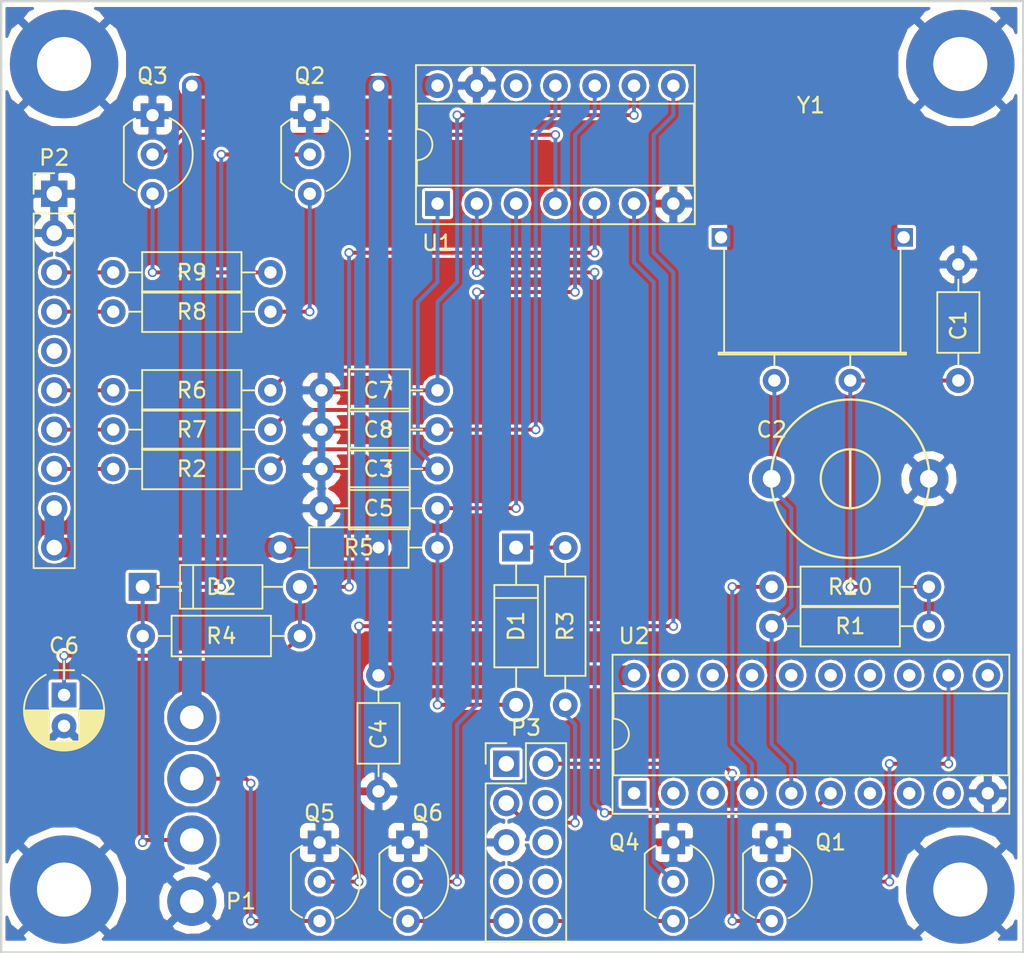
<source format=kicad_pcb>
(kicad_pcb (version 4) (host pcbnew 4.0.5)

  (general
    (links 71)
    (no_connects 0)
    (area 117.085714 62.408999 194.826286 125.463)
    (thickness 1.6)
    (drawings 4)
    (tracks 170)
    (zones 0)
    (modules 36)
    (nets 51)
  )

  (page A4)
  (layers
    (0 F.Cu signal)
    (31 B.Cu signal)
    (32 B.Adhes user)
    (33 F.Adhes user)
    (34 B.Paste user)
    (35 F.Paste user)
    (36 B.SilkS user)
    (37 F.SilkS user)
    (38 B.Mask user)
    (39 F.Mask user)
    (40 Dwgs.User user)
    (41 Cmts.User user)
    (42 Eco1.User user)
    (43 Eco2.User user)
    (44 Edge.Cuts user)
    (45 Margin user)
    (46 B.CrtYd user)
    (47 F.CrtYd user)
    (48 B.Fab user)
    (49 F.Fab user)
  )

  (setup
    (last_trace_width 0.25)
    (user_trace_width 0.254)
    (user_trace_width 1.27)
    (trace_clearance 0.2)
    (zone_clearance 0.2032)
    (zone_45_only no)
    (trace_min 0.2)
    (segment_width 0.2)
    (edge_width 0.15)
    (via_size 0.6)
    (via_drill 0.4)
    (via_min_size 0.4)
    (via_min_drill 0.3)
    (user_via 1.27 0.762)
    (uvia_size 0.3)
    (uvia_drill 0.1)
    (uvias_allowed no)
    (uvia_min_size 0.2)
    (uvia_min_drill 0.1)
    (pcb_text_width 0.3)
    (pcb_text_size 1.5 1.5)
    (mod_edge_width 0.15)
    (mod_text_size 1 1)
    (mod_text_width 0.15)
    (pad_size 3.175 3.175)
    (pad_drill 1.524)
    (pad_to_mask_clearance 0.2)
    (aux_axis_origin 0 0)
    (visible_elements FFFFFF7F)
    (pcbplotparams
      (layerselection 0x00030_80000001)
      (usegerberextensions false)
      (excludeedgelayer true)
      (linewidth 0.100000)
      (plotframeref false)
      (viasonmask false)
      (mode 1)
      (useauxorigin false)
      (hpglpennumber 1)
      (hpglpenspeed 20)
      (hpglpendiameter 15)
      (hpglpenoverlay 2)
      (psnegative false)
      (psa4output false)
      (plotreference true)
      (plotvalue true)
      (plotinvisibletext false)
      (padsonsilk false)
      (subtractmaskfromsilk false)
      (outputformat 1)
      (mirror false)
      (drillshape 1)
      (scaleselection 1)
      (outputdirectory ""))
  )

  (net 0 "")
  (net 1 "Net-(C1-Pad1)")
  (net 2 GND)
  (net 3 "Net-(C2-Pad1)")
  (net 4 "Net-(C3-Pad1)")
  (net 5 SB_5V)
  (net 6 "Net-(C5-Pad1)")
  (net 7 "Net-(C6-Pad1)")
  (net 8 "Net-(C7-Pad1)")
  (net 9 "Net-(C8-Pad1)")
  (net 10 "Net-(D1-Pad1)")
  (net 11 PS_OK)
  (net 12 PS_ON)
  (net 13 LED_RUN)
  (net 14 LED_PWR)
  (net 15 "Net-(P2-Pad5)")
  (net 16 SW_ON)
  (net 17 SW_RUN)
  (net 18 SW_LTC)
  (net 19 "Net-(P3-Pad1)")
  (net 20 BEVNT_L)
  (net 21 SRUN_L)
  (net 22 "Net-(P3-Pad4)")
  (net 23 "Net-(P3-Pad6)")
  (net 24 "Net-(P3-Pad7)")
  (net 25 "Net-(P3-Pad8)")
  (net 26 BHALT_L)
  (net 27 BDCOK_H)
  (net 28 "Net-(Q1-Pad2)")
  (net 29 "Net-(Q2-Pad3)")
  (net 30 "Net-(Q3-Pad2)")
  (net 31 "Net-(Q3-Pad3)")
  (net 32 "Net-(Q4-Pad2)")
  (net 33 "Net-(Q5-Pad2)")
  (net 34 "Net-(Q6-Pad2)")
  (net 35 "Net-(R10-Pad1)")
  (net 36 "Net-(U1-Pad2)")
  (net 37 "Net-(U2-Pad1)")
  (net 38 "Net-(U2-Pad9)")
  (net 39 "Net-(U2-Pad3)")
  (net 40 "Net-(U2-Pad13)")
  (net 41 "Net-(U2-Pad14)")
  (net 42 "Net-(U2-Pad7)")
  (net 43 "Net-(U2-Pad15)")
  (net 44 "Net-(U2-Pad11)")
  (net 45 "Net-(U2-Pad2)")
  (net 46 "Net-(U2-Pad16)")
  (net 47 "Net-(U2-Pad17)")
  (net 48 "Net-(U2-Pad8)")
  (net 49 "Net-(U2-Pad18)")
  (net 50 "Net-(U2-Pad19)")

  (net_class Default "This is the default net class."
    (clearance 0.2)
    (trace_width 0.25)
    (via_dia 0.6)
    (via_drill 0.4)
    (uvia_dia 0.3)
    (uvia_drill 0.1)
    (add_net BDCOK_H)
    (add_net BEVNT_L)
    (add_net BHALT_L)
    (add_net GND)
    (add_net LED_PWR)
    (add_net LED_RUN)
    (add_net "Net-(C1-Pad1)")
    (add_net "Net-(C2-Pad1)")
    (add_net "Net-(C3-Pad1)")
    (add_net "Net-(C5-Pad1)")
    (add_net "Net-(C6-Pad1)")
    (add_net "Net-(C7-Pad1)")
    (add_net "Net-(C8-Pad1)")
    (add_net "Net-(D1-Pad1)")
    (add_net "Net-(P2-Pad5)")
    (add_net "Net-(P3-Pad1)")
    (add_net "Net-(P3-Pad4)")
    (add_net "Net-(P3-Pad6)")
    (add_net "Net-(P3-Pad7)")
    (add_net "Net-(P3-Pad8)")
    (add_net "Net-(Q1-Pad2)")
    (add_net "Net-(Q2-Pad3)")
    (add_net "Net-(Q3-Pad2)")
    (add_net "Net-(Q3-Pad3)")
    (add_net "Net-(Q4-Pad2)")
    (add_net "Net-(Q5-Pad2)")
    (add_net "Net-(Q6-Pad2)")
    (add_net "Net-(R10-Pad1)")
    (add_net "Net-(U1-Pad2)")
    (add_net "Net-(U2-Pad1)")
    (add_net "Net-(U2-Pad11)")
    (add_net "Net-(U2-Pad13)")
    (add_net "Net-(U2-Pad14)")
    (add_net "Net-(U2-Pad15)")
    (add_net "Net-(U2-Pad16)")
    (add_net "Net-(U2-Pad17)")
    (add_net "Net-(U2-Pad18)")
    (add_net "Net-(U2-Pad19)")
    (add_net "Net-(U2-Pad2)")
    (add_net "Net-(U2-Pad3)")
    (add_net "Net-(U2-Pad7)")
    (add_net "Net-(U2-Pad8)")
    (add_net "Net-(U2-Pad9)")
    (add_net PS_OK)
    (add_net PS_ON)
    (add_net SB_5V)
    (add_net SRUN_L)
    (add_net SW_LTC)
    (add_net SW_ON)
    (add_net SW_RUN)
  )

  (module Capacitors_THT:C_Axial_L3.8mm_D2.6mm_P7.50mm_Horizontal (layer F.Cu) (tedit 5C6D6893) (tstamp 5C6C1152)
    (at 184.785 86.995 90)
    (descr "C, Axial series, Axial, Horizontal, pin pitch=7.5mm, , length*diameter=3.8*2.6mm^2, http://www.vishay.com/docs/45231/arseries.pdf")
    (tags "C Axial series Axial Horizontal pin pitch 7.5mm  length 3.8mm diameter 2.6mm")
    (path /5C56E7F7)
    (fp_text reference C1 (at 3.556 0 90) (layer F.SilkS)
      (effects (font (size 1 1) (thickness 0.15)))
    )
    (fp_text value C (at -1.905 0 180) (layer F.Fab)
      (effects (font (size 1 1) (thickness 0.15)))
    )
    (fp_line (start 1.85 -1.3) (end 1.85 1.3) (layer F.Fab) (width 0.1))
    (fp_line (start 1.85 1.3) (end 5.65 1.3) (layer F.Fab) (width 0.1))
    (fp_line (start 5.65 1.3) (end 5.65 -1.3) (layer F.Fab) (width 0.1))
    (fp_line (start 5.65 -1.3) (end 1.85 -1.3) (layer F.Fab) (width 0.1))
    (fp_line (start 0 0) (end 1.85 0) (layer F.Fab) (width 0.1))
    (fp_line (start 7.5 0) (end 5.65 0) (layer F.Fab) (width 0.1))
    (fp_line (start 1.79 -1.36) (end 1.79 1.36) (layer F.SilkS) (width 0.12))
    (fp_line (start 1.79 1.36) (end 5.71 1.36) (layer F.SilkS) (width 0.12))
    (fp_line (start 5.71 1.36) (end 5.71 -1.36) (layer F.SilkS) (width 0.12))
    (fp_line (start 5.71 -1.36) (end 1.79 -1.36) (layer F.SilkS) (width 0.12))
    (fp_line (start 0.98 0) (end 1.79 0) (layer F.SilkS) (width 0.12))
    (fp_line (start 6.52 0) (end 5.71 0) (layer F.SilkS) (width 0.12))
    (fp_line (start -1.05 -1.65) (end -1.05 1.65) (layer F.CrtYd) (width 0.05))
    (fp_line (start -1.05 1.65) (end 8.55 1.65) (layer F.CrtYd) (width 0.05))
    (fp_line (start 8.55 1.65) (end 8.55 -1.65) (layer F.CrtYd) (width 0.05))
    (fp_line (start 8.55 -1.65) (end -1.05 -1.65) (layer F.CrtYd) (width 0.05))
    (fp_text user %R (at 3.75 0 90) (layer F.Fab)
      (effects (font (size 1 1) (thickness 0.15)))
    )
    (pad 1 thru_hole circle (at 0 0 90) (size 1.6 1.6) (drill 0.8) (layers *.Cu *.Mask)
      (net 1 "Net-(C1-Pad1)"))
    (pad 2 thru_hole oval (at 7.5 0 90) (size 1.6 1.6) (drill 0.8) (layers *.Cu *.Mask)
      (net 2 GND))
    (model ${KISYS3DMOD}/Capacitors_THT.3dshapes/C_Axial_L3.8mm_D2.6mm_P7.50mm_Horizontal.wrl
      (at (xyz 0 0 0))
      (scale (xyz 1 1 1))
      (rotate (xyz 0 0 0))
    )
  )

  (module Capacitors_THT:trimmer_2pin (layer F.Cu) (tedit 5C6D656E) (tstamp 5C6C1158)
    (at 172.72 93.345 90)
    (path /5C56E823)
    (fp_text reference C2 (at 3.175 0 180) (layer F.SilkS)
      (effects (font (size 1 1) (thickness 0.15)))
    )
    (fp_text value C_Variable (at -0.635 -1.905 90) (layer F.Fab)
      (effects (font (size 1 1) (thickness 0.15)))
    )
    (fp_line (start -1.905 5.08) (end 1.905 5.08) (layer F.SilkS) (width 0.15))
    (fp_circle (center 0 5.08) (end 1.905 5.08) (layer F.SilkS) (width 0.15))
    (fp_circle (center 0 5.08) (end 5.08 4.445) (layer F.SilkS) (width 0.15))
    (pad 1 thru_hole circle (at 0 0 90) (size 2.54 2.54) (drill 1.143) (layers *.Cu *.Mask)
      (net 3 "Net-(C2-Pad1)"))
    (pad 2 thru_hole circle (at 0 10.16 90) (size 2.54 2.54) (drill 1.143) (layers *.Cu *.Mask)
      (net 2 GND))
  )

  (module Capacitors_THT:C_Axial_L3.8mm_D2.6mm_P7.50mm_Horizontal (layer F.Cu) (tedit 5C6D6811) (tstamp 5C6C115E)
    (at 151.13 92.71 180)
    (descr "C, Axial series, Axial, Horizontal, pin pitch=7.5mm, , length*diameter=3.8*2.6mm^2, http://www.vishay.com/docs/45231/arseries.pdf")
    (tags "C Axial series Axial Horizontal pin pitch 7.5mm  length 3.8mm diameter 2.6mm")
    (path /5C59F99D)
    (fp_text reference C3 (at 3.81 0 180) (layer F.SilkS)
      (effects (font (size 1 1) (thickness 0.15)))
    )
    (fp_text value C (at -1.905 0 180) (layer F.Fab)
      (effects (font (size 1 1) (thickness 0.15)))
    )
    (fp_line (start 1.85 -1.3) (end 1.85 1.3) (layer F.Fab) (width 0.1))
    (fp_line (start 1.85 1.3) (end 5.65 1.3) (layer F.Fab) (width 0.1))
    (fp_line (start 5.65 1.3) (end 5.65 -1.3) (layer F.Fab) (width 0.1))
    (fp_line (start 5.65 -1.3) (end 1.85 -1.3) (layer F.Fab) (width 0.1))
    (fp_line (start 0 0) (end 1.85 0) (layer F.Fab) (width 0.1))
    (fp_line (start 7.5 0) (end 5.65 0) (layer F.Fab) (width 0.1))
    (fp_line (start 1.79 -1.36) (end 1.79 1.36) (layer F.SilkS) (width 0.12))
    (fp_line (start 1.79 1.36) (end 5.71 1.36) (layer F.SilkS) (width 0.12))
    (fp_line (start 5.71 1.36) (end 5.71 -1.36) (layer F.SilkS) (width 0.12))
    (fp_line (start 5.71 -1.36) (end 1.79 -1.36) (layer F.SilkS) (width 0.12))
    (fp_line (start 0.98 0) (end 1.79 0) (layer F.SilkS) (width 0.12))
    (fp_line (start 6.52 0) (end 5.71 0) (layer F.SilkS) (width 0.12))
    (fp_line (start -1.05 -1.65) (end -1.05 1.65) (layer F.CrtYd) (width 0.05))
    (fp_line (start -1.05 1.65) (end 8.55 1.65) (layer F.CrtYd) (width 0.05))
    (fp_line (start 8.55 1.65) (end 8.55 -1.65) (layer F.CrtYd) (width 0.05))
    (fp_line (start 8.55 -1.65) (end -1.05 -1.65) (layer F.CrtYd) (width 0.05))
    (fp_text user %R (at 3.75 0 180) (layer F.Fab)
      (effects (font (size 1 1) (thickness 0.15)))
    )
    (pad 1 thru_hole circle (at 0 0 180) (size 1.6 1.6) (drill 0.8) (layers *.Cu *.Mask)
      (net 4 "Net-(C3-Pad1)"))
    (pad 2 thru_hole oval (at 7.5 0 180) (size 1.6 1.6) (drill 0.8) (layers *.Cu *.Mask)
      (net 2 GND))
    (model ${KISYS3DMOD}/Capacitors_THT.3dshapes/C_Axial_L3.8mm_D2.6mm_P7.50mm_Horizontal.wrl
      (at (xyz 0 0 0))
      (scale (xyz 1 1 1))
      (rotate (xyz 0 0 0))
    )
  )

  (module Capacitors_THT:C_Axial_L3.8mm_D2.6mm_P7.50mm_Horizontal (layer F.Cu) (tedit 5C6D6865) (tstamp 5C6C1164)
    (at 147.32 106.045 270)
    (descr "C, Axial series, Axial, Horizontal, pin pitch=7.5mm, , length*diameter=3.8*2.6mm^2, http://www.vishay.com/docs/45231/arseries.pdf")
    (tags "C Axial series Axial Horizontal pin pitch 7.5mm  length 3.8mm diameter 2.6mm")
    (path /5C56F7D3)
    (fp_text reference C4 (at 3.81 0 270) (layer F.SilkS)
      (effects (font (size 1 1) (thickness 0.15)))
    )
    (fp_text value C (at 0 -1.905 360) (layer F.Fab)
      (effects (font (size 1 1) (thickness 0.15)))
    )
    (fp_line (start 1.85 -1.3) (end 1.85 1.3) (layer F.Fab) (width 0.1))
    (fp_line (start 1.85 1.3) (end 5.65 1.3) (layer F.Fab) (width 0.1))
    (fp_line (start 5.65 1.3) (end 5.65 -1.3) (layer F.Fab) (width 0.1))
    (fp_line (start 5.65 -1.3) (end 1.85 -1.3) (layer F.Fab) (width 0.1))
    (fp_line (start 0 0) (end 1.85 0) (layer F.Fab) (width 0.1))
    (fp_line (start 7.5 0) (end 5.65 0) (layer F.Fab) (width 0.1))
    (fp_line (start 1.79 -1.36) (end 1.79 1.36) (layer F.SilkS) (width 0.12))
    (fp_line (start 1.79 1.36) (end 5.71 1.36) (layer F.SilkS) (width 0.12))
    (fp_line (start 5.71 1.36) (end 5.71 -1.36) (layer F.SilkS) (width 0.12))
    (fp_line (start 5.71 -1.36) (end 1.79 -1.36) (layer F.SilkS) (width 0.12))
    (fp_line (start 0.98 0) (end 1.79 0) (layer F.SilkS) (width 0.12))
    (fp_line (start 6.52 0) (end 5.71 0) (layer F.SilkS) (width 0.12))
    (fp_line (start -1.05 -1.65) (end -1.05 1.65) (layer F.CrtYd) (width 0.05))
    (fp_line (start -1.05 1.65) (end 8.55 1.65) (layer F.CrtYd) (width 0.05))
    (fp_line (start 8.55 1.65) (end 8.55 -1.65) (layer F.CrtYd) (width 0.05))
    (fp_line (start 8.55 -1.65) (end -1.05 -1.65) (layer F.CrtYd) (width 0.05))
    (fp_text user %R (at 3.75 0 270) (layer F.Fab)
      (effects (font (size 1 1) (thickness 0.15)))
    )
    (pad 1 thru_hole circle (at 0 0 270) (size 1.6 1.6) (drill 0.8) (layers *.Cu *.Mask)
      (net 5 SB_5V))
    (pad 2 thru_hole oval (at 7.5 0 270) (size 1.6 1.6) (drill 0.8) (layers *.Cu *.Mask)
      (net 2 GND))
    (model ${KISYS3DMOD}/Capacitors_THT.3dshapes/C_Axial_L3.8mm_D2.6mm_P7.50mm_Horizontal.wrl
      (at (xyz 0 0 0))
      (scale (xyz 1 1 1))
      (rotate (xyz 0 0 0))
    )
  )

  (module Capacitors_THT:C_Axial_L3.8mm_D2.6mm_P7.50mm_Horizontal (layer F.Cu) (tedit 5C6D680A) (tstamp 5C6C116A)
    (at 151.13 95.25 180)
    (descr "C, Axial series, Axial, Horizontal, pin pitch=7.5mm, , length*diameter=3.8*2.6mm^2, http://www.vishay.com/docs/45231/arseries.pdf")
    (tags "C Axial series Axial Horizontal pin pitch 7.5mm  length 3.8mm diameter 2.6mm")
    (path /5C5A1D09)
    (fp_text reference C5 (at 3.81 0 180) (layer F.SilkS)
      (effects (font (size 1 1) (thickness 0.15)))
    )
    (fp_text value C (at -1.905 0 180) (layer F.Fab)
      (effects (font (size 1 1) (thickness 0.15)))
    )
    (fp_line (start 1.85 -1.3) (end 1.85 1.3) (layer F.Fab) (width 0.1))
    (fp_line (start 1.85 1.3) (end 5.65 1.3) (layer F.Fab) (width 0.1))
    (fp_line (start 5.65 1.3) (end 5.65 -1.3) (layer F.Fab) (width 0.1))
    (fp_line (start 5.65 -1.3) (end 1.85 -1.3) (layer F.Fab) (width 0.1))
    (fp_line (start 0 0) (end 1.85 0) (layer F.Fab) (width 0.1))
    (fp_line (start 7.5 0) (end 5.65 0) (layer F.Fab) (width 0.1))
    (fp_line (start 1.79 -1.36) (end 1.79 1.36) (layer F.SilkS) (width 0.12))
    (fp_line (start 1.79 1.36) (end 5.71 1.36) (layer F.SilkS) (width 0.12))
    (fp_line (start 5.71 1.36) (end 5.71 -1.36) (layer F.SilkS) (width 0.12))
    (fp_line (start 5.71 -1.36) (end 1.79 -1.36) (layer F.SilkS) (width 0.12))
    (fp_line (start 0.98 0) (end 1.79 0) (layer F.SilkS) (width 0.12))
    (fp_line (start 6.52 0) (end 5.71 0) (layer F.SilkS) (width 0.12))
    (fp_line (start -1.05 -1.65) (end -1.05 1.65) (layer F.CrtYd) (width 0.05))
    (fp_line (start -1.05 1.65) (end 8.55 1.65) (layer F.CrtYd) (width 0.05))
    (fp_line (start 8.55 1.65) (end 8.55 -1.65) (layer F.CrtYd) (width 0.05))
    (fp_line (start 8.55 -1.65) (end -1.05 -1.65) (layer F.CrtYd) (width 0.05))
    (fp_text user %R (at 3.75 0 180) (layer F.Fab)
      (effects (font (size 1 1) (thickness 0.15)))
    )
    (pad 1 thru_hole circle (at 0 0 180) (size 1.6 1.6) (drill 0.8) (layers *.Cu *.Mask)
      (net 6 "Net-(C5-Pad1)"))
    (pad 2 thru_hole oval (at 7.5 0 180) (size 1.6 1.6) (drill 0.8) (layers *.Cu *.Mask)
      (net 2 GND))
    (model ${KISYS3DMOD}/Capacitors_THT.3dshapes/C_Axial_L3.8mm_D2.6mm_P7.50mm_Horizontal.wrl
      (at (xyz 0 0 0))
      (scale (xyz 1 1 1))
      (rotate (xyz 0 0 0))
    )
  )

  (module Capacitors_THT:CP_Radial_D5.0mm_P2.00mm (layer F.Cu) (tedit 5C6D654A) (tstamp 5C6C1170)
    (at 127 107.315 270)
    (descr "CP, Radial series, Radial, pin pitch=2.00mm, , diameter=5mm, Electrolytic Capacitor")
    (tags "CP Radial series Radial pin pitch 2.00mm  diameter 5mm Electrolytic Capacitor")
    (path /5C5A11BC)
    (fp_text reference C6 (at -3.175 0 360) (layer F.SilkS)
      (effects (font (size 1 1) (thickness 0.15)))
    )
    (fp_text value CP (at 1 3.81 270) (layer F.Fab) hide
      (effects (font (size 1 1) (thickness 0.15)))
    )
    (fp_arc (start 1 0) (end -1.30558 -1.18) (angle 125.8) (layer F.SilkS) (width 0.12))
    (fp_arc (start 1 0) (end -1.30558 1.18) (angle -125.8) (layer F.SilkS) (width 0.12))
    (fp_arc (start 1 0) (end 3.30558 -1.18) (angle 54.2) (layer F.SilkS) (width 0.12))
    (fp_circle (center 1 0) (end 3.5 0) (layer F.Fab) (width 0.1))
    (fp_line (start -2.2 0) (end -1 0) (layer F.Fab) (width 0.1))
    (fp_line (start -1.6 -0.65) (end -1.6 0.65) (layer F.Fab) (width 0.1))
    (fp_line (start 1 -2.55) (end 1 2.55) (layer F.SilkS) (width 0.12))
    (fp_line (start 1.04 -2.55) (end 1.04 -0.98) (layer F.SilkS) (width 0.12))
    (fp_line (start 1.04 0.98) (end 1.04 2.55) (layer F.SilkS) (width 0.12))
    (fp_line (start 1.08 -2.549) (end 1.08 -0.98) (layer F.SilkS) (width 0.12))
    (fp_line (start 1.08 0.98) (end 1.08 2.549) (layer F.SilkS) (width 0.12))
    (fp_line (start 1.12 -2.548) (end 1.12 -0.98) (layer F.SilkS) (width 0.12))
    (fp_line (start 1.12 0.98) (end 1.12 2.548) (layer F.SilkS) (width 0.12))
    (fp_line (start 1.16 -2.546) (end 1.16 -0.98) (layer F.SilkS) (width 0.12))
    (fp_line (start 1.16 0.98) (end 1.16 2.546) (layer F.SilkS) (width 0.12))
    (fp_line (start 1.2 -2.543) (end 1.2 -0.98) (layer F.SilkS) (width 0.12))
    (fp_line (start 1.2 0.98) (end 1.2 2.543) (layer F.SilkS) (width 0.12))
    (fp_line (start 1.24 -2.539) (end 1.24 -0.98) (layer F.SilkS) (width 0.12))
    (fp_line (start 1.24 0.98) (end 1.24 2.539) (layer F.SilkS) (width 0.12))
    (fp_line (start 1.28 -2.535) (end 1.28 -0.98) (layer F.SilkS) (width 0.12))
    (fp_line (start 1.28 0.98) (end 1.28 2.535) (layer F.SilkS) (width 0.12))
    (fp_line (start 1.32 -2.531) (end 1.32 -0.98) (layer F.SilkS) (width 0.12))
    (fp_line (start 1.32 0.98) (end 1.32 2.531) (layer F.SilkS) (width 0.12))
    (fp_line (start 1.36 -2.525) (end 1.36 -0.98) (layer F.SilkS) (width 0.12))
    (fp_line (start 1.36 0.98) (end 1.36 2.525) (layer F.SilkS) (width 0.12))
    (fp_line (start 1.4 -2.519) (end 1.4 -0.98) (layer F.SilkS) (width 0.12))
    (fp_line (start 1.4 0.98) (end 1.4 2.519) (layer F.SilkS) (width 0.12))
    (fp_line (start 1.44 -2.513) (end 1.44 -0.98) (layer F.SilkS) (width 0.12))
    (fp_line (start 1.44 0.98) (end 1.44 2.513) (layer F.SilkS) (width 0.12))
    (fp_line (start 1.48 -2.506) (end 1.48 -0.98) (layer F.SilkS) (width 0.12))
    (fp_line (start 1.48 0.98) (end 1.48 2.506) (layer F.SilkS) (width 0.12))
    (fp_line (start 1.52 -2.498) (end 1.52 -0.98) (layer F.SilkS) (width 0.12))
    (fp_line (start 1.52 0.98) (end 1.52 2.498) (layer F.SilkS) (width 0.12))
    (fp_line (start 1.56 -2.489) (end 1.56 -0.98) (layer F.SilkS) (width 0.12))
    (fp_line (start 1.56 0.98) (end 1.56 2.489) (layer F.SilkS) (width 0.12))
    (fp_line (start 1.6 -2.48) (end 1.6 -0.98) (layer F.SilkS) (width 0.12))
    (fp_line (start 1.6 0.98) (end 1.6 2.48) (layer F.SilkS) (width 0.12))
    (fp_line (start 1.64 -2.47) (end 1.64 -0.98) (layer F.SilkS) (width 0.12))
    (fp_line (start 1.64 0.98) (end 1.64 2.47) (layer F.SilkS) (width 0.12))
    (fp_line (start 1.68 -2.46) (end 1.68 -0.98) (layer F.SilkS) (width 0.12))
    (fp_line (start 1.68 0.98) (end 1.68 2.46) (layer F.SilkS) (width 0.12))
    (fp_line (start 1.721 -2.448) (end 1.721 -0.98) (layer F.SilkS) (width 0.12))
    (fp_line (start 1.721 0.98) (end 1.721 2.448) (layer F.SilkS) (width 0.12))
    (fp_line (start 1.761 -2.436) (end 1.761 -0.98) (layer F.SilkS) (width 0.12))
    (fp_line (start 1.761 0.98) (end 1.761 2.436) (layer F.SilkS) (width 0.12))
    (fp_line (start 1.801 -2.424) (end 1.801 -0.98) (layer F.SilkS) (width 0.12))
    (fp_line (start 1.801 0.98) (end 1.801 2.424) (layer F.SilkS) (width 0.12))
    (fp_line (start 1.841 -2.41) (end 1.841 -0.98) (layer F.SilkS) (width 0.12))
    (fp_line (start 1.841 0.98) (end 1.841 2.41) (layer F.SilkS) (width 0.12))
    (fp_line (start 1.881 -2.396) (end 1.881 -0.98) (layer F.SilkS) (width 0.12))
    (fp_line (start 1.881 0.98) (end 1.881 2.396) (layer F.SilkS) (width 0.12))
    (fp_line (start 1.921 -2.382) (end 1.921 -0.98) (layer F.SilkS) (width 0.12))
    (fp_line (start 1.921 0.98) (end 1.921 2.382) (layer F.SilkS) (width 0.12))
    (fp_line (start 1.961 -2.366) (end 1.961 -0.98) (layer F.SilkS) (width 0.12))
    (fp_line (start 1.961 0.98) (end 1.961 2.366) (layer F.SilkS) (width 0.12))
    (fp_line (start 2.001 -2.35) (end 2.001 -0.98) (layer F.SilkS) (width 0.12))
    (fp_line (start 2.001 0.98) (end 2.001 2.35) (layer F.SilkS) (width 0.12))
    (fp_line (start 2.041 -2.333) (end 2.041 -0.98) (layer F.SilkS) (width 0.12))
    (fp_line (start 2.041 0.98) (end 2.041 2.333) (layer F.SilkS) (width 0.12))
    (fp_line (start 2.081 -2.315) (end 2.081 -0.98) (layer F.SilkS) (width 0.12))
    (fp_line (start 2.081 0.98) (end 2.081 2.315) (layer F.SilkS) (width 0.12))
    (fp_line (start 2.121 -2.296) (end 2.121 -0.98) (layer F.SilkS) (width 0.12))
    (fp_line (start 2.121 0.98) (end 2.121 2.296) (layer F.SilkS) (width 0.12))
    (fp_line (start 2.161 -2.276) (end 2.161 -0.98) (layer F.SilkS) (width 0.12))
    (fp_line (start 2.161 0.98) (end 2.161 2.276) (layer F.SilkS) (width 0.12))
    (fp_line (start 2.201 -2.256) (end 2.201 -0.98) (layer F.SilkS) (width 0.12))
    (fp_line (start 2.201 0.98) (end 2.201 2.256) (layer F.SilkS) (width 0.12))
    (fp_line (start 2.241 -2.234) (end 2.241 -0.98) (layer F.SilkS) (width 0.12))
    (fp_line (start 2.241 0.98) (end 2.241 2.234) (layer F.SilkS) (width 0.12))
    (fp_line (start 2.281 -2.212) (end 2.281 -0.98) (layer F.SilkS) (width 0.12))
    (fp_line (start 2.281 0.98) (end 2.281 2.212) (layer F.SilkS) (width 0.12))
    (fp_line (start 2.321 -2.189) (end 2.321 -0.98) (layer F.SilkS) (width 0.12))
    (fp_line (start 2.321 0.98) (end 2.321 2.189) (layer F.SilkS) (width 0.12))
    (fp_line (start 2.361 -2.165) (end 2.361 -0.98) (layer F.SilkS) (width 0.12))
    (fp_line (start 2.361 0.98) (end 2.361 2.165) (layer F.SilkS) (width 0.12))
    (fp_line (start 2.401 -2.14) (end 2.401 -0.98) (layer F.SilkS) (width 0.12))
    (fp_line (start 2.401 0.98) (end 2.401 2.14) (layer F.SilkS) (width 0.12))
    (fp_line (start 2.441 -2.113) (end 2.441 -0.98) (layer F.SilkS) (width 0.12))
    (fp_line (start 2.441 0.98) (end 2.441 2.113) (layer F.SilkS) (width 0.12))
    (fp_line (start 2.481 -2.086) (end 2.481 -0.98) (layer F.SilkS) (width 0.12))
    (fp_line (start 2.481 0.98) (end 2.481 2.086) (layer F.SilkS) (width 0.12))
    (fp_line (start 2.521 -2.058) (end 2.521 -0.98) (layer F.SilkS) (width 0.12))
    (fp_line (start 2.521 0.98) (end 2.521 2.058) (layer F.SilkS) (width 0.12))
    (fp_line (start 2.561 -2.028) (end 2.561 -0.98) (layer F.SilkS) (width 0.12))
    (fp_line (start 2.561 0.98) (end 2.561 2.028) (layer F.SilkS) (width 0.12))
    (fp_line (start 2.601 -1.997) (end 2.601 -0.98) (layer F.SilkS) (width 0.12))
    (fp_line (start 2.601 0.98) (end 2.601 1.997) (layer F.SilkS) (width 0.12))
    (fp_line (start 2.641 -1.965) (end 2.641 -0.98) (layer F.SilkS) (width 0.12))
    (fp_line (start 2.641 0.98) (end 2.641 1.965) (layer F.SilkS) (width 0.12))
    (fp_line (start 2.681 -1.932) (end 2.681 -0.98) (layer F.SilkS) (width 0.12))
    (fp_line (start 2.681 0.98) (end 2.681 1.932) (layer F.SilkS) (width 0.12))
    (fp_line (start 2.721 -1.897) (end 2.721 -0.98) (layer F.SilkS) (width 0.12))
    (fp_line (start 2.721 0.98) (end 2.721 1.897) (layer F.SilkS) (width 0.12))
    (fp_line (start 2.761 -1.861) (end 2.761 -0.98) (layer F.SilkS) (width 0.12))
    (fp_line (start 2.761 0.98) (end 2.761 1.861) (layer F.SilkS) (width 0.12))
    (fp_line (start 2.801 -1.823) (end 2.801 -0.98) (layer F.SilkS) (width 0.12))
    (fp_line (start 2.801 0.98) (end 2.801 1.823) (layer F.SilkS) (width 0.12))
    (fp_line (start 2.841 -1.783) (end 2.841 -0.98) (layer F.SilkS) (width 0.12))
    (fp_line (start 2.841 0.98) (end 2.841 1.783) (layer F.SilkS) (width 0.12))
    (fp_line (start 2.881 -1.742) (end 2.881 -0.98) (layer F.SilkS) (width 0.12))
    (fp_line (start 2.881 0.98) (end 2.881 1.742) (layer F.SilkS) (width 0.12))
    (fp_line (start 2.921 -1.699) (end 2.921 -0.98) (layer F.SilkS) (width 0.12))
    (fp_line (start 2.921 0.98) (end 2.921 1.699) (layer F.SilkS) (width 0.12))
    (fp_line (start 2.961 -1.654) (end 2.961 -0.98) (layer F.SilkS) (width 0.12))
    (fp_line (start 2.961 0.98) (end 2.961 1.654) (layer F.SilkS) (width 0.12))
    (fp_line (start 3.001 -1.606) (end 3.001 1.606) (layer F.SilkS) (width 0.12))
    (fp_line (start 3.041 -1.556) (end 3.041 1.556) (layer F.SilkS) (width 0.12))
    (fp_line (start 3.081 -1.504) (end 3.081 1.504) (layer F.SilkS) (width 0.12))
    (fp_line (start 3.121 -1.448) (end 3.121 1.448) (layer F.SilkS) (width 0.12))
    (fp_line (start 3.161 -1.39) (end 3.161 1.39) (layer F.SilkS) (width 0.12))
    (fp_line (start 3.201 -1.327) (end 3.201 1.327) (layer F.SilkS) (width 0.12))
    (fp_line (start 3.241 -1.261) (end 3.241 1.261) (layer F.SilkS) (width 0.12))
    (fp_line (start 3.281 -1.189) (end 3.281 1.189) (layer F.SilkS) (width 0.12))
    (fp_line (start 3.321 -1.112) (end 3.321 1.112) (layer F.SilkS) (width 0.12))
    (fp_line (start 3.361 -1.028) (end 3.361 1.028) (layer F.SilkS) (width 0.12))
    (fp_line (start 3.401 -0.934) (end 3.401 0.934) (layer F.SilkS) (width 0.12))
    (fp_line (start 3.441 -0.829) (end 3.441 0.829) (layer F.SilkS) (width 0.12))
    (fp_line (start 3.481 -0.707) (end 3.481 0.707) (layer F.SilkS) (width 0.12))
    (fp_line (start 3.521 -0.559) (end 3.521 0.559) (layer F.SilkS) (width 0.12))
    (fp_line (start 3.561 -0.354) (end 3.561 0.354) (layer F.SilkS) (width 0.12))
    (fp_line (start -2.2 0) (end -1 0) (layer F.SilkS) (width 0.12))
    (fp_line (start -1.6 -0.65) (end -1.6 0.65) (layer F.SilkS) (width 0.12))
    (fp_line (start -1.85 -2.85) (end -1.85 2.85) (layer F.CrtYd) (width 0.05))
    (fp_line (start -1.85 2.85) (end 3.85 2.85) (layer F.CrtYd) (width 0.05))
    (fp_line (start 3.85 2.85) (end 3.85 -2.85) (layer F.CrtYd) (width 0.05))
    (fp_line (start 3.85 -2.85) (end -1.85 -2.85) (layer F.CrtYd) (width 0.05))
    (fp_text user %R (at 1 0 270) (layer F.Fab)
      (effects (font (size 1 1) (thickness 0.15)))
    )
    (pad 1 thru_hole rect (at 0 0 270) (size 1.6 1.6) (drill 0.8) (layers *.Cu *.Mask)
      (net 7 "Net-(C6-Pad1)"))
    (pad 2 thru_hole circle (at 2 0 270) (size 1.6 1.6) (drill 0.8) (layers *.Cu *.Mask)
      (net 2 GND))
    (model ${KISYS3DMOD}/Capacitors_THT.3dshapes/CP_Radial_D5.0mm_P2.00mm.wrl
      (at (xyz 0 0 0))
      (scale (xyz 1 1 1))
      (rotate (xyz 0 0 0))
    )
  )

  (module Capacitors_THT:C_Axial_L3.8mm_D2.6mm_P7.50mm_Horizontal (layer F.Cu) (tedit 5C6D681B) (tstamp 5C6C1176)
    (at 151.13 87.63 180)
    (descr "C, Axial series, Axial, Horizontal, pin pitch=7.5mm, , length*diameter=3.8*2.6mm^2, http://www.vishay.com/docs/45231/arseries.pdf")
    (tags "C Axial series Axial Horizontal pin pitch 7.5mm  length 3.8mm diameter 2.6mm")
    (path /5C59F352)
    (fp_text reference C7 (at 3.81 0 180) (layer F.SilkS)
      (effects (font (size 1 1) (thickness 0.15)))
    )
    (fp_text value C (at -1.905 0 180) (layer F.Fab)
      (effects (font (size 1 1) (thickness 0.15)))
    )
    (fp_line (start 1.85 -1.3) (end 1.85 1.3) (layer F.Fab) (width 0.1))
    (fp_line (start 1.85 1.3) (end 5.65 1.3) (layer F.Fab) (width 0.1))
    (fp_line (start 5.65 1.3) (end 5.65 -1.3) (layer F.Fab) (width 0.1))
    (fp_line (start 5.65 -1.3) (end 1.85 -1.3) (layer F.Fab) (width 0.1))
    (fp_line (start 0 0) (end 1.85 0) (layer F.Fab) (width 0.1))
    (fp_line (start 7.5 0) (end 5.65 0) (layer F.Fab) (width 0.1))
    (fp_line (start 1.79 -1.36) (end 1.79 1.36) (layer F.SilkS) (width 0.12))
    (fp_line (start 1.79 1.36) (end 5.71 1.36) (layer F.SilkS) (width 0.12))
    (fp_line (start 5.71 1.36) (end 5.71 -1.36) (layer F.SilkS) (width 0.12))
    (fp_line (start 5.71 -1.36) (end 1.79 -1.36) (layer F.SilkS) (width 0.12))
    (fp_line (start 0.98 0) (end 1.79 0) (layer F.SilkS) (width 0.12))
    (fp_line (start 6.52 0) (end 5.71 0) (layer F.SilkS) (width 0.12))
    (fp_line (start -1.05 -1.65) (end -1.05 1.65) (layer F.CrtYd) (width 0.05))
    (fp_line (start -1.05 1.65) (end 8.55 1.65) (layer F.CrtYd) (width 0.05))
    (fp_line (start 8.55 1.65) (end 8.55 -1.65) (layer F.CrtYd) (width 0.05))
    (fp_line (start 8.55 -1.65) (end -1.05 -1.65) (layer F.CrtYd) (width 0.05))
    (fp_text user %R (at 3.75 0 180) (layer F.Fab)
      (effects (font (size 1 1) (thickness 0.15)))
    )
    (pad 1 thru_hole circle (at 0 0 180) (size 1.6 1.6) (drill 0.8) (layers *.Cu *.Mask)
      (net 8 "Net-(C7-Pad1)"))
    (pad 2 thru_hole oval (at 7.5 0 180) (size 1.6 1.6) (drill 0.8) (layers *.Cu *.Mask)
      (net 2 GND))
    (model ${KISYS3DMOD}/Capacitors_THT.3dshapes/C_Axial_L3.8mm_D2.6mm_P7.50mm_Horizontal.wrl
      (at (xyz 0 0 0))
      (scale (xyz 1 1 1))
      (rotate (xyz 0 0 0))
    )
  )

  (module Capacitors_THT:C_Axial_L3.8mm_D2.6mm_P7.50mm_Horizontal (layer F.Cu) (tedit 5C6D6817) (tstamp 5C6C117C)
    (at 151.13 90.17 180)
    (descr "C, Axial series, Axial, Horizontal, pin pitch=7.5mm, , length*diameter=3.8*2.6mm^2, http://www.vishay.com/docs/45231/arseries.pdf")
    (tags "C Axial series Axial Horizontal pin pitch 7.5mm  length 3.8mm diameter 2.6mm")
    (path /5C5A01D2)
    (fp_text reference C8 (at 3.81 0 180) (layer F.SilkS)
      (effects (font (size 1 1) (thickness 0.15)))
    )
    (fp_text value C (at -1.905 0 180) (layer F.Fab)
      (effects (font (size 1 1) (thickness 0.15)))
    )
    (fp_line (start 1.85 -1.3) (end 1.85 1.3) (layer F.Fab) (width 0.1))
    (fp_line (start 1.85 1.3) (end 5.65 1.3) (layer F.Fab) (width 0.1))
    (fp_line (start 5.65 1.3) (end 5.65 -1.3) (layer F.Fab) (width 0.1))
    (fp_line (start 5.65 -1.3) (end 1.85 -1.3) (layer F.Fab) (width 0.1))
    (fp_line (start 0 0) (end 1.85 0) (layer F.Fab) (width 0.1))
    (fp_line (start 7.5 0) (end 5.65 0) (layer F.Fab) (width 0.1))
    (fp_line (start 1.79 -1.36) (end 1.79 1.36) (layer F.SilkS) (width 0.12))
    (fp_line (start 1.79 1.36) (end 5.71 1.36) (layer F.SilkS) (width 0.12))
    (fp_line (start 5.71 1.36) (end 5.71 -1.36) (layer F.SilkS) (width 0.12))
    (fp_line (start 5.71 -1.36) (end 1.79 -1.36) (layer F.SilkS) (width 0.12))
    (fp_line (start 0.98 0) (end 1.79 0) (layer F.SilkS) (width 0.12))
    (fp_line (start 6.52 0) (end 5.71 0) (layer F.SilkS) (width 0.12))
    (fp_line (start -1.05 -1.65) (end -1.05 1.65) (layer F.CrtYd) (width 0.05))
    (fp_line (start -1.05 1.65) (end 8.55 1.65) (layer F.CrtYd) (width 0.05))
    (fp_line (start 8.55 1.65) (end 8.55 -1.65) (layer F.CrtYd) (width 0.05))
    (fp_line (start 8.55 -1.65) (end -1.05 -1.65) (layer F.CrtYd) (width 0.05))
    (fp_text user %R (at 3.75 0 180) (layer F.Fab)
      (effects (font (size 1 1) (thickness 0.15)))
    )
    (pad 1 thru_hole circle (at 0 0 180) (size 1.6 1.6) (drill 0.8) (layers *.Cu *.Mask)
      (net 9 "Net-(C8-Pad1)"))
    (pad 2 thru_hole oval (at 7.5 0 180) (size 1.6 1.6) (drill 0.8) (layers *.Cu *.Mask)
      (net 2 GND))
    (model ${KISYS3DMOD}/Capacitors_THT.3dshapes/C_Axial_L3.8mm_D2.6mm_P7.50mm_Horizontal.wrl
      (at (xyz 0 0 0))
      (scale (xyz 1 1 1))
      (rotate (xyz 0 0 0))
    )
  )

  (module Diodes_THT:D_A-405_P10.16mm_Horizontal (layer F.Cu) (tedit 5C6D6876) (tstamp 5C6C1182)
    (at 156.21 97.79 270)
    (descr "D, A-405 series, Axial, Horizontal, pin pitch=10.16mm, , length*diameter=5.2*2.7mm^2, , http://www.diodes.com/_files/packages/A-405.pdf")
    (tags "D A-405 series Axial Horizontal pin pitch 10.16mm  length 5.2mm diameter 2.7mm")
    (path /5C59F885)
    (fp_text reference D1 (at 5.08 0 270) (layer F.SilkS)
      (effects (font (size 1 1) (thickness 0.15)))
    )
    (fp_text value D (at 0 2.54 360) (layer F.Fab)
      (effects (font (size 1 1) (thickness 0.15)))
    )
    (fp_text user %R (at 5.08 0 270) (layer F.Fab)
      (effects (font (size 1 1) (thickness 0.15)))
    )
    (fp_line (start 2.48 -1.35) (end 2.48 1.35) (layer F.Fab) (width 0.1))
    (fp_line (start 2.48 1.35) (end 7.68 1.35) (layer F.Fab) (width 0.1))
    (fp_line (start 7.68 1.35) (end 7.68 -1.35) (layer F.Fab) (width 0.1))
    (fp_line (start 7.68 -1.35) (end 2.48 -1.35) (layer F.Fab) (width 0.1))
    (fp_line (start 0 0) (end 2.48 0) (layer F.Fab) (width 0.1))
    (fp_line (start 10.16 0) (end 7.68 0) (layer F.Fab) (width 0.1))
    (fp_line (start 3.26 -1.35) (end 3.26 1.35) (layer F.Fab) (width 0.1))
    (fp_line (start 2.42 -1.41) (end 2.42 1.41) (layer F.SilkS) (width 0.12))
    (fp_line (start 2.42 1.41) (end 7.74 1.41) (layer F.SilkS) (width 0.12))
    (fp_line (start 7.74 1.41) (end 7.74 -1.41) (layer F.SilkS) (width 0.12))
    (fp_line (start 7.74 -1.41) (end 2.42 -1.41) (layer F.SilkS) (width 0.12))
    (fp_line (start 1.08 0) (end 2.42 0) (layer F.SilkS) (width 0.12))
    (fp_line (start 9.08 0) (end 7.74 0) (layer F.SilkS) (width 0.12))
    (fp_line (start 3.26 -1.41) (end 3.26 1.41) (layer F.SilkS) (width 0.12))
    (fp_line (start -1.15 -1.7) (end -1.15 1.7) (layer F.CrtYd) (width 0.05))
    (fp_line (start -1.15 1.7) (end 11.35 1.7) (layer F.CrtYd) (width 0.05))
    (fp_line (start 11.35 1.7) (end 11.35 -1.7) (layer F.CrtYd) (width 0.05))
    (fp_line (start 11.35 -1.7) (end -1.15 -1.7) (layer F.CrtYd) (width 0.05))
    (pad 1 thru_hole rect (at 0 0 270) (size 1.8 1.8) (drill 0.9) (layers *.Cu *.Mask)
      (net 10 "Net-(D1-Pad1)"))
    (pad 2 thru_hole oval (at 10.16 0 270) (size 1.8 1.8) (drill 0.9) (layers *.Cu *.Mask)
      (net 6 "Net-(C5-Pad1)"))
    (model ${KISYS3DMOD}/Diodes_THT.3dshapes/D_A-405_P10.16mm_Horizontal.wrl
      (at (xyz 0 0 0))
      (scale (xyz 0.393701 0.393701 0.393701))
      (rotate (xyz 0 0 0))
    )
  )

  (module Diodes_THT:D_A-405_P10.16mm_Horizontal (layer F.Cu) (tedit 5C6D6855) (tstamp 5C6C1188)
    (at 132.08 100.33)
    (descr "D, A-405 series, Axial, Horizontal, pin pitch=10.16mm, , length*diameter=5.2*2.7mm^2, , http://www.diodes.com/_files/packages/A-405.pdf")
    (tags "D A-405 series Axial Horizontal pin pitch 10.16mm  length 5.2mm diameter 2.7mm")
    (path /5C5A1149)
    (fp_text reference D2 (at 5.08 0) (layer F.SilkS)
      (effects (font (size 1 1) (thickness 0.15)))
    )
    (fp_text value D (at 12.065 0) (layer F.Fab)
      (effects (font (size 1 1) (thickness 0.15)))
    )
    (fp_text user %R (at 5.08 -2.54) (layer F.Fab)
      (effects (font (size 1 1) (thickness 0.15)))
    )
    (fp_line (start 2.48 -1.35) (end 2.48 1.35) (layer F.Fab) (width 0.1))
    (fp_line (start 2.48 1.35) (end 7.68 1.35) (layer F.Fab) (width 0.1))
    (fp_line (start 7.68 1.35) (end 7.68 -1.35) (layer F.Fab) (width 0.1))
    (fp_line (start 7.68 -1.35) (end 2.48 -1.35) (layer F.Fab) (width 0.1))
    (fp_line (start 0 0) (end 2.48 0) (layer F.Fab) (width 0.1))
    (fp_line (start 10.16 0) (end 7.68 0) (layer F.Fab) (width 0.1))
    (fp_line (start 3.26 -1.35) (end 3.26 1.35) (layer F.Fab) (width 0.1))
    (fp_line (start 2.42 -1.41) (end 2.42 1.41) (layer F.SilkS) (width 0.12))
    (fp_line (start 2.42 1.41) (end 7.74 1.41) (layer F.SilkS) (width 0.12))
    (fp_line (start 7.74 1.41) (end 7.74 -1.41) (layer F.SilkS) (width 0.12))
    (fp_line (start 7.74 -1.41) (end 2.42 -1.41) (layer F.SilkS) (width 0.12))
    (fp_line (start 1.08 0) (end 2.42 0) (layer F.SilkS) (width 0.12))
    (fp_line (start 9.08 0) (end 7.74 0) (layer F.SilkS) (width 0.12))
    (fp_line (start 3.26 -1.41) (end 3.26 1.41) (layer F.SilkS) (width 0.12))
    (fp_line (start -1.15 -1.7) (end -1.15 1.7) (layer F.CrtYd) (width 0.05))
    (fp_line (start -1.15 1.7) (end 11.35 1.7) (layer F.CrtYd) (width 0.05))
    (fp_line (start 11.35 1.7) (end 11.35 -1.7) (layer F.CrtYd) (width 0.05))
    (fp_line (start 11.35 -1.7) (end -1.15 -1.7) (layer F.CrtYd) (width 0.05))
    (pad 1 thru_hole rect (at 0 0) (size 1.8 1.8) (drill 0.9) (layers *.Cu *.Mask)
      (net 11 PS_OK))
    (pad 2 thru_hole oval (at 10.16 0) (size 1.8 1.8) (drill 0.9) (layers *.Cu *.Mask)
      (net 7 "Net-(C6-Pad1)"))
    (model ${KISYS3DMOD}/Diodes_THT.3dshapes/D_A-405_P10.16mm_Horizontal.wrl
      (at (xyz 0 0 0))
      (scale (xyz 0.393701 0.393701 0.393701))
      (rotate (xyz 0 0 0))
    )
  )

  (module Connectors:molex-77-156-4 (layer F.Cu) (tedit 5C6DA1DE) (tstamp 5C6C1190)
    (at 135.255 120.65 90)
    (path /5C56DDAD)
    (fp_text reference P1 (at 0 3.175 180) (layer F.SilkS)
      (effects (font (size 1 1) (thickness 0.15)))
    )
    (fp_text value CONN_01X04 (at 5.715 2.54 90) (layer F.Fab) hide
      (effects (font (size 1 1) (thickness 0.15)))
    )
    (pad 1 thru_hole circle (at 0 0 90) (size 3.175 3.175) (drill 1.524) (layers *.Cu *.Mask)
      (net 2 GND))
    (pad 2 thru_hole circle (at 3.9624 0 90) (size 3.175 3.175) (drill 1.524) (layers *.Cu *.Mask)
      (net 11 PS_OK))
    (pad 3 thru_hole circle (at 7.9248 0 90) (size 3.175 3.175) (drill 1.524) (layers *.Cu *.Mask)
      (net 12 PS_ON))
    (pad 4 thru_hole circle (at 11.8872 0 90) (size 3.175 3.175) (drill 1.524) (layers *.Cu *.Mask)
      (net 5 SB_5V))
  )

  (module Pin_Headers:Pin_Header_Straight_1x10_Pitch2.54mm (layer F.Cu) (tedit 5C6D5195) (tstamp 5C6C119E)
    (at 126.365 74.93)
    (descr "Through hole straight pin header, 1x10, 2.54mm pitch, single row")
    (tags "Through hole pin header THT 1x10 2.54mm single row")
    (path /5C56E02B)
    (fp_text reference P2 (at 0 -2.33) (layer F.SilkS)
      (effects (font (size 1 1) (thickness 0.15)))
    )
    (fp_text value CONN_01X10 (at 0 25.19) (layer F.Fab) hide
      (effects (font (size 1 1) (thickness 0.15)))
    )
    (fp_line (start -0.635 -1.27) (end 1.27 -1.27) (layer F.Fab) (width 0.1))
    (fp_line (start 1.27 -1.27) (end 1.27 24.13) (layer F.Fab) (width 0.1))
    (fp_line (start 1.27 24.13) (end -1.27 24.13) (layer F.Fab) (width 0.1))
    (fp_line (start -1.27 24.13) (end -1.27 -0.635) (layer F.Fab) (width 0.1))
    (fp_line (start -1.27 -0.635) (end -0.635 -1.27) (layer F.Fab) (width 0.1))
    (fp_line (start -1.33 24.19) (end 1.33 24.19) (layer F.SilkS) (width 0.12))
    (fp_line (start -1.33 1.27) (end -1.33 24.19) (layer F.SilkS) (width 0.12))
    (fp_line (start 1.33 1.27) (end 1.33 24.19) (layer F.SilkS) (width 0.12))
    (fp_line (start -1.33 1.27) (end 1.33 1.27) (layer F.SilkS) (width 0.12))
    (fp_line (start -1.33 0) (end -1.33 -1.33) (layer F.SilkS) (width 0.12))
    (fp_line (start -1.33 -1.33) (end 0 -1.33) (layer F.SilkS) (width 0.12))
    (fp_line (start -1.8 -1.8) (end -1.8 24.65) (layer F.CrtYd) (width 0.05))
    (fp_line (start -1.8 24.65) (end 1.8 24.65) (layer F.CrtYd) (width 0.05))
    (fp_line (start 1.8 24.65) (end 1.8 -1.8) (layer F.CrtYd) (width 0.05))
    (fp_line (start 1.8 -1.8) (end -1.8 -1.8) (layer F.CrtYd) (width 0.05))
    (fp_text user %R (at 0 11.43 90) (layer F.Fab)
      (effects (font (size 1 1) (thickness 0.15)))
    )
    (pad 1 thru_hole rect (at 0 0) (size 1.7 1.7) (drill 1) (layers *.Cu *.Mask)
      (net 2 GND))
    (pad 2 thru_hole oval (at 0 2.54) (size 1.7 1.7) (drill 1) (layers *.Cu *.Mask)
      (net 2 GND))
    (pad 3 thru_hole oval (at 0 5.08) (size 1.7 1.7) (drill 1) (layers *.Cu *.Mask)
      (net 13 LED_RUN))
    (pad 4 thru_hole oval (at 0 7.62) (size 1.7 1.7) (drill 1) (layers *.Cu *.Mask)
      (net 14 LED_PWR))
    (pad 5 thru_hole oval (at 0 10.16) (size 1.7 1.7) (drill 1) (layers *.Cu *.Mask)
      (net 15 "Net-(P2-Pad5)"))
    (pad 6 thru_hole oval (at 0 12.7) (size 1.7 1.7) (drill 1) (layers *.Cu *.Mask)
      (net 16 SW_ON))
    (pad 7 thru_hole oval (at 0 15.24) (size 1.7 1.7) (drill 1) (layers *.Cu *.Mask)
      (net 17 SW_RUN))
    (pad 8 thru_hole oval (at 0 17.78) (size 1.7 1.7) (drill 1) (layers *.Cu *.Mask)
      (net 18 SW_LTC))
    (pad 9 thru_hole oval (at 0 20.32) (size 1.7 1.7) (drill 1) (layers *.Cu *.Mask)
      (net 5 SB_5V))
    (pad 10 thru_hole oval (at 0 22.86) (size 1.7 1.7) (drill 1) (layers *.Cu *.Mask)
      (net 5 SB_5V))
    (model ${KISYS3DMOD}/Pin_Headers.3dshapes/Pin_Header_Straight_1x10_Pitch2.54mm.wrl
      (at (xyz 0 0 0))
      (scale (xyz 1 1 1))
      (rotate (xyz 0 0 0))
    )
  )

  (module Pin_Headers:Pin_Header_Straight_2x05_Pitch2.54mm (layer F.Cu) (tedit 5C6D5034) (tstamp 5C6C11AC)
    (at 155.575 111.76)
    (descr "Through hole straight pin header, 2x05, 2.54mm pitch, double rows")
    (tags "Through hole pin header THT 2x05 2.54mm double row")
    (path /5C56DCBD)
    (fp_text reference P3 (at 1.27 -2.33) (layer F.SilkS)
      (effects (font (size 1 1) (thickness 0.15)))
    )
    (fp_text value CONN_02X05 (at 1.27 12.49) (layer F.Fab) hide
      (effects (font (size 1 1) (thickness 0.15)))
    )
    (fp_line (start 0 -1.27) (end 3.81 -1.27) (layer F.Fab) (width 0.1))
    (fp_line (start 3.81 -1.27) (end 3.81 11.43) (layer F.Fab) (width 0.1))
    (fp_line (start 3.81 11.43) (end -1.27 11.43) (layer F.Fab) (width 0.1))
    (fp_line (start -1.27 11.43) (end -1.27 0) (layer F.Fab) (width 0.1))
    (fp_line (start -1.27 0) (end 0 -1.27) (layer F.Fab) (width 0.1))
    (fp_line (start -1.33 11.49) (end 3.87 11.49) (layer F.SilkS) (width 0.12))
    (fp_line (start -1.33 1.27) (end -1.33 11.49) (layer F.SilkS) (width 0.12))
    (fp_line (start 3.87 -1.33) (end 3.87 11.49) (layer F.SilkS) (width 0.12))
    (fp_line (start -1.33 1.27) (end 1.27 1.27) (layer F.SilkS) (width 0.12))
    (fp_line (start 1.27 1.27) (end 1.27 -1.33) (layer F.SilkS) (width 0.12))
    (fp_line (start 1.27 -1.33) (end 3.87 -1.33) (layer F.SilkS) (width 0.12))
    (fp_line (start -1.33 0) (end -1.33 -1.33) (layer F.SilkS) (width 0.12))
    (fp_line (start -1.33 -1.33) (end 0 -1.33) (layer F.SilkS) (width 0.12))
    (fp_line (start -1.8 -1.8) (end -1.8 11.95) (layer F.CrtYd) (width 0.05))
    (fp_line (start -1.8 11.95) (end 4.35 11.95) (layer F.CrtYd) (width 0.05))
    (fp_line (start 4.35 11.95) (end 4.35 -1.8) (layer F.CrtYd) (width 0.05))
    (fp_line (start 4.35 -1.8) (end -1.8 -1.8) (layer F.CrtYd) (width 0.05))
    (fp_text user %R (at 1.27 5.08 90) (layer F.Fab)
      (effects (font (size 1 1) (thickness 0.15)))
    )
    (pad 1 thru_hole rect (at 0 0) (size 1.7 1.7) (drill 1) (layers *.Cu *.Mask)
      (net 19 "Net-(P3-Pad1)"))
    (pad 2 thru_hole oval (at 2.54 0) (size 1.7 1.7) (drill 1) (layers *.Cu *.Mask)
      (net 20 BEVNT_L))
    (pad 3 thru_hole oval (at 0 2.54) (size 1.7 1.7) (drill 1) (layers *.Cu *.Mask)
      (net 21 SRUN_L))
    (pad 4 thru_hole oval (at 2.54 2.54) (size 1.7 1.7) (drill 1) (layers *.Cu *.Mask)
      (net 22 "Net-(P3-Pad4)"))
    (pad 5 thru_hole oval (at 0 5.08) (size 1.7 1.7) (drill 1) (layers *.Cu *.Mask)
      (net 2 GND))
    (pad 6 thru_hole oval (at 2.54 5.08) (size 1.7 1.7) (drill 1) (layers *.Cu *.Mask)
      (net 23 "Net-(P3-Pad6)"))
    (pad 7 thru_hole oval (at 0 7.62) (size 1.7 1.7) (drill 1) (layers *.Cu *.Mask)
      (net 24 "Net-(P3-Pad7)"))
    (pad 8 thru_hole oval (at 2.54 7.62) (size 1.7 1.7) (drill 1) (layers *.Cu *.Mask)
      (net 25 "Net-(P3-Pad8)"))
    (pad 9 thru_hole oval (at 0 10.16) (size 1.7 1.7) (drill 1) (layers *.Cu *.Mask)
      (net 26 BHALT_L))
    (pad 10 thru_hole oval (at 2.54 10.16) (size 1.7 1.7) (drill 1) (layers *.Cu *.Mask)
      (net 27 BDCOK_H))
    (model ${KISYS3DMOD}/Pin_Headers.3dshapes/Pin_Header_Straight_2x05_Pitch2.54mm.wrl
      (at (xyz 0 0 0))
      (scale (xyz 1 1 1))
      (rotate (xyz 0 0 0))
    )
  )

  (module TO_SOT_Packages_THT:TO-92_Inline_Wide (layer F.Cu) (tedit 5C6D8895) (tstamp 5C6C11B3)
    (at 172.72 116.84 270)
    (descr "TO-92 leads in-line, wide, drill 0.8mm (see NXP sot054_po.pdf)")
    (tags "to-92 sc-43 sc-43a sot54 PA33 transistor")
    (path /5C56FBFD)
    (fp_text reference Q1 (at 0 -3.81 540) (layer F.SilkS)
      (effects (font (size 1 1) (thickness 0.15)))
    )
    (fp_text value 2N7000 (at 2.54 2.79 270) (layer F.Fab) hide
      (effects (font (size 1 1) (thickness 0.15)))
    )
    (fp_text user %R (at 2.54 -3.56 450) (layer F.Fab)
      (effects (font (size 1 1) (thickness 0.15)))
    )
    (fp_line (start 0.74 1.85) (end 4.34 1.85) (layer F.SilkS) (width 0.12))
    (fp_line (start 0.8 1.75) (end 4.3 1.75) (layer F.Fab) (width 0.1))
    (fp_line (start -1.01 -2.73) (end 6.09 -2.73) (layer F.CrtYd) (width 0.05))
    (fp_line (start -1.01 -2.73) (end -1.01 2.01) (layer F.CrtYd) (width 0.05))
    (fp_line (start 6.09 2.01) (end 6.09 -2.73) (layer F.CrtYd) (width 0.05))
    (fp_line (start 6.09 2.01) (end -1.01 2.01) (layer F.CrtYd) (width 0.05))
    (fp_arc (start 2.54 0) (end 0.74 1.85) (angle 20) (layer F.SilkS) (width 0.12))
    (fp_arc (start 2.54 0) (end 2.54 -2.6) (angle -65) (layer F.SilkS) (width 0.12))
    (fp_arc (start 2.54 0) (end 2.54 -2.6) (angle 65) (layer F.SilkS) (width 0.12))
    (fp_arc (start 2.54 0) (end 2.54 -2.48) (angle 135) (layer F.Fab) (width 0.1))
    (fp_arc (start 2.54 0) (end 2.54 -2.48) (angle -135) (layer F.Fab) (width 0.1))
    (fp_arc (start 2.54 0) (end 4.34 1.85) (angle -20) (layer F.SilkS) (width 0.12))
    (pad 2 thru_hole circle (at 2.54 0) (size 1.52 1.52) (drill 0.8) (layers *.Cu *.Mask)
      (net 28 "Net-(Q1-Pad2)"))
    (pad 3 thru_hole circle (at 5.08 0) (size 1.52 1.52) (drill 0.8) (layers *.Cu *.Mask)
      (net 20 BEVNT_L))
    (pad 1 thru_hole rect (at 0 0) (size 1.52 1.52) (drill 0.8) (layers *.Cu *.Mask)
      (net 2 GND))
    (model ${KISYS3DMOD}/TO_SOT_Packages_THT.3dshapes/TO-92_Inline_Wide.wrl
      (at (xyz 0.1 0 0))
      (scale (xyz 1 1 1))
      (rotate (xyz 0 0 -90))
    )
  )

  (module TO_SOT_Packages_THT:TO-92_Inline_Wide (layer F.Cu) (tedit 5C6D651B) (tstamp 5C6C11BA)
    (at 142.875 69.85 270)
    (descr "TO-92 leads in-line, wide, drill 0.8mm (see NXP sot054_po.pdf)")
    (tags "to-92 sc-43 sc-43a sot54 PA33 transistor")
    (path /5C5704EF)
    (fp_text reference Q2 (at -2.54 0 540) (layer F.SilkS)
      (effects (font (size 1 1) (thickness 0.15)))
    )
    (fp_text value 2N7000 (at 2.54 2.79 270) (layer F.Fab)
      (effects (font (size 1 1) (thickness 0.15)))
    )
    (fp_text user %R (at 2.54 -3.56 450) (layer F.Fab)
      (effects (font (size 1 1) (thickness 0.15)))
    )
    (fp_line (start 0.74 1.85) (end 4.34 1.85) (layer F.SilkS) (width 0.12))
    (fp_line (start 0.8 1.75) (end 4.3 1.75) (layer F.Fab) (width 0.1))
    (fp_line (start -1.01 -2.73) (end 6.09 -2.73) (layer F.CrtYd) (width 0.05))
    (fp_line (start -1.01 -2.73) (end -1.01 2.01) (layer F.CrtYd) (width 0.05))
    (fp_line (start 6.09 2.01) (end 6.09 -2.73) (layer F.CrtYd) (width 0.05))
    (fp_line (start 6.09 2.01) (end -1.01 2.01) (layer F.CrtYd) (width 0.05))
    (fp_arc (start 2.54 0) (end 0.74 1.85) (angle 20) (layer F.SilkS) (width 0.12))
    (fp_arc (start 2.54 0) (end 2.54 -2.6) (angle -65) (layer F.SilkS) (width 0.12))
    (fp_arc (start 2.54 0) (end 2.54 -2.6) (angle 65) (layer F.SilkS) (width 0.12))
    (fp_arc (start 2.54 0) (end 2.54 -2.48) (angle 135) (layer F.Fab) (width 0.1))
    (fp_arc (start 2.54 0) (end 2.54 -2.48) (angle -135) (layer F.Fab) (width 0.1))
    (fp_arc (start 2.54 0) (end 4.34 1.85) (angle -20) (layer F.SilkS) (width 0.12))
    (pad 2 thru_hole circle (at 2.54 0) (size 1.52 1.52) (drill 0.8) (layers *.Cu *.Mask)
      (net 11 PS_OK))
    (pad 3 thru_hole circle (at 5.08 0) (size 1.52 1.52) (drill 0.8) (layers *.Cu *.Mask)
      (net 29 "Net-(Q2-Pad3)"))
    (pad 1 thru_hole rect (at 0 0) (size 1.52 1.52) (drill 0.8) (layers *.Cu *.Mask)
      (net 2 GND))
    (model ${KISYS3DMOD}/TO_SOT_Packages_THT.3dshapes/TO-92_Inline_Wide.wrl
      (at (xyz 0.1 0 0))
      (scale (xyz 1 1 1))
      (rotate (xyz 0 0 -90))
    )
  )

  (module TO_SOT_Packages_THT:TO-92_Inline_Wide (layer F.Cu) (tedit 5C6D6527) (tstamp 5C6C11C1)
    (at 132.715 69.85 270)
    (descr "TO-92 leads in-line, wide, drill 0.8mm (see NXP sot054_po.pdf)")
    (tags "to-92 sc-43 sc-43a sot54 PA33 transistor")
    (path /5C570850)
    (fp_text reference Q3 (at -2.54 0 540) (layer F.SilkS)
      (effects (font (size 1 1) (thickness 0.15)))
    )
    (fp_text value 2N7000 (at 2.54 2.79 270) (layer F.Fab)
      (effects (font (size 1 1) (thickness 0.15)))
    )
    (fp_text user %R (at 2.54 -3.56 450) (layer F.Fab)
      (effects (font (size 1 1) (thickness 0.15)))
    )
    (fp_line (start 0.74 1.85) (end 4.34 1.85) (layer F.SilkS) (width 0.12))
    (fp_line (start 0.8 1.75) (end 4.3 1.75) (layer F.Fab) (width 0.1))
    (fp_line (start -1.01 -2.73) (end 6.09 -2.73) (layer F.CrtYd) (width 0.05))
    (fp_line (start -1.01 -2.73) (end -1.01 2.01) (layer F.CrtYd) (width 0.05))
    (fp_line (start 6.09 2.01) (end 6.09 -2.73) (layer F.CrtYd) (width 0.05))
    (fp_line (start 6.09 2.01) (end -1.01 2.01) (layer F.CrtYd) (width 0.05))
    (fp_arc (start 2.54 0) (end 0.74 1.85) (angle 20) (layer F.SilkS) (width 0.12))
    (fp_arc (start 2.54 0) (end 2.54 -2.6) (angle -65) (layer F.SilkS) (width 0.12))
    (fp_arc (start 2.54 0) (end 2.54 -2.6) (angle 65) (layer F.SilkS) (width 0.12))
    (fp_arc (start 2.54 0) (end 2.54 -2.48) (angle 135) (layer F.Fab) (width 0.1))
    (fp_arc (start 2.54 0) (end 2.54 -2.48) (angle -135) (layer F.Fab) (width 0.1))
    (fp_arc (start 2.54 0) (end 4.34 1.85) (angle -20) (layer F.SilkS) (width 0.12))
    (pad 2 thru_hole circle (at 2.54 0) (size 1.52 1.52) (drill 0.8) (layers *.Cu *.Mask)
      (net 30 "Net-(Q3-Pad2)"))
    (pad 3 thru_hole circle (at 5.08 0) (size 1.52 1.52) (drill 0.8) (layers *.Cu *.Mask)
      (net 31 "Net-(Q3-Pad3)"))
    (pad 1 thru_hole rect (at 0 0) (size 1.52 1.52) (drill 0.8) (layers *.Cu *.Mask)
      (net 2 GND))
    (model ${KISYS3DMOD}/TO_SOT_Packages_THT.3dshapes/TO-92_Inline_Wide.wrl
      (at (xyz 0.1 0 0))
      (scale (xyz 1 1 1))
      (rotate (xyz 0 0 -90))
    )
  )

  (module TO_SOT_Packages_THT:TO-92_Inline_Wide (layer F.Cu) (tedit 5C6D888E) (tstamp 5C6C11C8)
    (at 166.37 116.84 270)
    (descr "TO-92 leads in-line, wide, drill 0.8mm (see NXP sot054_po.pdf)")
    (tags "to-92 sc-43 sc-43a sot54 PA33 transistor")
    (path /5C56FB8E)
    (fp_text reference Q4 (at 0 3.175 540) (layer F.SilkS)
      (effects (font (size 1 1) (thickness 0.15)))
    )
    (fp_text value 2N7000 (at 2.54 2.79 270) (layer F.Fab) hide
      (effects (font (size 1 1) (thickness 0.15)))
    )
    (fp_text user %R (at 2.54 -3.56 450) (layer F.Fab)
      (effects (font (size 1 1) (thickness 0.15)))
    )
    (fp_line (start 0.74 1.85) (end 4.34 1.85) (layer F.SilkS) (width 0.12))
    (fp_line (start 0.8 1.75) (end 4.3 1.75) (layer F.Fab) (width 0.1))
    (fp_line (start -1.01 -2.73) (end 6.09 -2.73) (layer F.CrtYd) (width 0.05))
    (fp_line (start -1.01 -2.73) (end -1.01 2.01) (layer F.CrtYd) (width 0.05))
    (fp_line (start 6.09 2.01) (end 6.09 -2.73) (layer F.CrtYd) (width 0.05))
    (fp_line (start 6.09 2.01) (end -1.01 2.01) (layer F.CrtYd) (width 0.05))
    (fp_arc (start 2.54 0) (end 0.74 1.85) (angle 20) (layer F.SilkS) (width 0.12))
    (fp_arc (start 2.54 0) (end 2.54 -2.6) (angle -65) (layer F.SilkS) (width 0.12))
    (fp_arc (start 2.54 0) (end 2.54 -2.6) (angle 65) (layer F.SilkS) (width 0.12))
    (fp_arc (start 2.54 0) (end 2.54 -2.48) (angle 135) (layer F.Fab) (width 0.1))
    (fp_arc (start 2.54 0) (end 2.54 -2.48) (angle -135) (layer F.Fab) (width 0.1))
    (fp_arc (start 2.54 0) (end 4.34 1.85) (angle -20) (layer F.SilkS) (width 0.12))
    (pad 2 thru_hole circle (at 2.54 0) (size 1.52 1.52) (drill 0.8) (layers *.Cu *.Mask)
      (net 32 "Net-(Q4-Pad2)"))
    (pad 3 thru_hole circle (at 5.08 0) (size 1.52 1.52) (drill 0.8) (layers *.Cu *.Mask)
      (net 27 BDCOK_H))
    (pad 1 thru_hole rect (at 0 0) (size 1.52 1.52) (drill 0.8) (layers *.Cu *.Mask)
      (net 2 GND))
    (model ${KISYS3DMOD}/TO_SOT_Packages_THT.3dshapes/TO-92_Inline_Wide.wrl
      (at (xyz 0.1 0 0))
      (scale (xyz 1 1 1))
      (rotate (xyz 0 0 -90))
    )
  )

  (module TO_SOT_Packages_THT:TO-92_Inline_Wide (layer F.Cu) (tedit 5C6D64D2) (tstamp 5C6C11CF)
    (at 143.51 116.84 270)
    (descr "TO-92 leads in-line, wide, drill 0.8mm (see NXP sot054_po.pdf)")
    (tags "to-92 sc-43 sc-43a sot54 PA33 transistor")
    (path /5C56FB0D)
    (fp_text reference Q5 (at -1.905 0 540) (layer F.SilkS)
      (effects (font (size 1 1) (thickness 0.15)))
    )
    (fp_text value 2N7000 (at 2.54 2.79 270) (layer F.Fab) hide
      (effects (font (size 1 1) (thickness 0.15)))
    )
    (fp_text user %R (at 2.54 -3.56 450) (layer F.Fab)
      (effects (font (size 1 1) (thickness 0.15)))
    )
    (fp_line (start 0.74 1.85) (end 4.34 1.85) (layer F.SilkS) (width 0.12))
    (fp_line (start 0.8 1.75) (end 4.3 1.75) (layer F.Fab) (width 0.1))
    (fp_line (start -1.01 -2.73) (end 6.09 -2.73) (layer F.CrtYd) (width 0.05))
    (fp_line (start -1.01 -2.73) (end -1.01 2.01) (layer F.CrtYd) (width 0.05))
    (fp_line (start 6.09 2.01) (end 6.09 -2.73) (layer F.CrtYd) (width 0.05))
    (fp_line (start 6.09 2.01) (end -1.01 2.01) (layer F.CrtYd) (width 0.05))
    (fp_arc (start 2.54 0) (end 0.74 1.85) (angle 20) (layer F.SilkS) (width 0.12))
    (fp_arc (start 2.54 0) (end 2.54 -2.6) (angle -65) (layer F.SilkS) (width 0.12))
    (fp_arc (start 2.54 0) (end 2.54 -2.6) (angle 65) (layer F.SilkS) (width 0.12))
    (fp_arc (start 2.54 0) (end 2.54 -2.48) (angle 135) (layer F.Fab) (width 0.1))
    (fp_arc (start 2.54 0) (end 2.54 -2.48) (angle -135) (layer F.Fab) (width 0.1))
    (fp_arc (start 2.54 0) (end 4.34 1.85) (angle -20) (layer F.SilkS) (width 0.12))
    (pad 2 thru_hole circle (at 2.54 0) (size 1.52 1.52) (drill 0.8) (layers *.Cu *.Mask)
      (net 33 "Net-(Q5-Pad2)"))
    (pad 3 thru_hole circle (at 5.08 0) (size 1.52 1.52) (drill 0.8) (layers *.Cu *.Mask)
      (net 12 PS_ON))
    (pad 1 thru_hole rect (at 0 0) (size 1.52 1.52) (drill 0.8) (layers *.Cu *.Mask)
      (net 2 GND))
    (model ${KISYS3DMOD}/TO_SOT_Packages_THT.3dshapes/TO-92_Inline_Wide.wrl
      (at (xyz 0.1 0 0))
      (scale (xyz 1 1 1))
      (rotate (xyz 0 0 -90))
    )
  )

  (module TO_SOT_Packages_THT:TO-92_Inline_Wide (layer F.Cu) (tedit 5C6D64CD) (tstamp 5C6C11D6)
    (at 149.225 116.84 270)
    (descr "TO-92 leads in-line, wide, drill 0.8mm (see NXP sot054_po.pdf)")
    (tags "to-92 sc-43 sc-43a sot54 PA33 transistor")
    (path /5C5A02FB)
    (fp_text reference Q6 (at -1.905 -1.27 540) (layer F.SilkS)
      (effects (font (size 1 1) (thickness 0.15)))
    )
    (fp_text value 2N7000 (at 2.54 2.79 270) (layer F.Fab) hide
      (effects (font (size 1 1) (thickness 0.15)))
    )
    (fp_text user %R (at 2.54 -3.56 450) (layer F.Fab)
      (effects (font (size 1 1) (thickness 0.15)))
    )
    (fp_line (start 0.74 1.85) (end 4.34 1.85) (layer F.SilkS) (width 0.12))
    (fp_line (start 0.8 1.75) (end 4.3 1.75) (layer F.Fab) (width 0.1))
    (fp_line (start -1.01 -2.73) (end 6.09 -2.73) (layer F.CrtYd) (width 0.05))
    (fp_line (start -1.01 -2.73) (end -1.01 2.01) (layer F.CrtYd) (width 0.05))
    (fp_line (start 6.09 2.01) (end 6.09 -2.73) (layer F.CrtYd) (width 0.05))
    (fp_line (start 6.09 2.01) (end -1.01 2.01) (layer F.CrtYd) (width 0.05))
    (fp_arc (start 2.54 0) (end 0.74 1.85) (angle 20) (layer F.SilkS) (width 0.12))
    (fp_arc (start 2.54 0) (end 2.54 -2.6) (angle -65) (layer F.SilkS) (width 0.12))
    (fp_arc (start 2.54 0) (end 2.54 -2.6) (angle 65) (layer F.SilkS) (width 0.12))
    (fp_arc (start 2.54 0) (end 2.54 -2.48) (angle 135) (layer F.Fab) (width 0.1))
    (fp_arc (start 2.54 0) (end 2.54 -2.48) (angle -135) (layer F.Fab) (width 0.1))
    (fp_arc (start 2.54 0) (end 4.34 1.85) (angle -20) (layer F.SilkS) (width 0.12))
    (pad 2 thru_hole circle (at 2.54 0) (size 1.52 1.52) (drill 0.8) (layers *.Cu *.Mask)
      (net 34 "Net-(Q6-Pad2)"))
    (pad 3 thru_hole circle (at 5.08 0) (size 1.52 1.52) (drill 0.8) (layers *.Cu *.Mask)
      (net 26 BHALT_L))
    (pad 1 thru_hole rect (at 0 0) (size 1.52 1.52) (drill 0.8) (layers *.Cu *.Mask)
      (net 2 GND))
    (model ${KISYS3DMOD}/TO_SOT_Packages_THT.3dshapes/TO-92_Inline_Wide.wrl
      (at (xyz 0.1 0 0))
      (scale (xyz 1 1 1))
      (rotate (xyz 0 0 -90))
    )
  )

  (module Resistors_THT:R_Axial_DIN0207_L6.3mm_D2.5mm_P10.16mm_Horizontal (layer F.Cu) (tedit 5C6D8876) (tstamp 5C6C11DC)
    (at 172.72 102.87)
    (descr "Resistor, Axial_DIN0207 series, Axial, Horizontal, pin pitch=10.16mm, 0.25W = 1/4W, length*diameter=6.3*2.5mm^2, http://cdn-reichelt.de/documents/datenblatt/B400/1_4W%23YAG.pdf")
    (tags "Resistor Axial_DIN0207 series Axial Horizontal pin pitch 10.16mm 0.25W = 1/4W length 6.3mm diameter 2.5mm")
    (path /5C59EE65)
    (fp_text reference R1 (at 5.08 0) (layer F.SilkS)
      (effects (font (size 1 1) (thickness 0.15)))
    )
    (fp_text value R (at -1.905 -2.54) (layer F.Fab)
      (effects (font (size 1 1) (thickness 0.15)))
    )
    (fp_line (start 1.93 -1.25) (end 1.93 1.25) (layer F.Fab) (width 0.1))
    (fp_line (start 1.93 1.25) (end 8.23 1.25) (layer F.Fab) (width 0.1))
    (fp_line (start 8.23 1.25) (end 8.23 -1.25) (layer F.Fab) (width 0.1))
    (fp_line (start 8.23 -1.25) (end 1.93 -1.25) (layer F.Fab) (width 0.1))
    (fp_line (start 0 0) (end 1.93 0) (layer F.Fab) (width 0.1))
    (fp_line (start 10.16 0) (end 8.23 0) (layer F.Fab) (width 0.1))
    (fp_line (start 1.87 -1.31) (end 1.87 1.31) (layer F.SilkS) (width 0.12))
    (fp_line (start 1.87 1.31) (end 8.29 1.31) (layer F.SilkS) (width 0.12))
    (fp_line (start 8.29 1.31) (end 8.29 -1.31) (layer F.SilkS) (width 0.12))
    (fp_line (start 8.29 -1.31) (end 1.87 -1.31) (layer F.SilkS) (width 0.12))
    (fp_line (start 0.98 0) (end 1.87 0) (layer F.SilkS) (width 0.12))
    (fp_line (start 9.18 0) (end 8.29 0) (layer F.SilkS) (width 0.12))
    (fp_line (start -1.05 -1.6) (end -1.05 1.6) (layer F.CrtYd) (width 0.05))
    (fp_line (start -1.05 1.6) (end 11.25 1.6) (layer F.CrtYd) (width 0.05))
    (fp_line (start 11.25 1.6) (end 11.25 -1.6) (layer F.CrtYd) (width 0.05))
    (fp_line (start 11.25 -1.6) (end -1.05 -1.6) (layer F.CrtYd) (width 0.05))
    (pad 1 thru_hole circle (at 0 0) (size 1.6 1.6) (drill 0.8) (layers *.Cu *.Mask)
      (net 3 "Net-(C2-Pad1)"))
    (pad 2 thru_hole oval (at 10.16 0) (size 1.6 1.6) (drill 0.8) (layers *.Cu *.Mask)
      (net 1 "Net-(C1-Pad1)"))
    (model ${KISYS3DMOD}/Resistors_THT.3dshapes/R_Axial_DIN0207_L6.3mm_D2.5mm_P10.16mm_Horizontal.wrl
      (at (xyz 0 0 0))
      (scale (xyz 0.393701 0.393701 0.393701))
      (rotate (xyz 0 0 0))
    )
  )

  (module Resistors_THT:R_Axial_DIN0207_L6.3mm_D2.5mm_P10.16mm_Horizontal (layer F.Cu) (tedit 5C6D682C) (tstamp 5C6C11E2)
    (at 140.335 92.71 180)
    (descr "Resistor, Axial_DIN0207 series, Axial, Horizontal, pin pitch=10.16mm, 0.25W = 1/4W, length*diameter=6.3*2.5mm^2, http://cdn-reichelt.de/documents/datenblatt/B400/1_4W%23YAG.pdf")
    (tags "Resistor Axial_DIN0207 series Axial Horizontal pin pitch 10.16mm 0.25W = 1/4W length 6.3mm diameter 2.5mm")
    (path /5C59F941)
    (fp_text reference R2 (at 5.08 0 180) (layer F.SilkS)
      (effects (font (size 1 1) (thickness 0.15)))
    )
    (fp_text value R (at 12.065 0 180) (layer F.Fab)
      (effects (font (size 1 1) (thickness 0.15)))
    )
    (fp_line (start 1.93 -1.25) (end 1.93 1.25) (layer F.Fab) (width 0.1))
    (fp_line (start 1.93 1.25) (end 8.23 1.25) (layer F.Fab) (width 0.1))
    (fp_line (start 8.23 1.25) (end 8.23 -1.25) (layer F.Fab) (width 0.1))
    (fp_line (start 8.23 -1.25) (end 1.93 -1.25) (layer F.Fab) (width 0.1))
    (fp_line (start 0 0) (end 1.93 0) (layer F.Fab) (width 0.1))
    (fp_line (start 10.16 0) (end 8.23 0) (layer F.Fab) (width 0.1))
    (fp_line (start 1.87 -1.31) (end 1.87 1.31) (layer F.SilkS) (width 0.12))
    (fp_line (start 1.87 1.31) (end 8.29 1.31) (layer F.SilkS) (width 0.12))
    (fp_line (start 8.29 1.31) (end 8.29 -1.31) (layer F.SilkS) (width 0.12))
    (fp_line (start 8.29 -1.31) (end 1.87 -1.31) (layer F.SilkS) (width 0.12))
    (fp_line (start 0.98 0) (end 1.87 0) (layer F.SilkS) (width 0.12))
    (fp_line (start 9.18 0) (end 8.29 0) (layer F.SilkS) (width 0.12))
    (fp_line (start -1.05 -1.6) (end -1.05 1.6) (layer F.CrtYd) (width 0.05))
    (fp_line (start -1.05 1.6) (end 11.25 1.6) (layer F.CrtYd) (width 0.05))
    (fp_line (start 11.25 1.6) (end 11.25 -1.6) (layer F.CrtYd) (width 0.05))
    (fp_line (start 11.25 -1.6) (end -1.05 -1.6) (layer F.CrtYd) (width 0.05))
    (pad 1 thru_hole circle (at 0 0 180) (size 1.6 1.6) (drill 0.8) (layers *.Cu *.Mask)
      (net 4 "Net-(C3-Pad1)"))
    (pad 2 thru_hole oval (at 10.16 0 180) (size 1.6 1.6) (drill 0.8) (layers *.Cu *.Mask)
      (net 18 SW_LTC))
    (model ${KISYS3DMOD}/Resistors_THT.3dshapes/R_Axial_DIN0207_L6.3mm_D2.5mm_P10.16mm_Horizontal.wrl
      (at (xyz 0 0 0))
      (scale (xyz 0.393701 0.393701 0.393701))
      (rotate (xyz 0 0 0))
    )
  )

  (module Resistors_THT:R_Axial_DIN0207_L6.3mm_D2.5mm_P10.16mm_Horizontal (layer F.Cu) (tedit 5C6D686F) (tstamp 5C6C11E8)
    (at 159.385 97.79 270)
    (descr "Resistor, Axial_DIN0207 series, Axial, Horizontal, pin pitch=10.16mm, 0.25W = 1/4W, length*diameter=6.3*2.5mm^2, http://cdn-reichelt.de/documents/datenblatt/B400/1_4W%23YAG.pdf")
    (tags "Resistor Axial_DIN0207 series Axial Horizontal pin pitch 10.16mm 0.25W = 1/4W length 6.3mm diameter 2.5mm")
    (path /5C5A1D68)
    (fp_text reference R3 (at 5.08 0 270) (layer F.SilkS)
      (effects (font (size 1 1) (thickness 0.15)))
    )
    (fp_text value R (at 0 -2.54 360) (layer F.Fab)
      (effects (font (size 1 1) (thickness 0.15)))
    )
    (fp_line (start 1.93 -1.25) (end 1.93 1.25) (layer F.Fab) (width 0.1))
    (fp_line (start 1.93 1.25) (end 8.23 1.25) (layer F.Fab) (width 0.1))
    (fp_line (start 8.23 1.25) (end 8.23 -1.25) (layer F.Fab) (width 0.1))
    (fp_line (start 8.23 -1.25) (end 1.93 -1.25) (layer F.Fab) (width 0.1))
    (fp_line (start 0 0) (end 1.93 0) (layer F.Fab) (width 0.1))
    (fp_line (start 10.16 0) (end 8.23 0) (layer F.Fab) (width 0.1))
    (fp_line (start 1.87 -1.31) (end 1.87 1.31) (layer F.SilkS) (width 0.12))
    (fp_line (start 1.87 1.31) (end 8.29 1.31) (layer F.SilkS) (width 0.12))
    (fp_line (start 8.29 1.31) (end 8.29 -1.31) (layer F.SilkS) (width 0.12))
    (fp_line (start 8.29 -1.31) (end 1.87 -1.31) (layer F.SilkS) (width 0.12))
    (fp_line (start 0.98 0) (end 1.87 0) (layer F.SilkS) (width 0.12))
    (fp_line (start 9.18 0) (end 8.29 0) (layer F.SilkS) (width 0.12))
    (fp_line (start -1.05 -1.6) (end -1.05 1.6) (layer F.CrtYd) (width 0.05))
    (fp_line (start -1.05 1.6) (end 11.25 1.6) (layer F.CrtYd) (width 0.05))
    (fp_line (start 11.25 1.6) (end 11.25 -1.6) (layer F.CrtYd) (width 0.05))
    (fp_line (start 11.25 -1.6) (end -1.05 -1.6) (layer F.CrtYd) (width 0.05))
    (pad 1 thru_hole circle (at 0 0 270) (size 1.6 1.6) (drill 0.8) (layers *.Cu *.Mask)
      (net 10 "Net-(D1-Pad1)"))
    (pad 2 thru_hole oval (at 10.16 0 270) (size 1.6 1.6) (drill 0.8) (layers *.Cu *.Mask)
      (net 21 SRUN_L))
    (model ${KISYS3DMOD}/Resistors_THT.3dshapes/R_Axial_DIN0207_L6.3mm_D2.5mm_P10.16mm_Horizontal.wrl
      (at (xyz 0 0 0))
      (scale (xyz 0.393701 0.393701 0.393701))
      (rotate (xyz 0 0 0))
    )
  )

  (module Resistors_THT:R_Axial_DIN0207_L6.3mm_D2.5mm_P10.16mm_Horizontal (layer F.Cu) (tedit 5C6D6859) (tstamp 5C6C11EE)
    (at 142.24 103.505 180)
    (descr "Resistor, Axial_DIN0207 series, Axial, Horizontal, pin pitch=10.16mm, 0.25W = 1/4W, length*diameter=6.3*2.5mm^2, http://cdn-reichelt.de/documents/datenblatt/B400/1_4W%23YAG.pdf")
    (tags "Resistor Axial_DIN0207 series Axial Horizontal pin pitch 10.16mm 0.25W = 1/4W length 6.3mm diameter 2.5mm")
    (path /5C5A10CD)
    (fp_text reference R4 (at 5.08 0 180) (layer F.SilkS)
      (effects (font (size 1 1) (thickness 0.15)))
    )
    (fp_text value R (at -1.905 0 180) (layer F.Fab)
      (effects (font (size 1 1) (thickness 0.15)))
    )
    (fp_line (start 1.93 -1.25) (end 1.93 1.25) (layer F.Fab) (width 0.1))
    (fp_line (start 1.93 1.25) (end 8.23 1.25) (layer F.Fab) (width 0.1))
    (fp_line (start 8.23 1.25) (end 8.23 -1.25) (layer F.Fab) (width 0.1))
    (fp_line (start 8.23 -1.25) (end 1.93 -1.25) (layer F.Fab) (width 0.1))
    (fp_line (start 0 0) (end 1.93 0) (layer F.Fab) (width 0.1))
    (fp_line (start 10.16 0) (end 8.23 0) (layer F.Fab) (width 0.1))
    (fp_line (start 1.87 -1.31) (end 1.87 1.31) (layer F.SilkS) (width 0.12))
    (fp_line (start 1.87 1.31) (end 8.29 1.31) (layer F.SilkS) (width 0.12))
    (fp_line (start 8.29 1.31) (end 8.29 -1.31) (layer F.SilkS) (width 0.12))
    (fp_line (start 8.29 -1.31) (end 1.87 -1.31) (layer F.SilkS) (width 0.12))
    (fp_line (start 0.98 0) (end 1.87 0) (layer F.SilkS) (width 0.12))
    (fp_line (start 9.18 0) (end 8.29 0) (layer F.SilkS) (width 0.12))
    (fp_line (start -1.05 -1.6) (end -1.05 1.6) (layer F.CrtYd) (width 0.05))
    (fp_line (start -1.05 1.6) (end 11.25 1.6) (layer F.CrtYd) (width 0.05))
    (fp_line (start 11.25 1.6) (end 11.25 -1.6) (layer F.CrtYd) (width 0.05))
    (fp_line (start 11.25 -1.6) (end -1.05 -1.6) (layer F.CrtYd) (width 0.05))
    (pad 1 thru_hole circle (at 0 0 180) (size 1.6 1.6) (drill 0.8) (layers *.Cu *.Mask)
      (net 7 "Net-(C6-Pad1)"))
    (pad 2 thru_hole oval (at 10.16 0 180) (size 1.6 1.6) (drill 0.8) (layers *.Cu *.Mask)
      (net 11 PS_OK))
    (model ${KISYS3DMOD}/Resistors_THT.3dshapes/R_Axial_DIN0207_L6.3mm_D2.5mm_P10.16mm_Horizontal.wrl
      (at (xyz 0 0 0))
      (scale (xyz 0.393701 0.393701 0.393701))
      (rotate (xyz 0 0 0))
    )
  )

  (module Resistors_THT:R_Axial_DIN0207_L6.3mm_D2.5mm_P10.16mm_Horizontal (layer F.Cu) (tedit 5C6D6821) (tstamp 5C6C11F4)
    (at 140.97 97.79)
    (descr "Resistor, Axial_DIN0207 series, Axial, Horizontal, pin pitch=10.16mm, 0.25W = 1/4W, length*diameter=6.3*2.5mm^2, http://cdn-reichelt.de/documents/datenblatt/B400/1_4W%23YAG.pdf")
    (tags "Resistor Axial_DIN0207 series Axial Horizontal pin pitch 10.16mm 0.25W = 1/4W length 6.3mm diameter 2.5mm")
    (path /5C59F4EA)
    (fp_text reference R5 (at 5.08 0) (layer F.SilkS)
      (effects (font (size 1 1) (thickness 0.15)))
    )
    (fp_text value R (at 12.065 0) (layer F.Fab)
      (effects (font (size 1 1) (thickness 0.15)))
    )
    (fp_line (start 1.93 -1.25) (end 1.93 1.25) (layer F.Fab) (width 0.1))
    (fp_line (start 1.93 1.25) (end 8.23 1.25) (layer F.Fab) (width 0.1))
    (fp_line (start 8.23 1.25) (end 8.23 -1.25) (layer F.Fab) (width 0.1))
    (fp_line (start 8.23 -1.25) (end 1.93 -1.25) (layer F.Fab) (width 0.1))
    (fp_line (start 0 0) (end 1.93 0) (layer F.Fab) (width 0.1))
    (fp_line (start 10.16 0) (end 8.23 0) (layer F.Fab) (width 0.1))
    (fp_line (start 1.87 -1.31) (end 1.87 1.31) (layer F.SilkS) (width 0.12))
    (fp_line (start 1.87 1.31) (end 8.29 1.31) (layer F.SilkS) (width 0.12))
    (fp_line (start 8.29 1.31) (end 8.29 -1.31) (layer F.SilkS) (width 0.12))
    (fp_line (start 8.29 -1.31) (end 1.87 -1.31) (layer F.SilkS) (width 0.12))
    (fp_line (start 0.98 0) (end 1.87 0) (layer F.SilkS) (width 0.12))
    (fp_line (start 9.18 0) (end 8.29 0) (layer F.SilkS) (width 0.12))
    (fp_line (start -1.05 -1.6) (end -1.05 1.6) (layer F.CrtYd) (width 0.05))
    (fp_line (start -1.05 1.6) (end 11.25 1.6) (layer F.CrtYd) (width 0.05))
    (fp_line (start 11.25 1.6) (end 11.25 -1.6) (layer F.CrtYd) (width 0.05))
    (fp_line (start 11.25 -1.6) (end -1.05 -1.6) (layer F.CrtYd) (width 0.05))
    (pad 1 thru_hole circle (at 0 0) (size 1.6 1.6) (drill 0.8) (layers *.Cu *.Mask)
      (net 5 SB_5V))
    (pad 2 thru_hole oval (at 10.16 0) (size 1.6 1.6) (drill 0.8) (layers *.Cu *.Mask)
      (net 6 "Net-(C5-Pad1)"))
    (model ${KISYS3DMOD}/Resistors_THT.3dshapes/R_Axial_DIN0207_L6.3mm_D2.5mm_P10.16mm_Horizontal.wrl
      (at (xyz 0 0 0))
      (scale (xyz 0.393701 0.393701 0.393701))
      (rotate (xyz 0 0 0))
    )
  )

  (module Resistors_THT:R_Axial_DIN0207_L6.3mm_D2.5mm_P10.16mm_Horizontal (layer F.Cu) (tedit 5C6D6836) (tstamp 5C6C11FA)
    (at 140.335 87.63 180)
    (descr "Resistor, Axial_DIN0207 series, Axial, Horizontal, pin pitch=10.16mm, 0.25W = 1/4W, length*diameter=6.3*2.5mm^2, http://cdn-reichelt.de/documents/datenblatt/B400/1_4W%23YAG.pdf")
    (tags "Resistor Axial_DIN0207 series Axial Horizontal pin pitch 10.16mm 0.25W = 1/4W length 6.3mm diameter 2.5mm")
    (path /5C59F3A1)
    (fp_text reference R6 (at 5.08 0 180) (layer F.SilkS)
      (effects (font (size 1 1) (thickness 0.15)))
    )
    (fp_text value R (at 12.065 0 180) (layer F.Fab)
      (effects (font (size 1 1) (thickness 0.15)))
    )
    (fp_line (start 1.93 -1.25) (end 1.93 1.25) (layer F.Fab) (width 0.1))
    (fp_line (start 1.93 1.25) (end 8.23 1.25) (layer F.Fab) (width 0.1))
    (fp_line (start 8.23 1.25) (end 8.23 -1.25) (layer F.Fab) (width 0.1))
    (fp_line (start 8.23 -1.25) (end 1.93 -1.25) (layer F.Fab) (width 0.1))
    (fp_line (start 0 0) (end 1.93 0) (layer F.Fab) (width 0.1))
    (fp_line (start 10.16 0) (end 8.23 0) (layer F.Fab) (width 0.1))
    (fp_line (start 1.87 -1.31) (end 1.87 1.31) (layer F.SilkS) (width 0.12))
    (fp_line (start 1.87 1.31) (end 8.29 1.31) (layer F.SilkS) (width 0.12))
    (fp_line (start 8.29 1.31) (end 8.29 -1.31) (layer F.SilkS) (width 0.12))
    (fp_line (start 8.29 -1.31) (end 1.87 -1.31) (layer F.SilkS) (width 0.12))
    (fp_line (start 0.98 0) (end 1.87 0) (layer F.SilkS) (width 0.12))
    (fp_line (start 9.18 0) (end 8.29 0) (layer F.SilkS) (width 0.12))
    (fp_line (start -1.05 -1.6) (end -1.05 1.6) (layer F.CrtYd) (width 0.05))
    (fp_line (start -1.05 1.6) (end 11.25 1.6) (layer F.CrtYd) (width 0.05))
    (fp_line (start 11.25 1.6) (end 11.25 -1.6) (layer F.CrtYd) (width 0.05))
    (fp_line (start 11.25 -1.6) (end -1.05 -1.6) (layer F.CrtYd) (width 0.05))
    (pad 1 thru_hole circle (at 0 0 180) (size 1.6 1.6) (drill 0.8) (layers *.Cu *.Mask)
      (net 8 "Net-(C7-Pad1)"))
    (pad 2 thru_hole oval (at 10.16 0 180) (size 1.6 1.6) (drill 0.8) (layers *.Cu *.Mask)
      (net 16 SW_ON))
    (model ${KISYS3DMOD}/Resistors_THT.3dshapes/R_Axial_DIN0207_L6.3mm_D2.5mm_P10.16mm_Horizontal.wrl
      (at (xyz 0 0 0))
      (scale (xyz 0.393701 0.393701 0.393701))
      (rotate (xyz 0 0 0))
    )
  )

  (module Resistors_THT:R_Axial_DIN0207_L6.3mm_D2.5mm_P10.16mm_Horizontal (layer F.Cu) (tedit 5C6D6831) (tstamp 5C6C1200)
    (at 140.335 90.17 180)
    (descr "Resistor, Axial_DIN0207 series, Axial, Horizontal, pin pitch=10.16mm, 0.25W = 1/4W, length*diameter=6.3*2.5mm^2, http://cdn-reichelt.de/documents/datenblatt/B400/1_4W%23YAG.pdf")
    (tags "Resistor Axial_DIN0207 series Axial Horizontal pin pitch 10.16mm 0.25W = 1/4W length 6.3mm diameter 2.5mm")
    (path /5C5A021F)
    (fp_text reference R7 (at 5.08 0 180) (layer F.SilkS)
      (effects (font (size 1 1) (thickness 0.15)))
    )
    (fp_text value R (at 12.065 0 180) (layer F.Fab)
      (effects (font (size 1 1) (thickness 0.15)))
    )
    (fp_line (start 1.93 -1.25) (end 1.93 1.25) (layer F.Fab) (width 0.1))
    (fp_line (start 1.93 1.25) (end 8.23 1.25) (layer F.Fab) (width 0.1))
    (fp_line (start 8.23 1.25) (end 8.23 -1.25) (layer F.Fab) (width 0.1))
    (fp_line (start 8.23 -1.25) (end 1.93 -1.25) (layer F.Fab) (width 0.1))
    (fp_line (start 0 0) (end 1.93 0) (layer F.Fab) (width 0.1))
    (fp_line (start 10.16 0) (end 8.23 0) (layer F.Fab) (width 0.1))
    (fp_line (start 1.87 -1.31) (end 1.87 1.31) (layer F.SilkS) (width 0.12))
    (fp_line (start 1.87 1.31) (end 8.29 1.31) (layer F.SilkS) (width 0.12))
    (fp_line (start 8.29 1.31) (end 8.29 -1.31) (layer F.SilkS) (width 0.12))
    (fp_line (start 8.29 -1.31) (end 1.87 -1.31) (layer F.SilkS) (width 0.12))
    (fp_line (start 0.98 0) (end 1.87 0) (layer F.SilkS) (width 0.12))
    (fp_line (start 9.18 0) (end 8.29 0) (layer F.SilkS) (width 0.12))
    (fp_line (start -1.05 -1.6) (end -1.05 1.6) (layer F.CrtYd) (width 0.05))
    (fp_line (start -1.05 1.6) (end 11.25 1.6) (layer F.CrtYd) (width 0.05))
    (fp_line (start 11.25 1.6) (end 11.25 -1.6) (layer F.CrtYd) (width 0.05))
    (fp_line (start 11.25 -1.6) (end -1.05 -1.6) (layer F.CrtYd) (width 0.05))
    (pad 1 thru_hole circle (at 0 0 180) (size 1.6 1.6) (drill 0.8) (layers *.Cu *.Mask)
      (net 9 "Net-(C8-Pad1)"))
    (pad 2 thru_hole oval (at 10.16 0 180) (size 1.6 1.6) (drill 0.8) (layers *.Cu *.Mask)
      (net 17 SW_RUN))
    (model ${KISYS3DMOD}/Resistors_THT.3dshapes/R_Axial_DIN0207_L6.3mm_D2.5mm_P10.16mm_Horizontal.wrl
      (at (xyz 0 0 0))
      (scale (xyz 0.393701 0.393701 0.393701))
      (rotate (xyz 0 0 0))
    )
  )

  (module Resistors_THT:R_Axial_DIN0207_L6.3mm_D2.5mm_P10.16mm_Horizontal (layer F.Cu) (tedit 5C6D6844) (tstamp 5C6C1206)
    (at 140.335 82.55 180)
    (descr "Resistor, Axial_DIN0207 series, Axial, Horizontal, pin pitch=10.16mm, 0.25W = 1/4W, length*diameter=6.3*2.5mm^2, http://cdn-reichelt.de/documents/datenblatt/B400/1_4W%23YAG.pdf")
    (tags "Resistor Axial_DIN0207 series Axial Horizontal pin pitch 10.16mm 0.25W = 1/4W length 6.3mm diameter 2.5mm")
    (path /5C5705A9)
    (fp_text reference R8 (at 5.08 0 180) (layer F.SilkS)
      (effects (font (size 1 1) (thickness 0.15)))
    )
    (fp_text value R (at -1.905 0 180) (layer F.Fab)
      (effects (font (size 1 1) (thickness 0.15)))
    )
    (fp_line (start 1.93 -1.25) (end 1.93 1.25) (layer F.Fab) (width 0.1))
    (fp_line (start 1.93 1.25) (end 8.23 1.25) (layer F.Fab) (width 0.1))
    (fp_line (start 8.23 1.25) (end 8.23 -1.25) (layer F.Fab) (width 0.1))
    (fp_line (start 8.23 -1.25) (end 1.93 -1.25) (layer F.Fab) (width 0.1))
    (fp_line (start 0 0) (end 1.93 0) (layer F.Fab) (width 0.1))
    (fp_line (start 10.16 0) (end 8.23 0) (layer F.Fab) (width 0.1))
    (fp_line (start 1.87 -1.31) (end 1.87 1.31) (layer F.SilkS) (width 0.12))
    (fp_line (start 1.87 1.31) (end 8.29 1.31) (layer F.SilkS) (width 0.12))
    (fp_line (start 8.29 1.31) (end 8.29 -1.31) (layer F.SilkS) (width 0.12))
    (fp_line (start 8.29 -1.31) (end 1.87 -1.31) (layer F.SilkS) (width 0.12))
    (fp_line (start 0.98 0) (end 1.87 0) (layer F.SilkS) (width 0.12))
    (fp_line (start 9.18 0) (end 8.29 0) (layer F.SilkS) (width 0.12))
    (fp_line (start -1.05 -1.6) (end -1.05 1.6) (layer F.CrtYd) (width 0.05))
    (fp_line (start -1.05 1.6) (end 11.25 1.6) (layer F.CrtYd) (width 0.05))
    (fp_line (start 11.25 1.6) (end 11.25 -1.6) (layer F.CrtYd) (width 0.05))
    (fp_line (start 11.25 -1.6) (end -1.05 -1.6) (layer F.CrtYd) (width 0.05))
    (pad 1 thru_hole circle (at 0 0 180) (size 1.6 1.6) (drill 0.8) (layers *.Cu *.Mask)
      (net 29 "Net-(Q2-Pad3)"))
    (pad 2 thru_hole oval (at 10.16 0 180) (size 1.6 1.6) (drill 0.8) (layers *.Cu *.Mask)
      (net 14 LED_PWR))
    (model ${KISYS3DMOD}/Resistors_THT.3dshapes/R_Axial_DIN0207_L6.3mm_D2.5mm_P10.16mm_Horizontal.wrl
      (at (xyz 0 0 0))
      (scale (xyz 0.393701 0.393701 0.393701))
      (rotate (xyz 0 0 0))
    )
  )

  (module Resistors_THT:R_Axial_DIN0207_L6.3mm_D2.5mm_P10.16mm_Horizontal (layer F.Cu) (tedit 5C6D6849) (tstamp 5C6C120C)
    (at 130.175 80.01)
    (descr "Resistor, Axial_DIN0207 series, Axial, Horizontal, pin pitch=10.16mm, 0.25W = 1/4W, length*diameter=6.3*2.5mm^2, http://cdn-reichelt.de/documents/datenblatt/B400/1_4W%23YAG.pdf")
    (tags "Resistor Axial_DIN0207 series Axial Horizontal pin pitch 10.16mm 0.25W = 1/4W length 6.3mm diameter 2.5mm")
    (path /5C5708A5)
    (fp_text reference R9 (at 5.08 0) (layer F.SilkS)
      (effects (font (size 1 1) (thickness 0.15)))
    )
    (fp_text value R (at 12.065 0) (layer F.Fab)
      (effects (font (size 1 1) (thickness 0.15)))
    )
    (fp_line (start 1.93 -1.25) (end 1.93 1.25) (layer F.Fab) (width 0.1))
    (fp_line (start 1.93 1.25) (end 8.23 1.25) (layer F.Fab) (width 0.1))
    (fp_line (start 8.23 1.25) (end 8.23 -1.25) (layer F.Fab) (width 0.1))
    (fp_line (start 8.23 -1.25) (end 1.93 -1.25) (layer F.Fab) (width 0.1))
    (fp_line (start 0 0) (end 1.93 0) (layer F.Fab) (width 0.1))
    (fp_line (start 10.16 0) (end 8.23 0) (layer F.Fab) (width 0.1))
    (fp_line (start 1.87 -1.31) (end 1.87 1.31) (layer F.SilkS) (width 0.12))
    (fp_line (start 1.87 1.31) (end 8.29 1.31) (layer F.SilkS) (width 0.12))
    (fp_line (start 8.29 1.31) (end 8.29 -1.31) (layer F.SilkS) (width 0.12))
    (fp_line (start 8.29 -1.31) (end 1.87 -1.31) (layer F.SilkS) (width 0.12))
    (fp_line (start 0.98 0) (end 1.87 0) (layer F.SilkS) (width 0.12))
    (fp_line (start 9.18 0) (end 8.29 0) (layer F.SilkS) (width 0.12))
    (fp_line (start -1.05 -1.6) (end -1.05 1.6) (layer F.CrtYd) (width 0.05))
    (fp_line (start -1.05 1.6) (end 11.25 1.6) (layer F.CrtYd) (width 0.05))
    (fp_line (start 11.25 1.6) (end 11.25 -1.6) (layer F.CrtYd) (width 0.05))
    (fp_line (start 11.25 -1.6) (end -1.05 -1.6) (layer F.CrtYd) (width 0.05))
    (pad 1 thru_hole circle (at 0 0) (size 1.6 1.6) (drill 0.8) (layers *.Cu *.Mask)
      (net 13 LED_RUN))
    (pad 2 thru_hole oval (at 10.16 0) (size 1.6 1.6) (drill 0.8) (layers *.Cu *.Mask)
      (net 31 "Net-(Q3-Pad3)"))
    (model ${KISYS3DMOD}/Resistors_THT.3dshapes/R_Axial_DIN0207_L6.3mm_D2.5mm_P10.16mm_Horizontal.wrl
      (at (xyz 0 0 0))
      (scale (xyz 0.393701 0.393701 0.393701))
      (rotate (xyz 0 0 0))
    )
  )

  (module Resistors_THT:R_Axial_DIN0207_L6.3mm_D2.5mm_P10.16mm_Horizontal (layer F.Cu) (tedit 5C6D687E) (tstamp 5C6C1212)
    (at 172.72 100.33)
    (descr "Resistor, Axial_DIN0207 series, Axial, Horizontal, pin pitch=10.16mm, 0.25W = 1/4W, length*diameter=6.3*2.5mm^2, http://cdn-reichelt.de/documents/datenblatt/B400/1_4W%23YAG.pdf")
    (tags "Resistor Axial_DIN0207 series Axial Horizontal pin pitch 10.16mm 0.25W = 1/4W length 6.3mm diameter 2.5mm")
    (path /5C6C0672)
    (fp_text reference R10 (at 5.08 0) (layer F.SilkS)
      (effects (font (size 1 1) (thickness 0.15)))
    )
    (fp_text value R (at -1.905 2.54) (layer F.Fab)
      (effects (font (size 1 1) (thickness 0.15)))
    )
    (fp_line (start 1.93 -1.25) (end 1.93 1.25) (layer F.Fab) (width 0.1))
    (fp_line (start 1.93 1.25) (end 8.23 1.25) (layer F.Fab) (width 0.1))
    (fp_line (start 8.23 1.25) (end 8.23 -1.25) (layer F.Fab) (width 0.1))
    (fp_line (start 8.23 -1.25) (end 1.93 -1.25) (layer F.Fab) (width 0.1))
    (fp_line (start 0 0) (end 1.93 0) (layer F.Fab) (width 0.1))
    (fp_line (start 10.16 0) (end 8.23 0) (layer F.Fab) (width 0.1))
    (fp_line (start 1.87 -1.31) (end 1.87 1.31) (layer F.SilkS) (width 0.12))
    (fp_line (start 1.87 1.31) (end 8.29 1.31) (layer F.SilkS) (width 0.12))
    (fp_line (start 8.29 1.31) (end 8.29 -1.31) (layer F.SilkS) (width 0.12))
    (fp_line (start 8.29 -1.31) (end 1.87 -1.31) (layer F.SilkS) (width 0.12))
    (fp_line (start 0.98 0) (end 1.87 0) (layer F.SilkS) (width 0.12))
    (fp_line (start 9.18 0) (end 8.29 0) (layer F.SilkS) (width 0.12))
    (fp_line (start -1.05 -1.6) (end -1.05 1.6) (layer F.CrtYd) (width 0.05))
    (fp_line (start -1.05 1.6) (end 11.25 1.6) (layer F.CrtYd) (width 0.05))
    (fp_line (start 11.25 1.6) (end 11.25 -1.6) (layer F.CrtYd) (width 0.05))
    (fp_line (start 11.25 -1.6) (end -1.05 -1.6) (layer F.CrtYd) (width 0.05))
    (pad 1 thru_hole circle (at 0 0) (size 1.6 1.6) (drill 0.8) (layers *.Cu *.Mask)
      (net 35 "Net-(R10-Pad1)"))
    (pad 2 thru_hole oval (at 10.16 0) (size 1.6 1.6) (drill 0.8) (layers *.Cu *.Mask)
      (net 1 "Net-(C1-Pad1)"))
    (model ${KISYS3DMOD}/Resistors_THT.3dshapes/R_Axial_DIN0207_L6.3mm_D2.5mm_P10.16mm_Horizontal.wrl
      (at (xyz 0 0 0))
      (scale (xyz 0.393701 0.393701 0.393701))
      (rotate (xyz 0 0 0))
    )
  )

  (module Housings_DIP:DIP-14_W7.62mm_Socket (layer F.Cu) (tedit 5C6D9164) (tstamp 5C6C1224)
    (at 151.13 75.565 90)
    (descr "14-lead though-hole mounted DIP package, row spacing 7.62 mm (300 mils), Socket")
    (tags "THT DIP DIL PDIP 2.54mm 7.62mm 300mil Socket")
    (path /5C59F133)
    (fp_text reference U1 (at -2.54 0 180) (layer F.SilkS)
      (effects (font (size 1 1) (thickness 0.15)))
    )
    (fp_text value 74HC14 (at 3.81 8.255 180) (layer F.Fab)
      (effects (font (size 1 1) (thickness 0.15)))
    )
    (fp_arc (start 3.81 -1.33) (end 2.81 -1.33) (angle -180) (layer F.SilkS) (width 0.12))
    (fp_line (start 1.635 -1.27) (end 6.985 -1.27) (layer F.Fab) (width 0.1))
    (fp_line (start 6.985 -1.27) (end 6.985 16.51) (layer F.Fab) (width 0.1))
    (fp_line (start 6.985 16.51) (end 0.635 16.51) (layer F.Fab) (width 0.1))
    (fp_line (start 0.635 16.51) (end 0.635 -0.27) (layer F.Fab) (width 0.1))
    (fp_line (start 0.635 -0.27) (end 1.635 -1.27) (layer F.Fab) (width 0.1))
    (fp_line (start -1.27 -1.33) (end -1.27 16.57) (layer F.Fab) (width 0.1))
    (fp_line (start -1.27 16.57) (end 8.89 16.57) (layer F.Fab) (width 0.1))
    (fp_line (start 8.89 16.57) (end 8.89 -1.33) (layer F.Fab) (width 0.1))
    (fp_line (start 8.89 -1.33) (end -1.27 -1.33) (layer F.Fab) (width 0.1))
    (fp_line (start 2.81 -1.33) (end 1.16 -1.33) (layer F.SilkS) (width 0.12))
    (fp_line (start 1.16 -1.33) (end 1.16 16.57) (layer F.SilkS) (width 0.12))
    (fp_line (start 1.16 16.57) (end 6.46 16.57) (layer F.SilkS) (width 0.12))
    (fp_line (start 6.46 16.57) (end 6.46 -1.33) (layer F.SilkS) (width 0.12))
    (fp_line (start 6.46 -1.33) (end 4.81 -1.33) (layer F.SilkS) (width 0.12))
    (fp_line (start -1.33 -1.39) (end -1.33 16.63) (layer F.SilkS) (width 0.12))
    (fp_line (start -1.33 16.63) (end 8.95 16.63) (layer F.SilkS) (width 0.12))
    (fp_line (start 8.95 16.63) (end 8.95 -1.39) (layer F.SilkS) (width 0.12))
    (fp_line (start 8.95 -1.39) (end -1.33 -1.39) (layer F.SilkS) (width 0.12))
    (fp_line (start -1.55 -1.6) (end -1.55 16.85) (layer F.CrtYd) (width 0.05))
    (fp_line (start -1.55 16.85) (end 9.15 16.85) (layer F.CrtYd) (width 0.05))
    (fp_line (start 9.15 16.85) (end 9.15 -1.6) (layer F.CrtYd) (width 0.05))
    (fp_line (start 9.15 -1.6) (end -1.55 -1.6) (layer F.CrtYd) (width 0.05))
    (fp_text user %R (at 3.81 2.54 180) (layer F.Fab)
      (effects (font (size 1 1) (thickness 0.15)))
    )
    (pad 1 thru_hole rect (at 0 0 90) (size 1.6 1.6) (drill 0.8) (layers *.Cu *.Mask)
      (net 4 "Net-(C3-Pad1)"))
    (pad 8 thru_hole oval (at 7.62 15.24 90) (size 1.6 1.6) (drill 0.8) (layers *.Cu *.Mask)
      (net 33 "Net-(Q5-Pad2)"))
    (pad 2 thru_hole oval (at 0 2.54 90) (size 1.6 1.6) (drill 0.8) (layers *.Cu *.Mask)
      (net 36 "Net-(U1-Pad2)"))
    (pad 9 thru_hole oval (at 7.62 12.7 90) (size 1.6 1.6) (drill 0.8) (layers *.Cu *.Mask)
      (net 8 "Net-(C7-Pad1)"))
    (pad 3 thru_hole oval (at 0 5.08 90) (size 1.6 1.6) (drill 0.8) (layers *.Cu *.Mask)
      (net 6 "Net-(C5-Pad1)"))
    (pad 10 thru_hole oval (at 7.62 10.16 90) (size 1.6 1.6) (drill 0.8) (layers *.Cu *.Mask)
      (net 34 "Net-(Q6-Pad2)"))
    (pad 4 thru_hole oval (at 0 7.62 90) (size 1.6 1.6) (drill 0.8) (layers *.Cu *.Mask)
      (net 30 "Net-(Q3-Pad2)"))
    (pad 11 thru_hole oval (at 7.62 7.62 90) (size 1.6 1.6) (drill 0.8) (layers *.Cu *.Mask)
      (net 9 "Net-(C8-Pad1)"))
    (pad 5 thru_hole oval (at 0 10.16 90) (size 1.6 1.6) (drill 0.8) (layers *.Cu *.Mask)
      (net 7 "Net-(C6-Pad1)"))
    (pad 12 thru_hole oval (at 7.62 5.08 90) (size 1.6 1.6) (drill 0.8) (layers *.Cu *.Mask))
    (pad 6 thru_hole oval (at 0 12.7 90) (size 1.6 1.6) (drill 0.8) (layers *.Cu *.Mask)
      (net 32 "Net-(Q4-Pad2)"))
    (pad 13 thru_hole oval (at 7.62 2.54 90) (size 1.6 1.6) (drill 0.8) (layers *.Cu *.Mask)
      (net 2 GND))
    (pad 7 thru_hole oval (at 0 15.24 90) (size 1.6 1.6) (drill 0.8) (layers *.Cu *.Mask)
      (net 2 GND))
    (pad 14 thru_hole oval (at 7.62 0 90) (size 1.6 1.6) (drill 0.8) (layers *.Cu *.Mask)
      (net 5 SB_5V))
    (model ${KISYS3DMOD}/Housings_DIP.3dshapes/DIP-14_W7.62mm_Socket.wrl
      (at (xyz 0 0 0))
      (scale (xyz 1 1 1))
      (rotate (xyz 0 0 0))
    )
  )

  (module Crystals:Crystal_HC49-U_Horizontal_1EP_style2 (layer F.Cu) (tedit 5C6D68CA) (tstamp 5C6C1241)
    (at 177.8 86.995 180)
    (descr "Crystal THT HC-49/U http://5hertz.com/pdfs/04404_D.pdf")
    (tags "THT crystal")
    (path /5C56E7C8)
    (fp_text reference Y1 (at 2.54 17.78 360) (layer F.SilkS)
      (effects (font (size 1 1) (thickness 0.15)))
    )
    (fp_text value Crystal (at 2.54 5.08 360) (layer F.Fab)
      (effects (font (size 1 1) (thickness 0.15)))
    )
    (fp_text user %R (at 2.45 7.625 180) (layer F.Fab)
      (effects (font (size 1 1) (thickness 0.15)))
    )
    (fp_line (start -3 2) (end -3 15) (layer F.Fab) (width 0.1))
    (fp_line (start -3 15) (end 7.9 15) (layer F.Fab) (width 0.1))
    (fp_line (start 7.9 15) (end 7.9 2) (layer F.Fab) (width 0.1))
    (fp_line (start 7.9 2) (end -3 2) (layer F.Fab) (width 0.1))
    (fp_line (start 0 2) (end 0 1) (layer F.Fab) (width 0.1))
    (fp_line (start 0 1) (end 0 0) (layer F.Fab) (width 0.1))
    (fp_line (start 4.9 2) (end 4.9 1) (layer F.Fab) (width 0.1))
    (fp_line (start 4.9 1) (end 4.9 0) (layer F.Fab) (width 0.1))
    (fp_line (start -3.45 9.25) (end 8.35 9.25) (layer F.Fab) (width 0.1))
    (fp_line (start -3.35 2) (end -3.35 1.9) (layer F.Fab) (width 0.1))
    (fp_line (start -3.35 1.9) (end 8.25 1.9) (layer F.Fab) (width 0.1))
    (fp_line (start 8.25 1.9) (end 8.25 2) (layer F.Fab) (width 0.1))
    (fp_line (start 8.25 2) (end -3.35 2) (layer F.Fab) (width 0.1))
    (fp_line (start -3.25 8.45) (end -3.25 1.8) (layer F.SilkS) (width 0.12))
    (fp_line (start -3.25 1.8) (end 8.15 1.8) (layer F.SilkS) (width 0.12))
    (fp_line (start 8.15 1.8) (end 8.15 8.45) (layer F.SilkS) (width 0.12))
    (fp_line (start 0 1.8) (end 0 0.95) (layer F.SilkS) (width 0.12))
    (fp_line (start 0 0.95) (end 0 0.95) (layer F.SilkS) (width 0.12))
    (fp_line (start 4.9 1.8) (end 4.9 0.95) (layer F.SilkS) (width 0.12))
    (fp_line (start 4.9 0.95) (end 4.9 0.95) (layer F.SilkS) (width 0.12))
    (fp_line (start -3.6 1.8) (end -3.6 1.68) (layer F.SilkS) (width 0.12))
    (fp_line (start -3.6 1.68) (end 8.5 1.68) (layer F.SilkS) (width 0.12))
    (fp_line (start 8.5 1.68) (end 8.5 1.8) (layer F.SilkS) (width 0.12))
    (fp_line (start 8.5 1.8) (end -3.6 1.8) (layer F.SilkS) (width 0.12))
    (fp_line (start -4.3 -1) (end -4.3 16.7) (layer F.CrtYd) (width 0.05))
    (fp_line (start -4.3 16.7) (end 9.2 16.7) (layer F.CrtYd) (width 0.05))
    (fp_line (start 9.2 16.7) (end 9.2 -1) (layer F.CrtYd) (width 0.05))
    (fp_line (start 9.2 -1) (end -4.3 -1) (layer F.CrtYd) (width 0.05))
    (pad 1 thru_hole circle (at 0 0 180) (size 1.5 1.5) (drill 0.8) (layers *.Cu *.Mask)
      (net 1 "Net-(C1-Pad1)"))
    (pad 2 thru_hole circle (at 4.9 0 180) (size 1.5 1.5) (drill 0.8) (layers *.Cu *.Mask)
      (net 3 "Net-(C2-Pad1)"))
    (pad 3 smd rect (at 2.45 9.25 180) (size 11 13.5) (layers F.Cu F.Paste F.Mask))
    (pad 3 thru_hole rect (at -3.45 9.25 180) (size 1.2 1.2) (drill 0.8) (layers *.Cu *.Mask))
    (pad 3 thru_hole rect (at 8.35 9.25 180) (size 1.2 1.2) (drill 0.8) (layers *.Cu *.Mask))
    (model ${KISYS3DMOD}/Crystals.3dshapes/Crystal_HC49-U_Horizontal_1EP_style2.wrl
      (at (xyz 0 0 0))
      (scale (xyz 0.393701 0.393701 0.393701))
      (rotate (xyz 0 0 0))
    )
  )

  (module Mounting_Holes:MountingHole_3.5mm_Pad (layer F.Cu) (tedit 5C6D8933) (tstamp 5C7C0342)
    (at 127 66.548)
    (descr "Mounting Hole 3.5mm")
    (tags "mounting hole 3.5mm")
    (attr virtual)
    (fp_text reference REF** (at 6.096 0) (layer F.SilkS) hide
      (effects (font (size 1 1) (thickness 0.15)))
    )
    (fp_text value MountingHole_3.5mm_Pad (at 0 4.5) (layer F.Fab) hide
      (effects (font (size 1 1) (thickness 0.15)))
    )
    (fp_text user %R (at 0.3 0) (layer F.Fab) hide
      (effects (font (size 1 1) (thickness 0.15)))
    )
    (fp_circle (center 0 0) (end 3.5 0) (layer Cmts.User) (width 0.15))
    (fp_circle (center 0 0) (end 3.75 0) (layer F.CrtYd) (width 0.05))
    (pad 1 thru_hole circle (at 0 0) (size 7 7) (drill 3.5) (layers *.Cu *.Mask)
      (net 2 GND))
  )

  (module Mounting_Holes:MountingHole_3.5mm_Pad (layer F.Cu) (tedit 5C6D892B) (tstamp 5C7C0351)
    (at 184.912 66.548)
    (descr "Mounting Hole 3.5mm")
    (tags "mounting hole 3.5mm")
    (attr virtual)
    (fp_text reference REF** (at -6.604 0 90) (layer F.SilkS) hide
      (effects (font (size 1 1) (thickness 0.15)))
    )
    (fp_text value MountingHole_3.5mm_Pad (at 0 4.5) (layer F.Fab) hide
      (effects (font (size 1 1) (thickness 0.15)))
    )
    (fp_text user %R (at 0.3 0) (layer F.Fab) hide
      (effects (font (size 1 1) (thickness 0.15)))
    )
    (fp_circle (center 0 0) (end 3.5 0) (layer Cmts.User) (width 0.15))
    (fp_circle (center 0 0) (end 3.75 0) (layer F.CrtYd) (width 0.05))
    (pad 1 thru_hole circle (at 0 0) (size 7 7) (drill 3.5) (layers *.Cu *.Mask)
      (net 2 GND))
  )

  (module Mounting_Holes:MountingHole_3.5mm_Pad (layer F.Cu) (tedit 5C6D8918) (tstamp 5C7C0360)
    (at 127 119.888)
    (descr "Mounting Hole 3.5mm")
    (tags "mounting hole 3.5mm")
    (attr virtual)
    (fp_text reference REF** (at 0.508 -4.572) (layer F.SilkS) hide
      (effects (font (size 1 1) (thickness 0.15)))
    )
    (fp_text value MountingHole_3.5mm_Pad (at 0 4.5) (layer F.Fab) hide
      (effects (font (size 1 1) (thickness 0.15)))
    )
    (fp_text user %R (at 0.3 0) (layer F.Fab) hide
      (effects (font (size 1 1) (thickness 0.15)))
    )
    (fp_circle (center 0 0) (end 3.5 0) (layer Cmts.User) (width 0.15))
    (fp_circle (center 0 0) (end 3.75 0) (layer F.CrtYd) (width 0.05))
    (pad 1 thru_hole circle (at 0 0) (size 7 7) (drill 3.5) (layers *.Cu *.Mask)
      (net 2 GND))
  )

  (module Mounting_Holes:MountingHole_3.5mm_Pad (layer F.Cu) (tedit 5C6D8922) (tstamp 5C7C036F)
    (at 184.912 119.888)
    (descr "Mounting Hole 3.5mm")
    (tags "mounting hole 3.5mm")
    (attr virtual)
    (fp_text reference REF** (at 0 -4.5) (layer F.SilkS) hide
      (effects (font (size 1 1) (thickness 0.15)))
    )
    (fp_text value MountingHole_3.5mm_Pad (at 0 4.5) (layer F.Fab) hide
      (effects (font (size 1 1) (thickness 0.15)))
    )
    (fp_text user %R (at 0.3 0) (layer F.Fab) hide
      (effects (font (size 1 1) (thickness 0.15)))
    )
    (fp_circle (center 0 0) (end 3.5 0) (layer Cmts.User) (width 0.15))
    (fp_circle (center 0 0) (end 3.75 0) (layer F.CrtYd) (width 0.05))
    (pad 1 thru_hole circle (at 0 0) (size 7 7) (drill 3.5) (layers *.Cu *.Mask)
      (net 2 GND))
  )

  (module Housings_DIP:DIP-20_W7.62mm_Socket (layer F.Cu) (tedit 5C6D8880) (tstamp 5C6D85A9)
    (at 163.83 113.665 90)
    (descr "20-lead though-hole mounted DIP package, row spacing 7.62 mm (300 mils), Socket")
    (tags "THT DIP DIL PDIP 2.54mm 7.62mm 300mil Socket")
    (path /5C6D7ED5)
    (fp_text reference U2 (at 10.16 0 180) (layer F.SilkS)
      (effects (font (size 1 1) (thickness 0.15)))
    )
    (fp_text value AT90S2313-P (at 3.81 7.62 180) (layer F.Fab)
      (effects (font (size 1 1) (thickness 0.15)))
    )
    (fp_arc (start 3.81 -1.33) (end 2.81 -1.33) (angle -180) (layer F.SilkS) (width 0.12))
    (fp_line (start 1.635 -1.27) (end 6.985 -1.27) (layer F.Fab) (width 0.1))
    (fp_line (start 6.985 -1.27) (end 6.985 24.13) (layer F.Fab) (width 0.1))
    (fp_line (start 6.985 24.13) (end 0.635 24.13) (layer F.Fab) (width 0.1))
    (fp_line (start 0.635 24.13) (end 0.635 -0.27) (layer F.Fab) (width 0.1))
    (fp_line (start 0.635 -0.27) (end 1.635 -1.27) (layer F.Fab) (width 0.1))
    (fp_line (start -1.27 -1.33) (end -1.27 24.19) (layer F.Fab) (width 0.1))
    (fp_line (start -1.27 24.19) (end 8.89 24.19) (layer F.Fab) (width 0.1))
    (fp_line (start 8.89 24.19) (end 8.89 -1.33) (layer F.Fab) (width 0.1))
    (fp_line (start 8.89 -1.33) (end -1.27 -1.33) (layer F.Fab) (width 0.1))
    (fp_line (start 2.81 -1.33) (end 1.16 -1.33) (layer F.SilkS) (width 0.12))
    (fp_line (start 1.16 -1.33) (end 1.16 24.19) (layer F.SilkS) (width 0.12))
    (fp_line (start 1.16 24.19) (end 6.46 24.19) (layer F.SilkS) (width 0.12))
    (fp_line (start 6.46 24.19) (end 6.46 -1.33) (layer F.SilkS) (width 0.12))
    (fp_line (start 6.46 -1.33) (end 4.81 -1.33) (layer F.SilkS) (width 0.12))
    (fp_line (start -1.33 -1.39) (end -1.33 24.25) (layer F.SilkS) (width 0.12))
    (fp_line (start -1.33 24.25) (end 8.95 24.25) (layer F.SilkS) (width 0.12))
    (fp_line (start 8.95 24.25) (end 8.95 -1.39) (layer F.SilkS) (width 0.12))
    (fp_line (start 8.95 -1.39) (end -1.33 -1.39) (layer F.SilkS) (width 0.12))
    (fp_line (start -1.55 -1.6) (end -1.55 24.45) (layer F.CrtYd) (width 0.05))
    (fp_line (start -1.55 24.45) (end 9.15 24.45) (layer F.CrtYd) (width 0.05))
    (fp_line (start 9.15 24.45) (end 9.15 -1.6) (layer F.CrtYd) (width 0.05))
    (fp_line (start 9.15 -1.6) (end -1.55 -1.6) (layer F.CrtYd) (width 0.05))
    (fp_text user %R (at 3.81 15.24 180) (layer F.Fab)
      (effects (font (size 1 1) (thickness 0.15)))
    )
    (pad 1 thru_hole rect (at 0 0 90) (size 1.6 1.6) (drill 0.8) (layers *.Cu *.Mask)
      (net 37 "Net-(U2-Pad1)"))
    (pad 11 thru_hole oval (at 7.62 22.86 90) (size 1.6 1.6) (drill 0.8) (layers *.Cu *.Mask)
      (net 44 "Net-(U2-Pad11)"))
    (pad 2 thru_hole oval (at 0 2.54 90) (size 1.6 1.6) (drill 0.8) (layers *.Cu *.Mask)
      (net 45 "Net-(U2-Pad2)"))
    (pad 12 thru_hole oval (at 7.62 20.32 90) (size 1.6 1.6) (drill 0.8) (layers *.Cu *.Mask)
      (net 28 "Net-(Q1-Pad2)"))
    (pad 3 thru_hole oval (at 0 5.08 90) (size 1.6 1.6) (drill 0.8) (layers *.Cu *.Mask)
      (net 39 "Net-(U2-Pad3)"))
    (pad 13 thru_hole oval (at 7.62 17.78 90) (size 1.6 1.6) (drill 0.8) (layers *.Cu *.Mask)
      (net 40 "Net-(U2-Pad13)"))
    (pad 4 thru_hole oval (at 0 7.62 90) (size 1.6 1.6) (drill 0.8) (layers *.Cu *.Mask)
      (net 35 "Net-(R10-Pad1)"))
    (pad 14 thru_hole oval (at 7.62 15.24 90) (size 1.6 1.6) (drill 0.8) (layers *.Cu *.Mask)
      (net 41 "Net-(U2-Pad14)"))
    (pad 5 thru_hole oval (at 0 10.16 90) (size 1.6 1.6) (drill 0.8) (layers *.Cu *.Mask)
      (net 3 "Net-(C2-Pad1)"))
    (pad 15 thru_hole oval (at 7.62 12.7 90) (size 1.6 1.6) (drill 0.8) (layers *.Cu *.Mask)
      (net 43 "Net-(U2-Pad15)"))
    (pad 6 thru_hole oval (at 0 12.7 90) (size 1.6 1.6) (drill 0.8) (layers *.Cu *.Mask)
      (net 36 "Net-(U1-Pad2)"))
    (pad 16 thru_hole oval (at 7.62 10.16 90) (size 1.6 1.6) (drill 0.8) (layers *.Cu *.Mask)
      (net 46 "Net-(U2-Pad16)"))
    (pad 7 thru_hole oval (at 0 15.24 90) (size 1.6 1.6) (drill 0.8) (layers *.Cu *.Mask)
      (net 42 "Net-(U2-Pad7)"))
    (pad 17 thru_hole oval (at 7.62 7.62 90) (size 1.6 1.6) (drill 0.8) (layers *.Cu *.Mask)
      (net 47 "Net-(U2-Pad17)"))
    (pad 8 thru_hole oval (at 0 17.78 90) (size 1.6 1.6) (drill 0.8) (layers *.Cu *.Mask)
      (net 48 "Net-(U2-Pad8)"))
    (pad 18 thru_hole oval (at 7.62 5.08 90) (size 1.6 1.6) (drill 0.8) (layers *.Cu *.Mask)
      (net 49 "Net-(U2-Pad18)"))
    (pad 9 thru_hole oval (at 0 20.32 90) (size 1.6 1.6) (drill 0.8) (layers *.Cu *.Mask)
      (net 38 "Net-(U2-Pad9)"))
    (pad 19 thru_hole oval (at 7.62 2.54 90) (size 1.6 1.6) (drill 0.8) (layers *.Cu *.Mask)
      (net 50 "Net-(U2-Pad19)"))
    (pad 10 thru_hole oval (at 0 22.86 90) (size 1.6 1.6) (drill 0.8) (layers *.Cu *.Mask)
      (net 2 GND))
    (pad 20 thru_hole oval (at 7.62 0 90) (size 1.6 1.6) (drill 0.8) (layers *.Cu *.Mask)
      (net 5 SB_5V))
    (model ${KISYS3DMOD}/Housings_DIP.3dshapes/DIP-20_W7.62mm_Socket.wrl
      (at (xyz 0 0 0))
      (scale (xyz 1 1 1))
      (rotate (xyz 0 0 0))
    )
  )

  (gr_line (start 122.936 62.484) (end 122.936 123.952) (angle 90) (layer Edge.Cuts) (width 0.15))
  (gr_line (start 188.976 62.484) (end 122.936 62.484) (angle 90) (layer Edge.Cuts) (width 0.15))
  (gr_line (start 188.976 123.952) (end 188.976 62.484) (angle 90) (layer Edge.Cuts) (width 0.15))
  (gr_line (start 122.936 123.952) (end 188.976 123.952) (angle 90) (layer Edge.Cuts) (width 0.15))

  (segment (start 177.8 86.995) (end 177.8 100.33) (width 0.254) (layer B.Cu) (net 1))
  (segment (start 177.8 100.33) (end 182.88 100.33) (width 0.254) (layer F.Cu) (net 1) (tstamp 5C6D863E))
  (via (at 177.8 100.33) (size 0.6) (drill 0.4) (layers F.Cu B.Cu) (net 1))
  (segment (start 182.88 102.87) (end 182.88 100.33) (width 0.254) (layer B.Cu) (net 1))
  (segment (start 184.785 86.995) (end 180.34 86.995) (width 0.254) (layer F.Cu) (net 1))
  (segment (start 180.34 86.995) (end 177.8 86.995) (width 0.254) (layer F.Cu) (net 1) (tstamp 5C7C1B07))
  (segment (start 172.72 102.87) (end 173.99 101.6) (width 0.254) (layer B.Cu) (net 3))
  (segment (start 173.99 95.25) (end 172.72 93.98) (width 0.254) (layer B.Cu) (net 3) (tstamp 5C6D8635))
  (segment (start 173.99 101.6) (end 173.99 95.25) (width 0.254) (layer B.Cu) (net 3) (tstamp 5C6D8634))
  (segment (start 172.72 93.98) (end 172.72 93.345) (width 0.254) (layer B.Cu) (net 3) (tstamp 5C6D8636))
  (segment (start 173.99 113.665) (end 173.99 111.76) (width 0.254) (layer B.Cu) (net 3))
  (segment (start 172.72 110.49) (end 172.72 102.87) (width 0.254) (layer B.Cu) (net 3) (tstamp 5C6D860F))
  (segment (start 173.99 111.76) (end 172.72 110.49) (width 0.254) (layer B.Cu) (net 3) (tstamp 5C6D860E))
  (segment (start 172.9 86.995) (end 172.9 93.165) (width 0.254) (layer B.Cu) (net 3))
  (segment (start 172.9 93.165) (end 172.72 93.345) (width 0.254) (layer B.Cu) (net 3) (tstamp 5C7C1AE6))
  (segment (start 151.13 92.71) (end 149.86 91.44) (width 0.254) (layer B.Cu) (net 4))
  (segment (start 151.13 80.645) (end 151.13 75.565) (width 0.254) (layer B.Cu) (net 4) (tstamp 5C7C1A9F))
  (segment (start 149.86 81.915) (end 151.13 80.645) (width 0.254) (layer B.Cu) (net 4) (tstamp 5C7C1A9D))
  (segment (start 149.86 91.44) (end 149.86 81.915) (width 0.254) (layer B.Cu) (net 4) (tstamp 5C7C1A9C))
  (segment (start 140.335 92.71) (end 141.605 91.44) (width 0.254) (layer F.Cu) (net 4))
  (segment (start 147.955 92.71) (end 151.13 92.71) (width 0.254) (layer F.Cu) (net 4) (tstamp 5C7C1926))
  (segment (start 146.685 91.44) (end 147.955 92.71) (width 0.254) (layer F.Cu) (net 4) (tstamp 5C7C1925))
  (segment (start 141.605 91.44) (end 146.685 91.44) (width 0.254) (layer F.Cu) (net 4) (tstamp 5C7C1924))
  (segment (start 147.32 106.045) (end 147.32 97.79) (width 1.27) (layer B.Cu) (net 5))
  (segment (start 147.32 106.045) (end 163.83 106.045) (width 1.27) (layer F.Cu) (net 5))
  (segment (start 126.365 97.79) (end 126.365 95.25) (width 1.27) (layer B.Cu) (net 5))
  (segment (start 135.255 95.25) (end 135.255 67.945) (width 1.27) (layer B.Cu) (net 5))
  (segment (start 135.255 67.945) (end 147.32 67.945) (width 1.27) (layer F.Cu) (net 5) (tstamp 5C7C1911))
  (via (at 135.255 67.945) (size 1.27) (drill 0.762) (layers F.Cu B.Cu) (net 5))
  (segment (start 135.255 108.7628) (end 135.255 95.25) (width 1.27) (layer B.Cu) (net 5))
  (segment (start 140.97 97.79) (end 147.32 97.79) (width 1.27) (layer F.Cu) (net 5))
  (via (at 147.32 97.79) (size 1.27) (drill 0.762) (layers F.Cu B.Cu) (net 5))
  (segment (start 126.365 97.79) (end 140.97 97.79) (width 1.27) (layer F.Cu) (net 5))
  (segment (start 147.32 97.79) (end 147.32 67.945) (width 1.27) (layer B.Cu) (net 5) (tstamp 5C7C1907))
  (via (at 147.32 67.945) (size 1.27) (drill 0.762) (layers F.Cu B.Cu) (net 5))
  (segment (start 147.32 67.945) (end 151.13 67.945) (width 1.27) (layer F.Cu) (net 5) (tstamp 5C7C18FE))
  (segment (start 151.13 97.79) (end 151.13 107.95) (width 0.254) (layer B.Cu) (net 6))
  (segment (start 151.13 107.95) (end 156.21 107.95) (width 0.254) (layer F.Cu) (net 6) (tstamp 5C6D86AE))
  (via (at 151.13 107.95) (size 0.6) (drill 0.4) (layers F.Cu B.Cu) (net 6))
  (segment (start 151.13 97.79) (end 151.13 95.25) (width 0.254) (layer B.Cu) (net 6))
  (segment (start 156.21 75.565) (end 156.21 95.25) (width 0.254) (layer B.Cu) (net 6))
  (via (at 156.21 95.25) (size 0.6) (drill 0.4) (layers F.Cu B.Cu) (net 6))
  (segment (start 156.21 95.25) (end 151.13 95.25) (width 0.254) (layer F.Cu) (net 6) (tstamp 5C7C1ABD))
  (segment (start 142.24 100.33) (end 145.415 100.33) (width 0.254) (layer F.Cu) (net 7))
  (segment (start 161.29 78.74) (end 161.29 75.565) (width 0.254) (layer B.Cu) (net 7) (tstamp 5C7C22B0))
  (via (at 161.29 78.74) (size 0.6) (drill 0.4) (layers F.Cu B.Cu) (net 7))
  (segment (start 145.415 78.74) (end 161.29 78.74) (width 0.254) (layer F.Cu) (net 7) (tstamp 5C7C22AD))
  (via (at 145.415 78.74) (size 0.6) (drill 0.4) (layers F.Cu B.Cu) (net 7))
  (segment (start 145.415 100.33) (end 145.415 78.74) (width 0.254) (layer B.Cu) (net 7) (tstamp 5C7C22AA))
  (via (at 145.415 100.33) (size 0.6) (drill 0.4) (layers F.Cu B.Cu) (net 7))
  (segment (start 142.24 103.505) (end 142.24 100.33) (width 0.254) (layer B.Cu) (net 7))
  (segment (start 142.24 103.505) (end 140.97 104.775) (width 0.254) (layer F.Cu) (net 7))
  (segment (start 127 104.775) (end 127 107.315) (width 0.254) (layer B.Cu) (net 7) (tstamp 5C7C1A80))
  (via (at 127 104.775) (size 0.6) (drill 0.4) (layers F.Cu B.Cu) (net 7))
  (segment (start 140.97 104.775) (end 127 104.775) (width 0.254) (layer F.Cu) (net 7) (tstamp 5C7C1A7D))
  (segment (start 151.13 87.63) (end 151.13 81.915) (width 0.254) (layer B.Cu) (net 8))
  (segment (start 163.83 69.85) (end 163.83 67.945) (width 0.254) (layer B.Cu) (net 8) (tstamp 5C7C1AAC))
  (via (at 163.83 69.85) (size 0.6) (drill 0.4) (layers F.Cu B.Cu) (net 8))
  (segment (start 152.4 69.85) (end 163.83 69.85) (width 0.254) (layer F.Cu) (net 8) (tstamp 5C7C1AA9))
  (via (at 152.4 69.85) (size 0.6) (drill 0.4) (layers F.Cu B.Cu) (net 8))
  (segment (start 152.4 80.645) (end 152.4 69.85) (width 0.254) (layer B.Cu) (net 8) (tstamp 5C7C1AA6))
  (segment (start 151.13 81.915) (end 152.4 80.645) (width 0.254) (layer B.Cu) (net 8) (tstamp 5C7C1AA5))
  (segment (start 140.335 87.63) (end 141.605 86.36) (width 0.254) (layer F.Cu) (net 8))
  (segment (start 148.59 87.63) (end 151.13 87.63) (width 0.254) (layer F.Cu) (net 8) (tstamp 5C7C191A))
  (segment (start 147.32 86.36) (end 148.59 87.63) (width 0.254) (layer F.Cu) (net 8) (tstamp 5C7C1919))
  (segment (start 141.605 86.36) (end 147.32 86.36) (width 0.254) (layer F.Cu) (net 8) (tstamp 5C7C1918))
  (segment (start 158.75 67.945) (end 158.75 69.85) (width 0.254) (layer B.Cu) (net 9))
  (segment (start 157.48 90.17) (end 151.13 90.17) (width 0.254) (layer F.Cu) (net 9) (tstamp 5C7C1AB7))
  (via (at 157.48 90.17) (size 0.6) (drill 0.4) (layers F.Cu B.Cu) (net 9))
  (segment (start 157.48 71.12) (end 157.48 90.17) (width 0.254) (layer B.Cu) (net 9) (tstamp 5C7C1AB4))
  (segment (start 158.75 69.85) (end 157.48 71.12) (width 0.254) (layer B.Cu) (net 9) (tstamp 5C7C1AB3))
  (segment (start 140.335 90.17) (end 141.605 88.9) (width 0.254) (layer F.Cu) (net 9))
  (segment (start 147.955 90.17) (end 151.13 90.17) (width 0.254) (layer F.Cu) (net 9) (tstamp 5C7C1920))
  (segment (start 146.685 88.9) (end 147.955 90.17) (width 0.254) (layer F.Cu) (net 9) (tstamp 5C7C191E))
  (segment (start 141.605 88.9) (end 146.685 88.9) (width 0.254) (layer F.Cu) (net 9) (tstamp 5C7C191D))
  (segment (start 156.21 97.79) (end 159.385 97.79) (width 0.254) (layer F.Cu) (net 10))
  (segment (start 132.08 100.33) (end 137.16 100.33) (width 0.254) (layer F.Cu) (net 11))
  (segment (start 137.16 72.39) (end 142.875 72.39) (width 0.254) (layer F.Cu) (net 11) (tstamp 5C7C1A92))
  (via (at 137.16 72.39) (size 0.6) (drill 0.4) (layers F.Cu B.Cu) (net 11))
  (segment (start 137.16 100.33) (end 137.16 72.39) (width 0.254) (layer B.Cu) (net 11) (tstamp 5C7C1A8F))
  (via (at 137.16 100.33) (size 0.6) (drill 0.4) (layers F.Cu B.Cu) (net 11))
  (segment (start 132.08 103.505) (end 132.08 116.84) (width 0.254) (layer B.Cu) (net 11))
  (segment (start 132.2324 116.6876) (end 135.255 116.6876) (width 0.254) (layer F.Cu) (net 11) (tstamp 5C7C1A8A))
  (segment (start 132.08 116.84) (end 132.2324 116.6876) (width 0.254) (layer F.Cu) (net 11) (tstamp 5C7C1A89))
  (via (at 132.08 116.84) (size 0.6) (drill 0.4) (layers F.Cu B.Cu) (net 11))
  (segment (start 132.08 103.505) (end 132.08 100.33) (width 0.254) (layer B.Cu) (net 11))
  (segment (start 143.51 121.92) (end 139.065 121.92) (width 0.254) (layer F.Cu) (net 12))
  (segment (start 138.7602 112.7252) (end 135.255 112.7252) (width 0.254) (layer F.Cu) (net 12) (tstamp 5C7C1B46))
  (segment (start 139.065 113.03) (end 138.7602 112.7252) (width 0.254) (layer F.Cu) (net 12) (tstamp 5C7C1B45))
  (via (at 139.065 113.03) (size 0.6) (drill 0.4) (layers F.Cu B.Cu) (net 12))
  (segment (start 139.065 121.92) (end 139.065 113.03) (width 0.254) (layer B.Cu) (net 12) (tstamp 5C7C1B42))
  (via (at 139.065 121.92) (size 0.6) (drill 0.4) (layers F.Cu B.Cu) (net 12))
  (segment (start 126.365 80.01) (end 130.175 80.01) (width 0.254) (layer F.Cu) (net 13))
  (segment (start 126.365 82.55) (end 130.175 82.55) (width 0.254) (layer F.Cu) (net 14))
  (segment (start 126.365 87.63) (end 130.175 87.63) (width 0.254) (layer F.Cu) (net 16))
  (segment (start 126.365 90.17) (end 130.175 90.17) (width 0.254) (layer F.Cu) (net 17))
  (segment (start 126.365 92.71) (end 130.175 92.71) (width 0.254) (layer F.Cu) (net 18))
  (segment (start 158.115 111.76) (end 169.545 111.76) (width 0.254) (layer F.Cu) (net 20))
  (segment (start 170.18 121.92) (end 172.72 121.92) (width 0.254) (layer F.Cu) (net 20) (tstamp 5C6D89F9))
  (via (at 170.18 121.92) (size 0.6) (drill 0.4) (layers F.Cu B.Cu) (net 20))
  (segment (start 170.18 112.395) (end 170.18 121.92) (width 0.254) (layer B.Cu) (net 20) (tstamp 5C6D89F5))
  (via (at 170.18 112.395) (size 0.6) (drill 0.4) (layers F.Cu B.Cu) (net 20))
  (segment (start 169.545 111.76) (end 170.18 112.395) (width 0.254) (layer F.Cu) (net 20) (tstamp 5C6D89E9))
  (segment (start 155.575 114.3) (end 156.845 115.57) (width 0.254) (layer F.Cu) (net 21))
  (segment (start 160.02 109.22) (end 159.385 108.585) (width 0.254) (layer B.Cu) (net 21) (tstamp 5C6D8A0A))
  (segment (start 160.02 115.57) (end 160.02 109.22) (width 0.254) (layer B.Cu) (net 21) (tstamp 5C6D8A09))
  (via (at 160.02 115.57) (size 0.6) (drill 0.4) (layers F.Cu B.Cu) (net 21))
  (segment (start 156.845 115.57) (end 160.02 115.57) (width 0.254) (layer F.Cu) (net 21) (tstamp 5C6D8A03))
  (segment (start 159.385 108.585) (end 159.385 107.95) (width 0.254) (layer B.Cu) (net 21) (tstamp 5C6D8A0C))
  (segment (start 149.225 121.92) (end 155.575 121.92) (width 0.254) (layer F.Cu) (net 26))
  (segment (start 158.115 121.92) (end 166.37 121.92) (width 0.254) (layer F.Cu) (net 27))
  (segment (start 172.72 119.38) (end 180.34 119.38) (width 0.254) (layer F.Cu) (net 28))
  (segment (start 184.15 111.76) (end 184.15 106.045) (width 0.254) (layer B.Cu) (net 28) (tstamp 5C6D8649))
  (via (at 184.15 111.76) (size 0.6) (drill 0.4) (layers F.Cu B.Cu) (net 28))
  (segment (start 180.34 111.76) (end 184.15 111.76) (width 0.254) (layer F.Cu) (net 28) (tstamp 5C6D8646))
  (via (at 180.34 111.76) (size 0.6) (drill 0.4) (layers F.Cu B.Cu) (net 28))
  (segment (start 180.34 119.38) (end 180.34 111.76) (width 0.254) (layer B.Cu) (net 28) (tstamp 5C6D8643))
  (via (at 180.34 119.38) (size 0.6) (drill 0.4) (layers F.Cu B.Cu) (net 28))
  (segment (start 140.335 82.55) (end 142.875 82.55) (width 0.254) (layer F.Cu) (net 29))
  (segment (start 142.875 82.55) (end 142.875 74.93) (width 0.254) (layer B.Cu) (net 29) (tstamp 5C7C1A97))
  (via (at 142.875 82.55) (size 0.6) (drill 0.4) (layers F.Cu B.Cu) (net 29))
  (segment (start 132.715 72.39) (end 133.35 72.39) (width 0.254) (layer F.Cu) (net 30))
  (segment (start 133.35 72.39) (end 134.62 71.12) (width 0.254) (layer F.Cu) (net 30) (tstamp 5C7C1B60))
  (segment (start 134.62 71.12) (end 158.75 71.12) (width 0.254) (layer F.Cu) (net 30) (tstamp 5C7C1B61))
  (via (at 158.75 71.12) (size 0.6) (drill 0.4) (layers F.Cu B.Cu) (net 30))
  (segment (start 158.75 71.12) (end 158.75 75.565) (width 0.254) (layer B.Cu) (net 30) (tstamp 5C7C1B65))
  (segment (start 140.335 80.01) (end 132.715 80.01) (width 0.254) (layer F.Cu) (net 31))
  (segment (start 132.715 80.01) (end 132.715 74.93) (width 0.254) (layer B.Cu) (net 31) (tstamp 5C7C192B))
  (via (at 132.715 80.01) (size 0.6) (drill 0.4) (layers F.Cu B.Cu) (net 31))
  (segment (start 166.37 119.38) (end 165.1 118.11) (width 0.254) (layer B.Cu) (net 32))
  (segment (start 163.83 79.375) (end 163.83 75.565) (width 0.254) (layer B.Cu) (net 32) (tstamp 5C6D8695))
  (segment (start 165.1 80.645) (end 163.83 79.375) (width 0.254) (layer B.Cu) (net 32) (tstamp 5C6D8688))
  (segment (start 165.1 118.11) (end 165.1 80.645) (width 0.254) (layer B.Cu) (net 32) (tstamp 5C6D8684))
  (segment (start 166.37 119.38) (end 165.735 119.38) (width 0.254) (layer B.Cu) (net 32))
  (segment (start 166.37 67.945) (end 166.37 69.85) (width 0.254) (layer B.Cu) (net 33))
  (segment (start 146.05 119.38) (end 143.51 119.38) (width 0.254) (layer F.Cu) (net 33) (tstamp 5C7C1B76))
  (via (at 146.05 119.38) (size 0.6) (drill 0.4) (layers F.Cu B.Cu) (net 33))
  (segment (start 146.05 102.87) (end 146.05 119.38) (width 0.254) (layer B.Cu) (net 33) (tstamp 5C7C1B73))
  (via (at 146.05 102.87) (size 0.6) (drill 0.4) (layers F.Cu B.Cu) (net 33))
  (segment (start 166.37 102.87) (end 146.05 102.87) (width 0.254) (layer F.Cu) (net 33) (tstamp 5C7C1B70))
  (via (at 166.37 102.87) (size 0.6) (drill 0.4) (layers F.Cu B.Cu) (net 33))
  (segment (start 166.37 80.01) (end 166.37 102.87) (width 0.254) (layer B.Cu) (net 33) (tstamp 5C7C1B6C))
  (segment (start 165.1 78.74) (end 166.37 80.01) (width 0.254) (layer B.Cu) (net 33) (tstamp 5C7C1B6A))
  (segment (start 165.1 71.12) (end 165.1 78.74) (width 0.254) (layer B.Cu) (net 33) (tstamp 5C7C1B69))
  (segment (start 166.37 69.85) (end 165.1 71.12) (width 0.254) (layer B.Cu) (net 33) (tstamp 5C7C1B68))
  (segment (start 161.29 67.945) (end 161.29 69.85) (width 0.254) (layer B.Cu) (net 34))
  (segment (start 152.4 119.38) (end 149.225 119.38) (width 0.254) (layer F.Cu) (net 34) (tstamp 5C6D8A8A))
  (via (at 152.4 119.38) (size 0.6) (drill 0.4) (layers F.Cu B.Cu) (net 34))
  (segment (start 152.4 109.22) (end 152.4 119.38) (width 0.254) (layer B.Cu) (net 34) (tstamp 5C6D8A7A))
  (segment (start 153.67 107.95) (end 152.4 109.22) (width 0.254) (layer B.Cu) (net 34) (tstamp 5C6D8A6F))
  (segment (start 153.67 81.28) (end 153.67 107.95) (width 0.254) (layer B.Cu) (net 34) (tstamp 5C6D8A6E))
  (via (at 153.67 81.28) (size 0.6) (drill 0.4) (layers F.Cu B.Cu) (net 34))
  (segment (start 160.02 81.28) (end 153.67 81.28) (width 0.254) (layer F.Cu) (net 34) (tstamp 5C6D8A67))
  (via (at 160.02 81.28) (size 0.6) (drill 0.4) (layers F.Cu B.Cu) (net 34))
  (segment (start 160.02 71.12) (end 160.02 81.28) (width 0.254) (layer B.Cu) (net 34) (tstamp 5C6D8A5F))
  (segment (start 161.29 69.85) (end 160.02 71.12) (width 0.254) (layer B.Cu) (net 34) (tstamp 5C6D8A5E))
  (segment (start 171.45 113.665) (end 171.45 111.76) (width 0.254) (layer B.Cu) (net 35))
  (segment (start 170.18 100.33) (end 172.72 100.33) (width 0.254) (layer F.Cu) (net 35) (tstamp 5C6D8616))
  (via (at 170.18 100.33) (size 0.6) (drill 0.4) (layers F.Cu B.Cu) (net 35))
  (segment (start 170.18 110.49) (end 170.18 100.33) (width 0.254) (layer B.Cu) (net 35) (tstamp 5C6D8613))
  (segment (start 171.45 111.76) (end 170.18 110.49) (width 0.254) (layer B.Cu) (net 35) (tstamp 5C6D8612))
  (segment (start 176.53 113.665) (end 175.26 114.935) (width 0.254) (layer F.Cu) (net 36))
  (segment (start 153.67 80.01) (end 153.67 75.565) (width 0.254) (layer B.Cu) (net 36) (tstamp 5C6D874D))
  (via (at 153.67 80.01) (size 0.6) (drill 0.4) (layers F.Cu B.Cu) (net 36))
  (segment (start 161.29 80.01) (end 153.67 80.01) (width 0.254) (layer F.Cu) (net 36) (tstamp 5C6D8749))
  (via (at 161.29 80.01) (size 0.6) (drill 0.4) (layers F.Cu B.Cu) (net 36))
  (segment (start 161.29 114.3) (end 161.29 80.01) (width 0.254) (layer B.Cu) (net 36) (tstamp 5C6D8735))
  (segment (start 161.925 114.935) (end 161.29 114.3) (width 0.254) (layer B.Cu) (net 36) (tstamp 5C6D8734))
  (via (at 161.925 114.935) (size 0.6) (drill 0.4) (layers F.Cu B.Cu) (net 36))
  (segment (start 175.26 114.935) (end 161.925 114.935) (width 0.254) (layer F.Cu) (net 36) (tstamp 5C6D8726))

  (zone (net 2) (net_name GND) (layer B.Cu) (tstamp 5C7C1B98) (hatch edge 0.508)
    (connect_pads (clearance 0.2032))
    (min_thickness 0.1778)
    (fill yes (arc_segments 16) (thermal_gap 0.508) (thermal_bridge_width 0.508))
    (polygon
      (pts
        (xy 123.825 123.19) (xy 188.595 123.19) (xy 188.595 62.865) (xy 123.19 62.865) (xy 123.19 123.19)
      )
    )
    (filled_polygon
      (pts
        (xy 124.680212 63.074201) (xy 124.270955 63.585468) (xy 127 66.314513) (xy 129.729045 63.585468) (xy 129.319788 63.074201)
        (xy 129.029138 62.9539) (xy 182.882645 62.9539) (xy 182.592212 63.074201) (xy 182.182955 63.585468) (xy 184.912 66.314513)
        (xy 187.641045 63.585468) (xy 187.231788 63.074201) (xy 186.941138 62.9539) (xy 188.5061 62.9539) (xy 188.5061 64.518645)
        (xy 188.385799 64.228212) (xy 187.874532 63.818955) (xy 185.145487 66.548) (xy 187.874532 69.277045) (xy 188.385799 68.867788)
        (xy 188.5061 68.577138) (xy 188.5061 117.858645) (xy 188.385799 117.568212) (xy 187.874532 117.158955) (xy 185.145487 119.888)
        (xy 187.874532 122.617045) (xy 188.385799 122.207788) (xy 188.5061 121.917138) (xy 188.5061 123.1011) (xy 187.440471 123.1011)
        (xy 187.641045 122.850532) (xy 184.912 120.121487) (xy 182.182955 122.850532) (xy 182.383529 123.1011) (xy 129.528471 123.1011)
        (xy 129.729045 122.850532) (xy 127 120.121487) (xy 124.270955 122.850532) (xy 124.471529 123.1011) (xy 123.3031 123.1011)
        (xy 123.3031 121.669173) (xy 123.526201 122.207788) (xy 124.037468 122.617045) (xy 126.766513 119.888) (xy 127.233487 119.888)
        (xy 129.962532 122.617045) (xy 130.444245 122.231445) (xy 133.907042 122.231445) (xy 134.083058 122.543925) (xy 134.897041 122.848242)
        (xy 135.765519 122.817895) (xy 136.426942 122.543925) (xy 136.602958 122.231445) (xy 135.255 120.883487) (xy 133.907042 122.231445)
        (xy 130.444245 122.231445) (xy 130.473799 122.207788) (xy 131.097115 120.701839) (xy 131.097007 120.292041) (xy 133.056758 120.292041)
        (xy 133.087105 121.160519) (xy 133.361075 121.821942) (xy 133.673555 121.997958) (xy 135.021513 120.65) (xy 135.488487 120.65)
        (xy 136.836445 121.997958) (xy 137.148925 121.821942) (xy 137.453242 121.007959) (xy 137.422895 120.139481) (xy 137.148925 119.478058)
        (xy 136.836445 119.302042) (xy 135.488487 120.65) (xy 135.021513 120.65) (xy 133.673555 119.302042) (xy 133.361075 119.478058)
        (xy 133.056758 120.292041) (xy 131.097007 120.292041) (xy 131.096683 119.071991) (xy 130.473799 117.568212) (xy 129.962532 117.158955)
        (xy 127.233487 119.888) (xy 126.766513 119.888) (xy 124.037468 117.158955) (xy 123.526201 117.568212) (xy 123.3031 118.10723)
        (xy 123.3031 116.925468) (xy 124.270955 116.925468) (xy 127 119.654513) (xy 129.729045 116.925468) (xy 129.319788 116.414201)
        (xy 127.813839 115.790885) (xy 126.183991 115.791317) (xy 124.680212 116.414201) (xy 124.270955 116.925468) (xy 123.3031 116.925468)
        (xy 123.3031 110.325744) (xy 126.222743 110.325744) (xy 126.302049 110.556532) (xy 126.830291 110.729121) (xy 127.38437 110.686422)
        (xy 127.697951 110.556532) (xy 127.777257 110.325744) (xy 127 109.548487) (xy 126.222743 110.325744) (xy 123.3031 110.325744)
        (xy 123.3031 109.145291) (xy 125.585879 109.145291) (xy 125.628578 109.69937) (xy 125.758468 110.012951) (xy 125.989256 110.092257)
        (xy 126.766513 109.315) (xy 126.752371 109.300858) (xy 126.985858 109.067371) (xy 127 109.081513) (xy 127.014142 109.067371)
        (xy 127.247629 109.300858) (xy 127.233487 109.315) (xy 128.010744 110.092257) (xy 128.241532 110.012951) (xy 128.414121 109.484709)
        (xy 128.371422 108.93063) (xy 128.241532 108.617049) (xy 128.010746 108.537744) (xy 128.122622 108.425868) (xy 128.014796 108.318042)
        (xy 128.074358 108.230869) (xy 128.097822 108.115) (xy 128.097822 106.515) (xy 128.077454 106.406754) (xy 128.013481 106.307337)
        (xy 127.915869 106.240642) (xy 127.8 106.217178) (xy 127.4191 106.217178) (xy 127.4191 105.193257) (xy 127.501665 105.110836)
        (xy 127.591997 104.893293) (xy 127.592203 104.657741) (xy 127.502251 104.44004) (xy 127.335836 104.273335) (xy 127.118293 104.183003)
        (xy 126.882741 104.182797) (xy 126.66504 104.272749) (xy 126.498335 104.439164) (xy 126.408003 104.656707) (xy 126.407797 104.892259)
        (xy 126.497749 105.10996) (xy 126.5809 105.193256) (xy 126.5809 106.217178) (xy 126.2 106.217178) (xy 126.091754 106.237546)
        (xy 125.992337 106.301519) (xy 125.925642 106.399131) (xy 125.902178 106.515) (xy 125.902178 108.115) (xy 125.922546 108.223246)
        (xy 125.984195 108.319051) (xy 125.877378 108.425868) (xy 125.989254 108.537744) (xy 125.758468 108.617049) (xy 125.585879 109.145291)
        (xy 123.3031 109.145291) (xy 123.3031 99.43) (xy 130.882178 99.43) (xy 130.882178 101.23) (xy 130.902546 101.338246)
        (xy 130.966519 101.437663) (xy 131.064131 101.504358) (xy 131.18 101.527822) (xy 131.6609 101.527822) (xy 131.6609 102.492008)
        (xy 131.640675 102.496031) (xy 131.286373 102.732769) (xy 131.049635 103.087071) (xy 130.966504 103.505) (xy 131.049635 103.922929)
        (xy 131.286373 104.277231) (xy 131.640675 104.513969) (xy 131.6609 104.517992) (xy 131.6609 116.421743) (xy 131.578335 116.504164)
        (xy 131.488003 116.721707) (xy 131.487797 116.957259) (xy 131.577749 117.17496) (xy 131.744164 117.341665) (xy 131.961707 117.431997)
        (xy 132.197259 117.432203) (xy 132.41496 117.342251) (xy 132.581665 117.175836) (xy 132.629832 117.059835) (xy 133.375074 117.059835)
        (xy 133.660623 117.750917) (xy 134.188902 118.280119) (xy 134.709868 118.496442) (xy 134.083058 118.756075) (xy 133.907042 119.068555)
        (xy 135.255 120.416513) (xy 136.602958 119.068555) (xy 136.426942 118.756075) (xy 135.767544 118.509551) (xy 136.318317 118.281977)
        (xy 136.847519 117.753698) (xy 137.134273 117.063116) (xy 137.134926 116.315365) (xy 136.849377 115.624283) (xy 136.321098 115.095081)
        (xy 135.630516 114.808327) (xy 134.882765 114.807674) (xy 134.191683 115.093223) (xy 133.662481 115.621502) (xy 133.375727 116.312084)
        (xy 133.375074 117.059835) (xy 132.629832 117.059835) (xy 132.671997 116.958293) (xy 132.672203 116.722741) (xy 132.582251 116.50504)
        (xy 132.4991 116.421744) (xy 132.4991 113.097435) (xy 133.375074 113.097435) (xy 133.660623 113.788517) (xy 134.188902 114.317719)
        (xy 134.879484 114.604473) (xy 135.627235 114.605126) (xy 136.318317 114.319577) (xy 136.847519 113.791298) (xy 137.114946 113.147259)
        (xy 138.472797 113.147259) (xy 138.562749 113.36496) (xy 138.6459 113.448256) (xy 138.6459 121.501743) (xy 138.563335 121.584164)
        (xy 138.473003 121.801707) (xy 138.472797 122.037259) (xy 138.562749 122.25496) (xy 138.729164 122.421665) (xy 138.946707 122.511997)
        (xy 139.182259 122.512203) (xy 139.39996 122.422251) (xy 139.566665 122.255836) (xy 139.619598 122.128358) (xy 142.457718 122.128358)
        (xy 142.617553 122.515188) (xy 142.913255 122.811407) (xy 143.299806 122.971917) (xy 143.718358 122.972282) (xy 144.105188 122.812447)
        (xy 144.401407 122.516745) (xy 144.561917 122.130194) (xy 144.561918 122.128358) (xy 148.172718 122.128358) (xy 148.332553 122.515188)
        (xy 148.628255 122.811407) (xy 149.014806 122.971917) (xy 149.433358 122.972282) (xy 149.820188 122.812447) (xy 150.116407 122.516745)
        (xy 150.276917 122.130194) (xy 150.2771 121.92) (xy 154.410525 121.92) (xy 154.497462 122.357063) (xy 154.745038 122.727587)
        (xy 155.115562 122.975163) (xy 155.552625 123.0621) (xy 155.597375 123.0621) (xy 156.034438 122.975163) (xy 156.404962 122.727587)
        (xy 156.652538 122.357063) (xy 156.739475 121.92) (xy 156.950525 121.92) (xy 157.037462 122.357063) (xy 157.285038 122.727587)
        (xy 157.655562 122.975163) (xy 158.092625 123.0621) (xy 158.137375 123.0621) (xy 158.574438 122.975163) (xy 158.944962 122.727587)
        (xy 159.192538 122.357063) (xy 159.23803 122.128358) (xy 165.317718 122.128358) (xy 165.477553 122.515188) (xy 165.773255 122.811407)
        (xy 166.159806 122.971917) (xy 166.578358 122.972282) (xy 166.965188 122.812447) (xy 167.261407 122.516745) (xy 167.421917 122.130194)
        (xy 167.422282 121.711642) (xy 167.262447 121.324812) (xy 166.966745 121.028593) (xy 166.580194 120.868083) (xy 166.161642 120.867718)
        (xy 165.774812 121.027553) (xy 165.478593 121.323255) (xy 165.318083 121.709806) (xy 165.317718 122.128358) (xy 159.23803 122.128358)
        (xy 159.279475 121.92) (xy 159.192538 121.482937) (xy 158.944962 121.112413) (xy 158.574438 120.864837) (xy 158.137375 120.7779)
        (xy 158.092625 120.7779) (xy 157.655562 120.864837) (xy 157.285038 121.112413) (xy 157.037462 121.482937) (xy 156.950525 121.92)
        (xy 156.739475 121.92) (xy 156.652538 121.482937) (xy 156.404962 121.112413) (xy 156.034438 120.864837) (xy 155.597375 120.7779)
        (xy 155.552625 120.7779) (xy 155.115562 120.864837) (xy 154.745038 121.112413) (xy 154.497462 121.482937) (xy 154.410525 121.92)
        (xy 150.2771 121.92) (xy 150.277282 121.711642) (xy 150.117447 121.324812) (xy 149.821745 121.028593) (xy 149.435194 120.868083)
        (xy 149.016642 120.867718) (xy 148.629812 121.027553) (xy 148.333593 121.323255) (xy 148.173083 121.709806) (xy 148.172718 122.128358)
        (xy 144.561918 122.128358) (xy 144.562282 121.711642) (xy 144.402447 121.324812) (xy 144.106745 121.028593) (xy 143.720194 120.868083)
        (xy 143.301642 120.867718) (xy 142.914812 121.027553) (xy 142.618593 121.323255) (xy 142.458083 121.709806) (xy 142.457718 122.128358)
        (xy 139.619598 122.128358) (xy 139.656997 122.038293) (xy 139.657203 121.802741) (xy 139.567251 121.58504) (xy 139.4841 121.501744)
        (xy 139.4841 119.588358) (xy 142.457718 119.588358) (xy 142.617553 119.975188) (xy 142.913255 120.271407) (xy 143.299806 120.431917)
        (xy 143.718358 120.432282) (xy 144.105188 120.272447) (xy 144.401407 119.976745) (xy 144.561917 119.590194) (xy 144.562282 119.171642)
        (xy 144.402447 118.784812) (xy 144.106745 118.488593) (xy 143.720194 118.328083) (xy 143.301642 118.327718) (xy 142.914812 118.487553)
        (xy 142.618593 118.783255) (xy 142.458083 119.169806) (xy 142.457718 119.588358) (xy 139.4841 119.588358) (xy 139.4841 117.154325)
        (xy 142.1531 117.154325) (xy 142.1531 117.718731) (xy 142.243972 117.938117) (xy 142.411883 118.106027) (xy 142.631269 118.1969)
        (xy 143.195675 118.1969) (xy 143.3449 118.047675) (xy 143.3449 117.0051) (xy 143.6751 117.0051) (xy 143.6751 118.047675)
        (xy 143.824325 118.1969) (xy 144.388731 118.1969) (xy 144.608117 118.106027) (xy 144.776028 117.938117) (xy 144.8669 117.718731)
        (xy 144.8669 117.154325) (xy 144.717675 117.0051) (xy 143.6751 117.0051) (xy 143.3449 117.0051) (xy 142.302325 117.0051)
        (xy 142.1531 117.154325) (xy 139.4841 117.154325) (xy 139.4841 115.961269) (xy 142.1531 115.961269) (xy 142.1531 116.525675)
        (xy 142.302325 116.6749) (xy 143.3449 116.6749) (xy 143.3449 115.632325) (xy 143.6751 115.632325) (xy 143.6751 116.6749)
        (xy 144.717675 116.6749) (xy 144.8669 116.525675) (xy 144.8669 115.961269) (xy 144.776028 115.741883) (xy 144.608117 115.573973)
        (xy 144.388731 115.4831) (xy 143.824325 115.4831) (xy 143.6751 115.632325) (xy 143.3449 115.632325) (xy 143.195675 115.4831)
        (xy 142.631269 115.4831) (xy 142.411883 115.573973) (xy 142.243972 115.741883) (xy 142.1531 115.961269) (xy 139.4841 115.961269)
        (xy 139.4841 113.448257) (xy 139.566665 113.365836) (xy 139.656997 113.148293) (xy 139.657203 112.912741) (xy 139.567251 112.69504)
        (xy 139.400836 112.528335) (xy 139.183293 112.438003) (xy 138.947741 112.437797) (xy 138.73004 112.527749) (xy 138.563335 112.694164)
        (xy 138.473003 112.911707) (xy 138.472797 113.147259) (xy 137.114946 113.147259) (xy 137.134273 113.100716) (xy 137.134926 112.352965)
        (xy 136.849377 111.661883) (xy 136.321098 111.132681) (xy 135.630516 110.845927) (xy 134.882765 110.845274) (xy 134.191683 111.130823)
        (xy 133.662481 111.659102) (xy 133.375727 112.349684) (xy 133.375074 113.097435) (xy 132.4991 113.097435) (xy 132.4991 109.135035)
        (xy 133.375074 109.135035) (xy 133.660623 109.826117) (xy 134.188902 110.355319) (xy 134.879484 110.642073) (xy 135.627235 110.642726)
        (xy 136.318317 110.357177) (xy 136.847519 109.828898) (xy 137.134273 109.138316) (xy 137.134926 108.390565) (xy 136.849377 107.699483)
        (xy 136.321098 107.170281) (xy 136.1821 107.112564) (xy 136.1821 72.507259) (xy 136.567797 72.507259) (xy 136.657749 72.72496)
        (xy 136.7409 72.808256) (xy 136.7409 99.911743) (xy 136.658335 99.994164) (xy 136.568003 100.211707) (xy 136.567797 100.447259)
        (xy 136.657749 100.66496) (xy 136.824164 100.831665) (xy 137.041707 100.921997) (xy 137.277259 100.922203) (xy 137.49496 100.832251)
        (xy 137.661665 100.665836) (xy 137.751997 100.448293) (xy 137.7521 100.33) (xy 141.024545 100.33) (xy 141.115288 100.786197)
        (xy 141.373703 101.172942) (xy 141.760448 101.431357) (xy 141.8209 101.443382) (xy 141.8209 102.496514) (xy 141.622183 102.578622)
        (xy 141.314702 102.885567) (xy 141.14809 103.286815) (xy 141.14771 103.721279) (xy 141.313622 104.122817) (xy 141.620567 104.430298)
        (xy 142.021815 104.59691) (xy 142.456279 104.59729) (xy 142.857817 104.431378) (xy 143.165298 104.124433) (xy 143.33191 103.723185)
        (xy 143.33229 103.288721) (xy 143.207729 102.987259) (xy 145.457797 102.987259) (xy 145.547749 103.20496) (xy 145.6309 103.288256)
        (xy 145.6309 118.961743) (xy 145.548335 119.044164) (xy 145.458003 119.261707) (xy 145.457797 119.497259) (xy 145.547749 119.71496)
        (xy 145.714164 119.881665) (xy 145.931707 119.971997) (xy 146.167259 119.972203) (xy 146.38496 119.882251) (xy 146.551665 119.715836)
        (xy 146.604598 119.588358) (xy 148.172718 119.588358) (xy 148.332553 119.975188) (xy 148.628255 120.271407) (xy 149.014806 120.431917)
        (xy 149.433358 120.432282) (xy 149.820188 120.272447) (xy 150.116407 119.976745) (xy 150.276917 119.590194) (xy 150.276998 119.497259)
        (xy 151.807797 119.497259) (xy 151.897749 119.71496) (xy 152.064164 119.881665) (xy 152.281707 119.971997) (xy 152.517259 119.972203)
        (xy 152.73496 119.882251) (xy 152.901665 119.715836) (xy 152.991997 119.498293) (xy 152.992203 119.262741) (xy 152.902251 119.04504)
        (xy 152.8191 118.961744) (xy 152.8191 116.452066) (xy 154.181075 116.452066) (xy 154.28787 116.6749) (xy 155.4099 116.6749)
        (xy 155.4099 116.6549) (xy 155.7401 116.6549) (xy 155.7401 116.6749) (xy 155.7601 116.6749) (xy 155.7601 117.0051)
        (xy 155.7401 117.0051) (xy 155.7401 117.0251) (xy 155.4099 117.0251) (xy 155.4099 117.0051) (xy 154.28787 117.0051)
        (xy 154.181075 117.227934) (xy 154.315025 117.551351) (xy 154.683157 117.979374) (xy 155.187064 118.233938) (xy 155.409898 118.128239)
        (xy 155.409898 118.26629) (xy 155.115562 118.324837) (xy 154.745038 118.572413) (xy 154.497462 118.942937) (xy 154.410525 119.38)
        (xy 154.497462 119.817063) (xy 154.745038 120.187587) (xy 155.115562 120.435163) (xy 155.552625 120.5221) (xy 155.597375 120.5221)
        (xy 156.034438 120.435163) (xy 156.404962 120.187587) (xy 156.652538 119.817063) (xy 156.739475 119.38) (xy 156.950525 119.38)
        (xy 157.037462 119.817063) (xy 157.285038 120.187587) (xy 157.655562 120.435163) (xy 158.092625 120.5221) (xy 158.137375 120.5221)
        (xy 158.574438 120.435163) (xy 158.944962 120.187587) (xy 159.192538 119.817063) (xy 159.279475 119.38) (xy 159.192538 118.942937)
        (xy 158.944962 118.572413) (xy 158.574438 118.324837) (xy 158.137375 118.2379) (xy 158.092625 118.2379) (xy 157.655562 118.324837)
        (xy 157.285038 118.572413) (xy 157.037462 118.942937) (xy 156.950525 119.38) (xy 156.739475 119.38) (xy 156.652538 118.942937)
        (xy 156.404962 118.572413) (xy 156.034438 118.324837) (xy 155.740102 118.26629) (xy 155.740102 118.128239) (xy 155.962936 118.233938)
        (xy 156.466843 117.979374) (xy 156.834975 117.551351) (xy 156.968925 117.227934) (xy 156.862131 117.005102) (xy 156.983366 117.005102)
        (xy 157.037462 117.277063) (xy 157.285038 117.647587) (xy 157.655562 117.895163) (xy 158.092625 117.9821) (xy 158.137375 117.9821)
        (xy 158.574438 117.895163) (xy 158.944962 117.647587) (xy 159.192538 117.277063) (xy 159.279475 116.84) (xy 159.192538 116.402937)
        (xy 158.944962 116.032413) (xy 158.574438 115.784837) (xy 158.137375 115.6979) (xy 158.092625 115.6979) (xy 157.655562 115.784837)
        (xy 157.285038 116.032413) (xy 157.037462 116.402937) (xy 156.983366 116.674898) (xy 156.862131 116.674898) (xy 156.968925 116.452066)
        (xy 156.834975 116.128649) (xy 156.466843 115.700626) (xy 155.962936 115.446062) (xy 155.740102 115.551761) (xy 155.740102 115.41371)
        (xy 156.034438 115.355163) (xy 156.404962 115.107587) (xy 156.652538 114.737063) (xy 156.739475 114.3) (xy 156.950525 114.3)
        (xy 157.037462 114.737063) (xy 157.285038 115.107587) (xy 157.655562 115.355163) (xy 158.092625 115.4421) (xy 158.137375 115.4421)
        (xy 158.574438 115.355163) (xy 158.944962 115.107587) (xy 159.192538 114.737063) (xy 159.279475 114.3) (xy 159.192538 113.862937)
        (xy 158.944962 113.492413) (xy 158.574438 113.244837) (xy 158.137375 113.1579) (xy 158.092625 113.1579) (xy 157.655562 113.244837)
        (xy 157.285038 113.492413) (xy 157.037462 113.862937) (xy 156.950525 114.3) (xy 156.739475 114.3) (xy 156.652538 113.862937)
        (xy 156.404962 113.492413) (xy 156.034438 113.244837) (xy 155.597375 113.1579) (xy 155.552625 113.1579) (xy 155.115562 113.244837)
        (xy 154.745038 113.492413) (xy 154.497462 113.862937) (xy 154.410525 114.3) (xy 154.497462 114.737063) (xy 154.745038 115.107587)
        (xy 155.115562 115.355163) (xy 155.409898 115.41371) (xy 155.409898 115.551761) (xy 155.187064 115.446062) (xy 154.683157 115.700626)
        (xy 154.315025 116.128649) (xy 154.181075 116.452066) (xy 152.8191 116.452066) (xy 152.8191 110.91) (xy 154.427178 110.91)
        (xy 154.427178 112.61) (xy 154.447546 112.718246) (xy 154.511519 112.817663) (xy 154.609131 112.884358) (xy 154.725 112.907822)
        (xy 156.425 112.907822) (xy 156.533246 112.887454) (xy 156.632663 112.823481) (xy 156.699358 112.725869) (xy 156.722822 112.61)
        (xy 156.722822 111.76) (xy 156.950525 111.76) (xy 157.037462 112.197063) (xy 157.285038 112.567587) (xy 157.655562 112.815163)
        (xy 158.092625 112.9021) (xy 158.137375 112.9021) (xy 158.574438 112.815163) (xy 158.944962 112.567587) (xy 159.192538 112.197063)
        (xy 159.279475 111.76) (xy 159.192538 111.322937) (xy 158.944962 110.952413) (xy 158.574438 110.704837) (xy 158.137375 110.6179)
        (xy 158.092625 110.6179) (xy 157.655562 110.704837) (xy 157.285038 110.952413) (xy 157.037462 111.322937) (xy 156.950525 111.76)
        (xy 156.722822 111.76) (xy 156.722822 110.91) (xy 156.702454 110.801754) (xy 156.638481 110.702337) (xy 156.540869 110.635642)
        (xy 156.425 110.612178) (xy 154.725 110.612178) (xy 154.616754 110.632546) (xy 154.517337 110.696519) (xy 154.450642 110.794131)
        (xy 154.427178 110.91) (xy 152.8191 110.91) (xy 152.8191 109.393596) (xy 153.966348 108.246349) (xy 154.057198 108.110383)
        (xy 154.084454 107.973355) (xy 154.0891 107.95) (xy 154.0891 107.926645) (xy 155.0179 107.926645) (xy 155.0179 107.973355)
        (xy 155.108643 108.429552) (xy 155.367058 108.816297) (xy 155.753803 109.074712) (xy 156.21 109.165455) (xy 156.666197 109.074712)
        (xy 157.052942 108.816297) (xy 157.311357 108.429552) (xy 157.4021 107.973355) (xy 157.4021 107.928604) (xy 158.2929 107.928604)
        (xy 158.2929 107.971396) (xy 158.376031 108.389325) (xy 158.612769 108.743627) (xy 158.967071 108.980365) (xy 159.242444 109.03514)
        (xy 159.6009 109.393597) (xy 159.6009 115.151743) (xy 159.518335 115.234164) (xy 159.428003 115.451707) (xy 159.427797 115.687259)
        (xy 159.517749 115.90496) (xy 159.684164 116.071665) (xy 159.901707 116.161997) (xy 160.137259 116.162203) (xy 160.35496 116.072251)
        (xy 160.521665 115.905836) (xy 160.611997 115.688293) (xy 160.612203 115.452741) (xy 160.522251 115.23504) (xy 160.4391 115.151744)
        (xy 160.4391 109.22) (xy 160.407199 109.059618) (xy 160.316349 108.923652) (xy 160.144698 108.752001) (xy 160.157231 108.743627)
        (xy 160.393969 108.389325) (xy 160.4771 107.971396) (xy 160.4771 107.928604) (xy 160.393969 107.510675) (xy 160.157231 107.156373)
        (xy 159.802929 106.919635) (xy 159.385 106.836504) (xy 158.967071 106.919635) (xy 158.612769 107.156373) (xy 158.376031 107.510675)
        (xy 158.2929 107.928604) (xy 157.4021 107.928604) (xy 157.4021 107.926645) (xy 157.311357 107.470448) (xy 157.052942 107.083703)
        (xy 156.666197 106.825288) (xy 156.21 106.734545) (xy 155.753803 106.825288) (xy 155.367058 107.083703) (xy 155.108643 107.470448)
        (xy 155.0179 107.926645) (xy 154.0891 107.926645) (xy 154.0891 96.89) (xy 155.012178 96.89) (xy 155.012178 98.69)
        (xy 155.032546 98.798246) (xy 155.096519 98.897663) (xy 155.194131 98.964358) (xy 155.31 98.987822) (xy 157.11 98.987822)
        (xy 157.218246 98.967454) (xy 157.317663 98.903481) (xy 157.384358 98.805869) (xy 157.407822 98.69) (xy 157.407822 98.006279)
        (xy 158.29271 98.006279) (xy 158.458622 98.407817) (xy 158.765567 98.715298) (xy 159.166815 98.88191) (xy 159.601279 98.88229)
        (xy 160.002817 98.716378) (xy 160.310298 98.409433) (xy 160.47691 98.008185) (xy 160.47729 97.573721) (xy 160.311378 97.172183)
        (xy 160.004433 96.864702) (xy 159.603185 96.69809) (xy 159.168721 96.69771) (xy 158.767183 96.863622) (xy 158.459702 97.170567)
        (xy 158.29309 97.571815) (xy 158.29271 98.006279) (xy 157.407822 98.006279) (xy 157.407822 96.89) (xy 157.387454 96.781754)
        (xy 157.323481 96.682337) (xy 157.225869 96.615642) (xy 157.11 96.592178) (xy 155.31 96.592178) (xy 155.201754 96.612546)
        (xy 155.102337 96.676519) (xy 155.035642 96.774131) (xy 155.012178 96.89) (xy 154.0891 96.89) (xy 154.0891 81.698257)
        (xy 154.171665 81.615836) (xy 154.261997 81.398293) (xy 154.262203 81.162741) (xy 154.172251 80.94504) (xy 154.005836 80.778335)
        (xy 153.788293 80.688003) (xy 153.552741 80.687797) (xy 153.33504 80.777749) (xy 153.168335 80.944164) (xy 153.078003 81.161707)
        (xy 153.077797 81.397259) (xy 153.167749 81.61496) (xy 153.2509 81.698256) (xy 153.2509 107.776403) (xy 152.103652 108.923652)
        (xy 152.012802 109.059617) (xy 151.9809 109.22) (xy 151.9809 118.961743) (xy 151.898335 119.044164) (xy 151.808003 119.261707)
        (xy 151.807797 119.497259) (xy 150.276998 119.497259) (xy 150.277282 119.171642) (xy 150.117447 118.784812) (xy 149.821745 118.488593)
        (xy 149.435194 118.328083) (xy 149.016642 118.327718) (xy 148.629812 118.487553) (xy 148.333593 118.783255) (xy 148.173083 119.169806)
        (xy 148.172718 119.588358) (xy 146.604598 119.588358) (xy 146.641997 119.498293) (xy 146.642203 119.262741) (xy 146.552251 119.04504)
        (xy 146.4691 118.961744) (xy 146.4691 117.154325) (xy 147.8681 117.154325) (xy 147.8681 117.718731) (xy 147.958972 117.938117)
        (xy 148.126883 118.106027) (xy 148.346269 118.1969) (xy 148.910675 118.1969) (xy 149.0599 118.047675) (xy 149.0599 117.0051)
        (xy 149.3901 117.0051) (xy 149.3901 118.047675) (xy 149.539325 118.1969) (xy 150.103731 118.1969) (xy 150.323117 118.106027)
        (xy 150.491028 117.938117) (xy 150.5819 117.718731) (xy 150.5819 117.154325) (xy 150.432675 117.0051) (xy 149.3901 117.0051)
        (xy 149.0599 117.0051) (xy 148.017325 117.0051) (xy 147.8681 117.154325) (xy 146.4691 117.154325) (xy 146.4691 115.961269)
        (xy 147.8681 115.961269) (xy 147.8681 116.525675) (xy 148.017325 116.6749) (xy 149.0599 116.6749) (xy 149.0599 115.632325)
        (xy 149.3901 115.632325) (xy 149.3901 116.6749) (xy 150.432675 116.6749) (xy 150.5819 116.525675) (xy 150.5819 115.961269)
        (xy 150.491028 115.741883) (xy 150.323117 115.573973) (xy 150.103731 115.4831) (xy 149.539325 115.4831) (xy 149.3901 115.632325)
        (xy 149.0599 115.632325) (xy 148.910675 115.4831) (xy 148.346269 115.4831) (xy 148.126883 115.573973) (xy 147.958972 115.741883)
        (xy 147.8681 115.961269) (xy 146.4691 115.961269) (xy 146.4691 114.619983) (xy 146.638238 114.764249) (xy 146.939941 114.889204)
        (xy 147.1549 114.781703) (xy 147.1549 113.7101) (xy 147.4851 113.7101) (xy 147.4851 114.781703) (xy 147.700059 114.889204)
        (xy 148.001762 114.764249) (xy 148.416452 114.41054) (xy 148.664217 113.925061) (xy 148.557897 113.7101) (xy 147.4851 113.7101)
        (xy 147.1549 113.7101) (xy 147.1349 113.7101) (xy 147.1349 113.3799) (xy 147.1549 113.3799) (xy 147.1549 112.308297)
        (xy 147.4851 112.308297) (xy 147.4851 113.3799) (xy 148.557897 113.3799) (xy 148.664217 113.164939) (xy 148.416452 112.67946)
        (xy 148.001762 112.325751) (xy 147.700059 112.200796) (xy 147.4851 112.308297) (xy 147.1549 112.308297) (xy 146.939941 112.200796)
        (xy 146.638238 112.325751) (xy 146.4691 112.470017) (xy 146.4691 106.738427) (xy 146.700567 106.970298) (xy 147.101815 107.13691)
        (xy 147.536279 107.13729) (xy 147.937817 106.971378) (xy 148.245298 106.664433) (xy 148.41191 106.263185) (xy 148.41229 105.828721)
        (xy 148.2471 105.42893) (xy 148.2471 97.790809) (xy 148.2471 97.79) (xy 150.016504 97.79) (xy 150.099635 98.207929)
        (xy 150.336373 98.562231) (xy 150.690675 98.798969) (xy 150.7109 98.802992) (xy 150.7109 107.531743) (xy 150.628335 107.614164)
        (xy 150.538003 107.831707) (xy 150.537797 108.067259) (xy 150.627749 108.28496) (xy 150.794164 108.451665) (xy 151.011707 108.541997)
        (xy 151.247259 108.542203) (xy 151.46496 108.452251) (xy 151.631665 108.285836) (xy 151.721997 108.068293) (xy 151.722203 107.832741)
        (xy 151.632251 107.61504) (xy 151.5491 107.531744) (xy 151.5491 98.802992) (xy 151.569325 98.798969) (xy 151.923627 98.562231)
        (xy 152.160365 98.207929) (xy 152.243496 97.79) (xy 152.160365 97.372071) (xy 151.923627 97.017769) (xy 151.569325 96.781031)
        (xy 151.5491 96.777008) (xy 151.5491 96.258486) (xy 151.747817 96.176378) (xy 152.055298 95.869433) (xy 152.22191 95.468185)
        (xy 152.22229 95.033721) (xy 152.056378 94.632183) (xy 151.749433 94.324702) (xy 151.348185 94.15809) (xy 150.913721 94.15771)
        (xy 150.512183 94.323622) (xy 150.204702 94.630567) (xy 150.03809 95.031815) (xy 150.03771 95.466279) (xy 150.203622 95.867817)
        (xy 150.510567 96.175298) (xy 150.7109 96.258483) (xy 150.7109 96.777008) (xy 150.690675 96.781031) (xy 150.336373 97.017769)
        (xy 150.099635 97.372071) (xy 150.016504 97.79) (xy 148.2471 97.79) (xy 148.247261 97.606397) (xy 148.2471 97.606007)
        (xy 148.2471 81.915) (xy 149.4409 81.915) (xy 149.4409 91.44) (xy 149.472802 91.600383) (xy 149.540054 91.701031)
        (xy 149.563652 91.736348) (xy 150.120545 92.293241) (xy 150.03809 92.491815) (xy 150.03771 92.926279) (xy 150.203622 93.327817)
        (xy 150.510567 93.635298) (xy 150.911815 93.80191) (xy 151.346279 93.80229) (xy 151.747817 93.636378) (xy 152.055298 93.329433)
        (xy 152.22191 92.928185) (xy 152.22229 92.493721) (xy 152.056378 92.092183) (xy 151.749433 91.784702) (xy 151.348185 91.61809)
        (xy 150.913721 91.61771) (xy 150.713242 91.700546) (xy 150.2791 91.266404) (xy 150.2791 90.863427) (xy 150.510567 91.095298)
        (xy 150.911815 91.26191) (xy 151.346279 91.26229) (xy 151.747817 91.096378) (xy 152.055298 90.789433) (xy 152.22191 90.388185)
        (xy 152.22229 89.953721) (xy 152.056378 89.552183) (xy 151.749433 89.244702) (xy 151.348185 89.07809) (xy 150.913721 89.07771)
        (xy 150.512183 89.243622) (xy 150.2791 89.476299) (xy 150.2791 88.323427) (xy 150.510567 88.555298) (xy 150.911815 88.72191)
        (xy 151.346279 88.72229) (xy 151.747817 88.556378) (xy 152.055298 88.249433) (xy 152.22191 87.848185) (xy 152.22229 87.413721)
        (xy 152.056378 87.012183) (xy 151.749433 86.704702) (xy 151.5491 86.621517) (xy 151.5491 82.088596) (xy 152.696348 80.941349)
        (xy 152.787198 80.805383) (xy 152.792695 80.777749) (xy 152.8191 80.645) (xy 152.8191 76.240891) (xy 152.897769 76.358627)
        (xy 153.2509 76.594583) (xy 153.2509 79.591743) (xy 153.168335 79.674164) (xy 153.078003 79.891707) (xy 153.077797 80.127259)
        (xy 153.167749 80.34496) (xy 153.334164 80.511665) (xy 153.551707 80.601997) (xy 153.787259 80.602203) (xy 154.00496 80.512251)
        (xy 154.171665 80.345836) (xy 154.261997 80.128293) (xy 154.262203 79.892741) (xy 154.172251 79.67504) (xy 154.0891 79.591744)
        (xy 154.0891 76.594583) (xy 154.442231 76.358627) (xy 154.678969 76.004325) (xy 154.7621 75.586396) (xy 154.7621 75.543604)
        (xy 155.1179 75.543604) (xy 155.1179 75.586396) (xy 155.201031 76.004325) (xy 155.437769 76.358627) (xy 155.7909 76.594583)
        (xy 155.7909 94.831743) (xy 155.708335 94.914164) (xy 155.618003 95.131707) (xy 155.617797 95.367259) (xy 155.707749 95.58496)
        (xy 155.874164 95.751665) (xy 156.091707 95.841997) (xy 156.327259 95.842203) (xy 156.54496 95.752251) (xy 156.711665 95.585836)
        (xy 156.801997 95.368293) (xy 156.802203 95.132741) (xy 156.712251 94.91504) (xy 156.6291 94.831744) (xy 156.6291 76.594583)
        (xy 156.982231 76.358627) (xy 157.0609 76.240891) (xy 157.0609 89.751743) (xy 156.978335 89.834164) (xy 156.888003 90.051707)
        (xy 156.887797 90.287259) (xy 156.977749 90.50496) (xy 157.144164 90.671665) (xy 157.361707 90.761997) (xy 157.597259 90.762203)
        (xy 157.81496 90.672251) (xy 157.981665 90.505836) (xy 158.071997 90.288293) (xy 158.072203 90.052741) (xy 157.982251 89.83504)
        (xy 157.8991 89.751744) (xy 157.8991 76.240891) (xy 157.977769 76.358627) (xy 158.332071 76.595365) (xy 158.75 76.678496)
        (xy 159.167929 76.595365) (xy 159.522231 76.358627) (xy 159.6009 76.240891) (xy 159.6009 80.861743) (xy 159.518335 80.944164)
        (xy 159.428003 81.161707) (xy 159.427797 81.397259) (xy 159.517749 81.61496) (xy 159.684164 81.781665) (xy 159.901707 81.871997)
        (xy 160.137259 81.872203) (xy 160.35496 81.782251) (xy 160.521665 81.615836) (xy 160.611997 81.398293) (xy 160.612203 81.162741)
        (xy 160.522251 80.94504) (xy 160.4391 80.861744) (xy 160.4391 80.127259) (xy 160.697797 80.127259) (xy 160.787749 80.34496)
        (xy 160.8709 80.428256) (xy 160.8709 114.3) (xy 160.902802 114.460383) (xy 160.94968 114.53054) (xy 160.993652 114.596348)
        (xy 161.332899 114.935596) (xy 161.332797 115.052259) (xy 161.422749 115.26996) (xy 161.589164 115.436665) (xy 161.806707 115.526997)
        (xy 162.042259 115.527203) (xy 162.25996 115.437251) (xy 162.426665 115.270836) (xy 162.516997 115.053293) (xy 162.517203 114.817741)
        (xy 162.427251 114.60004) (xy 162.260836 114.433335) (xy 162.043293 114.343003) (xy 161.925597 114.3429) (xy 161.7091 114.126404)
        (xy 161.7091 112.865) (xy 162.732178 112.865) (xy 162.732178 114.465) (xy 162.752546 114.573246) (xy 162.816519 114.672663)
        (xy 162.914131 114.739358) (xy 163.03 114.762822) (xy 164.63 114.762822) (xy 164.6809 114.753244) (xy 164.6809 118.11)
        (xy 164.712802 118.270383) (xy 164.803652 118.406348) (xy 165.391148 118.993845) (xy 165.318083 119.169806) (xy 165.317909 119.369903)
        (xy 165.3159 119.38) (xy 165.317891 119.390009) (xy 165.317718 119.588358) (xy 165.477553 119.975188) (xy 165.773255 120.271407)
        (xy 166.159806 120.431917) (xy 166.578358 120.432282) (xy 166.965188 120.272447) (xy 167.261407 119.976745) (xy 167.421917 119.590194)
        (xy 167.422282 119.171642) (xy 167.262447 118.784812) (xy 166.966745 118.488593) (xy 166.580194 118.328083) (xy 166.161642 118.327718)
        (xy 165.983869 118.401172) (xy 165.779596 118.1969) (xy 166.055675 118.1969) (xy 166.2049 118.047675) (xy 166.2049 117.0051)
        (xy 166.5351 117.0051) (xy 166.5351 118.047675) (xy 166.684325 118.1969) (xy 167.248731 118.1969) (xy 167.468117 118.106027)
        (xy 167.636028 117.938117) (xy 167.7269 117.718731) (xy 167.7269 117.154325) (xy 167.577675 117.0051) (xy 166.5351 117.0051)
        (xy 166.2049 117.0051) (xy 166.1849 117.0051) (xy 166.1849 116.6749) (xy 166.2049 116.6749) (xy 166.2049 115.632325)
        (xy 166.5351 115.632325) (xy 166.5351 116.6749) (xy 167.577675 116.6749) (xy 167.7269 116.525675) (xy 167.7269 115.961269)
        (xy 167.636028 115.741883) (xy 167.468117 115.573973) (xy 167.248731 115.4831) (xy 166.684325 115.4831) (xy 166.5351 115.632325)
        (xy 166.2049 115.632325) (xy 166.055675 115.4831) (xy 165.5191 115.4831) (xy 165.5191 114.340891) (xy 165.597769 114.458627)
        (xy 165.952071 114.695365) (xy 166.37 114.778496) (xy 166.787929 114.695365) (xy 167.142231 114.458627) (xy 167.378969 114.104325)
        (xy 167.4621 113.686396) (xy 167.4621 113.643604) (xy 167.378969 113.225675) (xy 167.142231 112.871373) (xy 166.787929 112.634635)
        (xy 166.37 112.551504) (xy 165.952071 112.634635) (xy 165.597769 112.871373) (xy 165.5191 112.989109) (xy 165.5191 106.720891)
        (xy 165.597769 106.838627) (xy 165.952071 107.075365) (xy 166.37 107.158496) (xy 166.787929 107.075365) (xy 167.142231 106.838627)
        (xy 167.378969 106.484325) (xy 167.4621 106.066396) (xy 167.4621 106.023604) (xy 167.8179 106.023604) (xy 167.8179 106.066396)
        (xy 167.901031 106.484325) (xy 168.137769 106.838627) (xy 168.492071 107.075365) (xy 168.91 107.158496) (xy 169.327929 107.075365)
        (xy 169.682231 106.838627) (xy 169.7609 106.720891) (xy 169.7609 110.49) (xy 169.792802 110.650383) (xy 169.845414 110.729121)
        (xy 169.883652 110.786348) (xy 171.0309 111.933597) (xy 171.0309 112.635417) (xy 170.677769 112.871373) (xy 170.5991 112.989109)
        (xy 170.5991 112.813257) (xy 170.681665 112.730836) (xy 170.771997 112.513293) (xy 170.772203 112.277741) (xy 170.682251 112.06004)
        (xy 170.515836 111.893335) (xy 170.298293 111.803003) (xy 170.062741 111.802797) (xy 169.84504 111.892749) (xy 169.678335 112.059164)
        (xy 169.588003 112.276707) (xy 169.587797 112.512259) (xy 169.677749 112.72996) (xy 169.7609 112.813256) (xy 169.7609 112.989109)
        (xy 169.682231 112.871373) (xy 169.327929 112.634635) (xy 168.91 112.551504) (xy 168.492071 112.634635) (xy 168.137769 112.871373)
        (xy 167.901031 113.225675) (xy 167.8179 113.643604) (xy 167.8179 113.686396) (xy 167.901031 114.104325) (xy 168.137769 114.458627)
        (xy 168.492071 114.695365) (xy 168.91 114.778496) (xy 169.327929 114.695365) (xy 169.682231 114.458627) (xy 169.7609 114.340891)
        (xy 169.7609 121.501743) (xy 169.678335 121.584164) (xy 169.588003 121.801707) (xy 169.587797 122.037259) (xy 169.677749 122.25496)
        (xy 169.844164 122.421665) (xy 170.061707 122.511997) (xy 170.297259 122.512203) (xy 170.51496 122.422251) (xy 170.681665 122.255836)
        (xy 170.734598 122.128358) (xy 171.667718 122.128358) (xy 171.827553 122.515188) (xy 172.123255 122.811407) (xy 172.509806 122.971917)
        (xy 172.928358 122.972282) (xy 173.315188 122.812447) (xy 173.611407 122.516745) (xy 173.771917 122.130194) (xy 173.772282 121.711642)
        (xy 173.612447 121.324812) (xy 173.316745 121.028593) (xy 172.930194 120.868083) (xy 172.511642 120.867718) (xy 172.124812 121.027553)
        (xy 171.828593 121.323255) (xy 171.668083 121.709806) (xy 171.667718 122.128358) (xy 170.734598 122.128358) (xy 170.771997 122.038293)
        (xy 170.772203 121.802741) (xy 170.682251 121.58504) (xy 170.5991 121.501744) (xy 170.5991 119.588358) (xy 171.667718 119.588358)
        (xy 171.827553 119.975188) (xy 172.123255 120.271407) (xy 172.509806 120.431917) (xy 172.928358 120.432282) (xy 173.315188 120.272447)
        (xy 173.611407 119.976745) (xy 173.771917 119.590194) (xy 173.772282 119.171642) (xy 173.612447 118.784812) (xy 173.316745 118.488593)
        (xy 172.930194 118.328083) (xy 172.511642 118.327718) (xy 172.124812 118.487553) (xy 171.828593 118.783255) (xy 171.668083 119.169806)
        (xy 171.667718 119.588358) (xy 170.5991 119.588358) (xy 170.5991 117.154325) (xy 171.3631 117.154325) (xy 171.3631 117.718731)
        (xy 171.453972 117.938117) (xy 171.621883 118.106027) (xy 171.841269 118.1969) (xy 172.405675 118.1969) (xy 172.5549 118.047675)
        (xy 172.5549 117.0051) (xy 172.8851 117.0051) (xy 172.8851 118.047675) (xy 173.034325 118.1969) (xy 173.598731 118.1969)
        (xy 173.818117 118.106027) (xy 173.986028 117.938117) (xy 174.0769 117.718731) (xy 174.0769 117.154325) (xy 173.927675 117.0051)
        (xy 172.8851 117.0051) (xy 172.5549 117.0051) (xy 171.512325 117.0051) (xy 171.3631 117.154325) (xy 170.5991 117.154325)
        (xy 170.5991 115.961269) (xy 171.3631 115.961269) (xy 171.3631 116.525675) (xy 171.512325 116.6749) (xy 172.5549 116.6749)
        (xy 172.5549 115.632325) (xy 172.8851 115.632325) (xy 172.8851 116.6749) (xy 173.927675 116.6749) (xy 174.0769 116.525675)
        (xy 174.0769 115.961269) (xy 173.986028 115.741883) (xy 173.818117 115.573973) (xy 173.598731 115.4831) (xy 173.034325 115.4831)
        (xy 172.8851 115.632325) (xy 172.5549 115.632325) (xy 172.405675 115.4831) (xy 171.841269 115.4831) (xy 171.621883 115.573973)
        (xy 171.453972 115.741883) (xy 171.3631 115.961269) (xy 170.5991 115.961269) (xy 170.5991 114.340891) (xy 170.677769 114.458627)
        (xy 171.032071 114.695365) (xy 171.45 114.778496) (xy 171.867929 114.695365) (xy 172.222231 114.458627) (xy 172.458969 114.104325)
        (xy 172.5421 113.686396) (xy 172.5421 113.643604) (xy 172.458969 113.225675) (xy 172.222231 112.871373) (xy 171.8691 112.635417)
        (xy 171.8691 111.76) (xy 171.837198 111.599617) (xy 171.746348 111.463651) (xy 170.5991 110.316404) (xy 170.5991 106.720891)
        (xy 170.677769 106.838627) (xy 171.032071 107.075365) (xy 171.45 107.158496) (xy 171.867929 107.075365) (xy 172.222231 106.838627)
        (xy 172.3009 106.720891) (xy 172.3009 110.49) (xy 172.332802 110.650383) (xy 172.385414 110.729121) (xy 172.423652 110.786348)
        (xy 173.5709 111.933597) (xy 173.5709 112.635417) (xy 173.217769 112.871373) (xy 172.981031 113.225675) (xy 172.8979 113.643604)
        (xy 172.8979 113.686396) (xy 172.981031 114.104325) (xy 173.217769 114.458627) (xy 173.572071 114.695365) (xy 173.99 114.778496)
        (xy 174.407929 114.695365) (xy 174.762231 114.458627) (xy 174.998969 114.104325) (xy 175.0821 113.686396) (xy 175.0821 113.643604)
        (xy 175.4379 113.643604) (xy 175.4379 113.686396) (xy 175.521031 114.104325) (xy 175.757769 114.458627) (xy 176.112071 114.695365)
        (xy 176.53 114.778496) (xy 176.947929 114.695365) (xy 177.302231 114.458627) (xy 177.538969 114.104325) (xy 177.6221 113.686396)
        (xy 177.6221 113.643604) (xy 177.9779 113.643604) (xy 177.9779 113.686396) (xy 178.061031 114.104325) (xy 178.297769 114.458627)
        (xy 178.652071 114.695365) (xy 179.07 114.778496) (xy 179.487929 114.695365) (xy 179.842231 114.458627) (xy 179.9209 114.340891)
        (xy 179.9209 118.961743) (xy 179.838335 119.044164) (xy 179.748003 119.261707) (xy 179.747797 119.497259) (xy 179.837749 119.71496)
        (xy 180.004164 119.881665) (xy 180.221707 119.971997) (xy 180.457259 119.972203) (xy 180.67496 119.882251) (xy 180.815062 119.742393)
        (xy 180.815317 120.704009) (xy 181.438201 122.207788) (xy 181.949468 122.617045) (xy 184.678513 119.888) (xy 181.949468 117.158955)
        (xy 181.438201 117.568212) (xy 180.831426 119.034197) (xy 180.7591 118.961744) (xy 180.7591 116.925468) (xy 182.182955 116.925468)
        (xy 184.912 119.654513) (xy 187.641045 116.925468) (xy 187.231788 116.414201) (xy 185.725839 115.790885) (xy 184.095991 115.791317)
        (xy 182.592212 116.414201) (xy 182.182955 116.925468) (xy 180.7591 116.925468) (xy 180.7591 114.340891) (xy 180.837769 114.458627)
        (xy 181.192071 114.695365) (xy 181.61 114.778496) (xy 182.027929 114.695365) (xy 182.382231 114.458627) (xy 182.618969 114.104325)
        (xy 182.7021 113.686396) (xy 182.7021 113.643604) (xy 183.0579 113.643604) (xy 183.0579 113.686396) (xy 183.141031 114.104325)
        (xy 183.377769 114.458627) (xy 183.732071 114.695365) (xy 184.15 114.778496) (xy 184.567929 114.695365) (xy 184.922231 114.458627)
        (xy 185.158969 114.104325) (xy 185.170757 114.045061) (xy 185.345783 114.045061) (xy 185.593548 114.53054) (xy 186.008238 114.884249)
        (xy 186.309941 115.009204) (xy 186.5249 114.901703) (xy 186.5249 113.8301) (xy 186.8551 113.8301) (xy 186.8551 114.901703)
        (xy 187.070059 115.009204) (xy 187.371762 114.884249) (xy 187.786452 114.53054) (xy 188.034217 114.045061) (xy 187.927897 113.8301)
        (xy 186.8551 113.8301) (xy 186.5249 113.8301) (xy 185.452103 113.8301) (xy 185.345783 114.045061) (xy 185.170757 114.045061)
        (xy 185.2421 113.686396) (xy 185.2421 113.643604) (xy 185.170758 113.284939) (xy 185.345783 113.284939) (xy 185.452103 113.4999)
        (xy 186.5249 113.4999) (xy 186.5249 112.428297) (xy 186.8551 112.428297) (xy 186.8551 113.4999) (xy 187.927897 113.4999)
        (xy 188.034217 113.284939) (xy 187.786452 112.79946) (xy 187.371762 112.445751) (xy 187.070059 112.320796) (xy 186.8551 112.428297)
        (xy 186.5249 112.428297) (xy 186.309941 112.320796) (xy 186.008238 112.445751) (xy 185.593548 112.79946) (xy 185.345783 113.284939)
        (xy 185.170758 113.284939) (xy 185.158969 113.225675) (xy 184.922231 112.871373) (xy 184.567929 112.634635) (xy 184.15 112.551504)
        (xy 183.732071 112.634635) (xy 183.377769 112.871373) (xy 183.141031 113.225675) (xy 183.0579 113.643604) (xy 182.7021 113.643604)
        (xy 182.618969 113.225675) (xy 182.382231 112.871373) (xy 182.027929 112.634635) (xy 181.61 112.551504) (xy 181.192071 112.634635)
        (xy 180.837769 112.871373) (xy 180.7591 112.989109) (xy 180.7591 112.178257) (xy 180.841665 112.095836) (xy 180.931997 111.878293)
        (xy 180.932203 111.642741) (xy 180.842251 111.42504) (xy 180.675836 111.258335) (xy 180.458293 111.168003) (xy 180.222741 111.167797)
        (xy 180.00504 111.257749) (xy 179.838335 111.424164) (xy 179.748003 111.641707) (xy 179.747797 111.877259) (xy 179.837749 112.09496)
        (xy 179.9209 112.178256) (xy 179.9209 112.989109) (xy 179.842231 112.871373) (xy 179.487929 112.634635) (xy 179.07 112.551504)
        (xy 178.652071 112.634635) (xy 178.297769 112.871373) (xy 178.061031 113.225675) (xy 177.9779 113.643604) (xy 177.6221 113.643604)
        (xy 177.538969 113.225675) (xy 177.302231 112.871373) (xy 176.947929 112.634635) (xy 176.53 112.551504) (xy 176.112071 112.634635)
        (xy 175.757769 112.871373) (xy 175.521031 113.225675) (xy 175.4379 113.643604) (xy 175.0821 113.643604) (xy 174.998969 113.225675)
        (xy 174.762231 112.871373) (xy 174.4091 112.635417) (xy 174.4091 111.76) (xy 174.377198 111.599617) (xy 174.286348 111.463651)
        (xy 173.1391 110.316404) (xy 173.1391 106.720891) (xy 173.217769 106.838627) (xy 173.572071 107.075365) (xy 173.99 107.158496)
        (xy 174.407929 107.075365) (xy 174.762231 106.838627) (xy 174.998969 106.484325) (xy 175.0821 106.066396) (xy 175.0821 106.023604)
        (xy 175.4379 106.023604) (xy 175.4379 106.066396) (xy 175.521031 106.484325) (xy 175.757769 106.838627) (xy 176.112071 107.075365)
        (xy 176.53 107.158496) (xy 176.947929 107.075365) (xy 177.302231 106.838627) (xy 177.538969 106.484325) (xy 177.6221 106.066396)
        (xy 177.6221 106.023604) (xy 177.9779 106.023604) (xy 177.9779 106.066396) (xy 178.061031 106.484325) (xy 178.297769 106.838627)
        (xy 178.652071 107.075365) (xy 179.07 107.158496) (xy 179.487929 107.075365) (xy 179.842231 106.838627) (xy 180.078969 106.484325)
        (xy 180.1621 106.066396) (xy 180.1621 106.023604) (xy 180.5179 106.023604) (xy 180.5179 106.066396) (xy 180.601031 106.484325)
        (xy 180.837769 106.838627) (xy 181.192071 107.075365) (xy 181.61 107.158496) (xy 182.027929 107.075365) (xy 182.382231 106.838627)
        (xy 182.618969 106.484325) (xy 182.7021 106.066396) (xy 182.7021 106.023604) (xy 183.0579 106.023604) (xy 183.0579 106.066396)
        (xy 183.141031 106.484325) (xy 183.377769 106.838627) (xy 183.7309 107.074583) (xy 183.7309 111.341743) (xy 183.648335 111.424164)
        (xy 183.558003 111.641707) (xy 183.557797 111.877259) (xy 183.647749 112.09496) (xy 183.814164 112.261665) (xy 184.031707 112.351997)
        (xy 184.267259 112.352203) (xy 184.48496 112.262251) (xy 184.651665 112.095836) (xy 184.741997 111.878293) (xy 184.742203 111.642741)
        (xy 184.652251 111.42504) (xy 184.5691 111.341744) (xy 184.5691 107.074583) (xy 184.922231 106.838627) (xy 185.158969 106.484325)
        (xy 185.2421 106.066396) (xy 185.2421 106.023604) (xy 185.5979 106.023604) (xy 185.5979 106.066396) (xy 185.681031 106.484325)
        (xy 185.917769 106.838627) (xy 186.272071 107.075365) (xy 186.69 107.158496) (xy 187.107929 107.075365) (xy 187.462231 106.838627)
        (xy 187.698969 106.484325) (xy 187.7821 106.066396) (xy 187.7821 106.023604) (xy 187.698969 105.605675) (xy 187.462231 105.251373)
        (xy 187.107929 105.014635) (xy 186.69 104.931504) (xy 186.272071 105.014635) (xy 185.917769 105.251373) (xy 185.681031 105.605675)
        (xy 185.5979 106.023604) (xy 185.2421 106.023604) (xy 185.158969 105.605675) (xy 184.922231 105.251373) (xy 184.567929 105.014635)
        (xy 184.15 104.931504) (xy 183.732071 105.014635) (xy 183.377769 105.251373) (xy 183.141031 105.605675) (xy 183.0579 106.023604)
        (xy 182.7021 106.023604) (xy 182.618969 105.605675) (xy 182.382231 105.251373) (xy 182.027929 105.014635) (xy 181.61 104.931504)
        (xy 181.192071 105.014635) (xy 180.837769 105.251373) (xy 180.601031 105.605675) (xy 180.5179 106.023604) (xy 180.1621 106.023604)
        (xy 180.078969 105.605675) (xy 179.842231 105.251373) (xy 179.487929 105.014635) (xy 179.07 104.931504) (xy 178.652071 105.014635)
        (xy 178.297769 105.251373) (xy 178.061031 105.605675) (xy 177.9779 106.023604) (xy 177.6221 106.023604) (xy 177.538969 105.605675)
        (xy 177.302231 105.251373) (xy 176.947929 105.014635) (xy 176.53 104.931504) (xy 176.112071 105.014635) (xy 175.757769 105.251373)
        (xy 175.521031 105.605675) (xy 175.4379 106.023604) (xy 175.0821 106.023604) (xy 174.998969 105.605675) (xy 174.762231 105.251373)
        (xy 174.407929 105.014635) (xy 173.99 104.931504) (xy 173.572071 105.014635) (xy 173.217769 105.251373) (xy 173.1391 105.369109)
        (xy 173.1391 103.878486) (xy 173.337817 103.796378) (xy 173.645298 103.489433) (xy 173.81191 103.088185) (xy 173.81229 102.653721)
        (xy 173.729454 102.453243) (xy 174.286348 101.896349) (xy 174.377198 101.760383) (xy 174.4091 101.6) (xy 174.4091 95.25)
        (xy 174.377198 95.089617) (xy 174.339849 95.033721) (xy 174.286348 94.953651) (xy 173.803401 94.470705) (xy 174.043511 94.231014)
        (xy 174.281828 93.657084) (xy 174.28237 93.035642) (xy 174.045056 92.461298) (xy 173.606014 92.021489) (xy 173.3191 91.902352)
        (xy 173.3191 87.949386) (xy 173.489531 87.878965) (xy 173.782934 87.586073) (xy 173.941919 87.203196) (xy 173.94192 87.201377)
        (xy 176.757719 87.201377) (xy 176.916035 87.584531) (xy 177.208927 87.877934) (xy 177.3809 87.949344) (xy 177.3809 99.911743)
        (xy 177.298335 99.994164) (xy 177.208003 100.211707) (xy 177.207797 100.447259) (xy 177.297749 100.66496) (xy 177.464164 100.831665)
        (xy 177.681707 100.921997) (xy 177.917259 100.922203) (xy 178.13496 100.832251) (xy 178.301665 100.665836) (xy 178.391997 100.448293)
        (xy 178.3921 100.33) (xy 181.766504 100.33) (xy 181.849635 100.747929) (xy 182.086373 101.102231) (xy 182.440675 101.338969)
        (xy 182.4609 101.342992) (xy 182.4609 101.857008) (xy 182.440675 101.861031) (xy 182.086373 102.097769) (xy 181.849635 102.452071)
        (xy 181.766504 102.87) (xy 181.849635 103.287929) (xy 182.086373 103.642231) (xy 182.440675 103.878969) (xy 182.858604 103.9621)
        (xy 182.901396 103.9621) (xy 183.319325 103.878969) (xy 183.673627 103.642231) (xy 183.910365 103.287929) (xy 183.993496 102.87)
        (xy 183.910365 102.452071) (xy 183.673627 102.097769) (xy 183.319325 101.861031) (xy 183.2991 101.857008) (xy 183.2991 101.342992)
        (xy 183.319325 101.338969) (xy 183.673627 101.102231) (xy 183.910365 100.747929) (xy 183.993496 100.33) (xy 183.910365 99.912071)
        (xy 183.673627 99.557769) (xy 183.319325 99.321031) (xy 182.901396 99.2379) (xy 182.858604 99.2379) (xy 182.440675 99.321031)
        (xy 182.086373 99.557769) (xy 181.849635 99.912071) (xy 181.766504 100.33) (xy 178.3921 100.33) (xy 178.392203 100.212741)
        (xy 178.302251 99.99504) (xy 178.2191 99.911744) (xy 178.2191 94.69668) (xy 181.761807 94.69668) (xy 181.898951 94.976183)
        (xy 182.597855 95.227448) (xy 183.339714 95.192127) (xy 183.861049 94.976183) (xy 183.998193 94.69668) (xy 182.88 93.578487)
        (xy 181.761807 94.69668) (xy 178.2191 94.69668) (xy 178.2191 93.062855) (xy 180.997552 93.062855) (xy 181.032873 93.804714)
        (xy 181.248817 94.326049) (xy 181.52832 94.463193) (xy 182.646513 93.345) (xy 183.113487 93.345) (xy 184.23168 94.463193)
        (xy 184.511183 94.326049) (xy 184.762448 93.627145) (xy 184.727127 92.885286) (xy 184.511183 92.363951) (xy 184.23168 92.226807)
        (xy 183.113487 93.345) (xy 182.646513 93.345) (xy 181.52832 92.226807) (xy 181.248817 92.363951) (xy 180.997552 93.062855)
        (xy 178.2191 93.062855) (xy 178.2191 91.99332) (xy 181.761807 91.99332) (xy 182.88 93.111513) (xy 183.998193 91.99332)
        (xy 183.861049 91.713817) (xy 183.162145 91.462552) (xy 182.420286 91.497873) (xy 181.898951 91.713817) (xy 181.761807 91.99332)
        (xy 178.2191 91.99332) (xy 178.2191 87.949386) (xy 178.389531 87.878965) (xy 178.682934 87.586073) (xy 178.838562 87.211279)
        (xy 183.69271 87.211279) (xy 183.858622 87.612817) (xy 184.165567 87.920298) (xy 184.566815 88.08691) (xy 185.001279 88.08729)
        (xy 185.402817 87.921378) (xy 185.710298 87.614433) (xy 185.87691 87.213185) (xy 185.87729 86.778721) (xy 185.711378 86.377183)
        (xy 185.404433 86.069702) (xy 185.003185 85.90309) (xy 184.568721 85.90271) (xy 184.167183 86.068622) (xy 183.859702 86.375567)
        (xy 183.69309 86.776815) (xy 183.69271 87.211279) (xy 178.838562 87.211279) (xy 178.841919 87.203196) (xy 178.842281 86.788623)
        (xy 178.683965 86.405469) (xy 178.391073 86.112066) (xy 178.008196 85.953081) (xy 177.593623 85.952719) (xy 177.210469 86.111035)
        (xy 176.917066 86.403927) (xy 176.758081 86.786804) (xy 176.757719 87.201377) (xy 173.94192 87.201377) (xy 173.942281 86.788623)
        (xy 173.783965 86.405469) (xy 173.491073 86.112066) (xy 173.108196 85.953081) (xy 172.693623 85.952719) (xy 172.310469 86.111035)
        (xy 172.017066 86.403927) (xy 171.858081 86.786804) (xy 171.857719 87.201377) (xy 172.016035 87.584531) (xy 172.308927 87.877934)
        (xy 172.4809 87.949344) (xy 172.4809 91.782691) (xy 172.410642 91.78263) (xy 171.836298 92.019944) (xy 171.396489 92.458986)
        (xy 171.158172 93.032916) (xy 171.15763 93.654358) (xy 171.394944 94.228702) (xy 171.833986 94.668511) (xy 172.407916 94.906828)
        (xy 173.029358 94.90737) (xy 173.047272 94.899968) (xy 173.5709 95.423597) (xy 173.5709 99.636573) (xy 173.339433 99.404702)
        (xy 172.938185 99.23809) (xy 172.503721 99.23771) (xy 172.102183 99.403622) (xy 171.794702 99.710567) (xy 171.62809 100.111815)
        (xy 171.62771 100.546279) (xy 171.793622 100.947817) (xy 172.100567 101.255298) (xy 172.501815 101.42191) (xy 172.936279 101.42229)
        (xy 173.337817 101.256378) (xy 173.5709 101.023701) (xy 173.5709 101.426403) (xy 173.136759 101.860545) (xy 172.938185 101.77809)
        (xy 172.503721 101.77771) (xy 172.102183 101.943622) (xy 171.794702 102.250567) (xy 171.62809 102.651815) (xy 171.62771 103.086279)
        (xy 171.793622 103.487817) (xy 172.100567 103.795298) (xy 172.3009 103.878483) (xy 172.3009 105.369109) (xy 172.222231 105.251373)
        (xy 171.867929 105.014635) (xy 171.45 104.931504) (xy 171.032071 105.014635) (xy 170.677769 105.251373) (xy 170.5991 105.369109)
        (xy 170.5991 100.748257) (xy 170.681665 100.665836) (xy 170.771997 100.448293) (xy 170.772203 100.212741) (xy 170.682251 99.99504)
        (xy 170.515836 99.828335) (xy 170.298293 99.738003) (xy 170.062741 99.737797) (xy 169.84504 99.827749) (xy 169.678335 99.994164)
        (xy 169.588003 100.211707) (xy 169.587797 100.447259) (xy 169.677749 100.66496) (xy 169.7609 100.748256) (xy 169.7609 105.369109)
        (xy 169.682231 105.251373) (xy 169.327929 105.014635) (xy 168.91 104.931504) (xy 168.492071 105.014635) (xy 168.137769 105.251373)
        (xy 167.901031 105.605675) (xy 167.8179 106.023604) (xy 167.4621 106.023604) (xy 167.378969 105.605675) (xy 167.142231 105.251373)
        (xy 166.787929 105.014635) (xy 166.37 104.931504) (xy 165.952071 105.014635) (xy 165.597769 105.251373) (xy 165.5191 105.369109)
        (xy 165.5191 80.645) (xy 165.487198 80.484617) (xy 165.462105 80.447063) (xy 165.396348 80.348651) (xy 164.2491 79.201404)
        (xy 164.2491 76.594583) (xy 164.602231 76.358627) (xy 164.6809 76.240891) (xy 164.6809 78.74) (xy 164.712802 78.900383)
        (xy 164.771214 78.987802) (xy 164.803652 79.036348) (xy 165.9509 80.183597) (xy 165.9509 102.451743) (xy 165.868335 102.534164)
        (xy 165.778003 102.751707) (xy 165.777797 102.987259) (xy 165.867749 103.20496) (xy 166.034164 103.371665) (xy 166.251707 103.461997)
        (xy 166.487259 103.462203) (xy 166.70496 103.372251) (xy 166.871665 103.205836) (xy 166.961997 102.988293) (xy 166.962203 102.752741)
        (xy 166.872251 102.53504) (xy 166.7891 102.451744) (xy 166.7891 80.01) (xy 166.76226 79.875061) (xy 183.440783 79.875061)
        (xy 183.688548 80.36054) (xy 184.103238 80.714249) (xy 184.404941 80.839204) (xy 184.6199 80.731703) (xy 184.6199 79.6601)
        (xy 184.9501 79.6601) (xy 184.9501 80.731703) (xy 185.165059 80.839204) (xy 185.466762 80.714249) (xy 185.881452 80.36054)
        (xy 186.129217 79.875061) (xy 186.022897 79.6601) (xy 184.9501 79.6601) (xy 184.6199 79.6601) (xy 183.547103 79.6601)
        (xy 183.440783 79.875061) (xy 166.76226 79.875061) (xy 166.757198 79.849617) (xy 166.666348 79.713651) (xy 166.067636 79.114939)
        (xy 183.440783 79.114939) (xy 183.547103 79.3299) (xy 184.6199 79.3299) (xy 184.6199 78.258297) (xy 184.9501 78.258297)
        (xy 184.9501 79.3299) (xy 186.022897 79.3299) (xy 186.129217 79.114939) (xy 185.881452 78.62946) (xy 185.466762 78.275751)
        (xy 185.165059 78.150796) (xy 184.9501 78.258297) (xy 184.6199 78.258297) (xy 184.404941 78.150796) (xy 184.103238 78.275751)
        (xy 183.688548 78.62946) (xy 183.440783 79.114939) (xy 166.067636 79.114939) (xy 165.5191 78.566404) (xy 165.5191 77.145)
        (xy 168.552178 77.145) (xy 168.552178 78.345) (xy 168.572546 78.453246) (xy 168.636519 78.552663) (xy 168.734131 78.619358)
        (xy 168.85 78.642822) (xy 170.05 78.642822) (xy 170.158246 78.622454) (xy 170.257663 78.558481) (xy 170.324358 78.460869)
        (xy 170.347822 78.345) (xy 170.347822 77.145) (xy 180.352178 77.145) (xy 180.352178 78.345) (xy 180.372546 78.453246)
        (xy 180.436519 78.552663) (xy 180.534131 78.619358) (xy 180.65 78.642822) (xy 181.85 78.642822) (xy 181.958246 78.622454)
        (xy 182.057663 78.558481) (xy 182.124358 78.460869) (xy 182.147822 78.345) (xy 182.147822 77.145) (xy 182.127454 77.036754)
        (xy 182.063481 76.937337) (xy 181.965869 76.870642) (xy 181.85 76.847178) (xy 180.65 76.847178) (xy 180.541754 76.867546)
        (xy 180.442337 76.931519) (xy 180.375642 77.029131) (xy 180.352178 77.145) (xy 170.347822 77.145) (xy 170.327454 77.036754)
        (xy 170.263481 76.937337) (xy 170.165869 76.870642) (xy 170.05 76.847178) (xy 168.85 76.847178) (xy 168.741754 76.867546)
        (xy 168.642337 76.931519) (xy 168.575642 77.029131) (xy 168.552178 77.145) (xy 165.5191 77.145) (xy 165.5191 76.639983)
        (xy 165.688238 76.784249) (xy 165.989941 76.909204) (xy 166.2049 76.801703) (xy 166.2049 75.7301) (xy 166.5351 75.7301)
        (xy 166.5351 76.801703) (xy 166.750059 76.909204) (xy 167.051762 76.784249) (xy 167.466452 76.43054) (xy 167.714217 75.945061)
        (xy 167.607897 75.7301) (xy 166.5351 75.7301) (xy 166.2049 75.7301) (xy 166.1849 75.7301) (xy 166.1849 75.3999)
        (xy 166.2049 75.3999) (xy 166.2049 74.328297) (xy 166.5351 74.328297) (xy 166.5351 75.3999) (xy 167.607897 75.3999)
        (xy 167.714217 75.184939) (xy 167.466452 74.69946) (xy 167.051762 74.345751) (xy 166.750059 74.220796) (xy 166.5351 74.328297)
        (xy 166.2049 74.328297) (xy 165.989941 74.220796) (xy 165.688238 74.345751) (xy 165.5191 74.490017) (xy 165.5191 71.293596)
        (xy 166.666348 70.146349) (xy 166.757198 70.010383) (xy 166.765776 69.967259) (xy 166.7891 69.85) (xy 166.7891 69.510532)
        (xy 182.182955 69.510532) (xy 182.592212 70.021799) (xy 184.098161 70.645115) (xy 185.728009 70.644683) (xy 187.231788 70.021799)
        (xy 187.641045 69.510532) (xy 184.912 66.781487) (xy 182.182955 69.510532) (xy 166.7891 69.510532) (xy 166.7891 68.974583)
        (xy 167.142231 68.738627) (xy 167.378969 68.384325) (xy 167.4621 67.966396) (xy 167.4621 67.923604) (xy 167.378969 67.505675)
        (xy 167.142231 67.151373) (xy 166.787929 66.914635) (xy 166.37 66.831504) (xy 165.952071 66.914635) (xy 165.597769 67.151373)
        (xy 165.361031 67.505675) (xy 165.2779 67.923604) (xy 165.2779 67.966396) (xy 165.361031 68.384325) (xy 165.597769 68.738627)
        (xy 165.9509 68.974583) (xy 165.9509 69.676403) (xy 164.803652 70.823652) (xy 164.712802 70.959617) (xy 164.6809 71.12)
        (xy 164.6809 74.889109) (xy 164.602231 74.771373) (xy 164.247929 74.534635) (xy 163.83 74.451504) (xy 163.412071 74.534635)
        (xy 163.057769 74.771373) (xy 162.821031 75.125675) (xy 162.7379 75.543604) (xy 162.7379 75.586396) (xy 162.821031 76.004325)
        (xy 163.057769 76.358627) (xy 163.4109 76.594583) (xy 163.4109 79.375) (xy 163.442802 79.535383) (xy 163.501214 79.622802)
        (xy 163.533652 79.671348) (xy 164.6809 80.818597) (xy 164.6809 105.369109) (xy 164.602231 105.251373) (xy 164.247929 105.014635)
        (xy 163.83 104.931504) (xy 163.412071 105.014635) (xy 163.057769 105.251373) (xy 162.821031 105.605675) (xy 162.7379 106.023604)
        (xy 162.7379 106.066396) (xy 162.821031 106.484325) (xy 163.057769 106.838627) (xy 163.412071 107.075365) (xy 163.83 107.158496)
        (xy 164.247929 107.075365) (xy 164.602231 106.838627) (xy 164.6809 106.720891) (xy 164.6809 112.577485) (xy 164.63 112.567178)
        (xy 163.03 112.567178) (xy 162.921754 112.587546) (xy 162.822337 112.651519) (xy 162.755642 112.749131) (xy 162.732178 112.865)
        (xy 161.7091 112.865) (xy 161.7091 80.428257) (xy 161.791665 80.345836) (xy 161.881997 80.128293) (xy 161.882203 79.892741)
        (xy 161.792251 79.67504) (xy 161.625836 79.508335) (xy 161.408293 79.418003) (xy 161.172741 79.417797) (xy 160.95504 79.507749)
        (xy 160.788335 79.674164) (xy 160.698003 79.891707) (xy 160.697797 80.127259) (xy 160.4391 80.127259) (xy 160.4391 76.240891)
        (xy 160.517769 76.358627) (xy 160.8709 76.594583) (xy 160.8709 78.321743) (xy 160.788335 78.404164) (xy 160.698003 78.621707)
        (xy 160.697797 78.857259) (xy 160.787749 79.07496) (xy 160.954164 79.241665) (xy 161.171707 79.331997) (xy 161.407259 79.332203)
        (xy 161.62496 79.242251) (xy 161.791665 79.075836) (xy 161.881997 78.858293) (xy 161.882203 78.622741) (xy 161.792251 78.40504)
        (xy 161.7091 78.321744) (xy 161.7091 76.594583) (xy 162.062231 76.358627) (xy 162.298969 76.004325) (xy 162.3821 75.586396)
        (xy 162.3821 75.543604) (xy 162.298969 75.125675) (xy 162.062231 74.771373) (xy 161.707929 74.534635) (xy 161.29 74.451504)
        (xy 160.872071 74.534635) (xy 160.517769 74.771373) (xy 160.4391 74.889109) (xy 160.4391 71.293596) (xy 161.586348 70.146349)
        (xy 161.677198 70.010383) (xy 161.685776 69.967259) (xy 161.7091 69.85) (xy 161.7091 68.974583) (xy 162.062231 68.738627)
        (xy 162.298969 68.384325) (xy 162.3821 67.966396) (xy 162.3821 67.923604) (xy 162.7379 67.923604) (xy 162.7379 67.966396)
        (xy 162.821031 68.384325) (xy 163.057769 68.738627) (xy 163.4109 68.974583) (xy 163.4109 69.431743) (xy 163.328335 69.514164)
        (xy 163.238003 69.731707) (xy 163.237797 69.967259) (xy 163.327749 70.18496) (xy 163.494164 70.351665) (xy 163.711707 70.441997)
        (xy 163.947259 70.442203) (xy 164.16496 70.352251) (xy 164.331665 70.185836) (xy 164.421997 69.968293) (xy 164.422203 69.732741)
        (xy 164.332251 69.51504) (xy 164.2491 69.431744) (xy 164.2491 68.974583) (xy 164.602231 68.738627) (xy 164.838969 68.384325)
        (xy 164.9221 67.966396) (xy 164.9221 67.923604) (xy 164.838969 67.505675) (xy 164.602231 67.151373) (xy 164.247929 66.914635)
        (xy 163.83 66.831504) (xy 163.412071 66.914635) (xy 163.057769 67.151373) (xy 162.821031 67.505675) (xy 162.7379 67.923604)
        (xy 162.3821 67.923604) (xy 162.298969 67.505675) (xy 162.062231 67.151373) (xy 161.707929 66.914635) (xy 161.29 66.831504)
        (xy 160.872071 66.914635) (xy 160.517769 67.151373) (xy 160.281031 67.505675) (xy 160.1979 67.923604) (xy 160.1979 67.966396)
        (xy 160.281031 68.384325) (xy 160.517769 68.738627) (xy 160.8709 68.974583) (xy 160.8709 69.676403) (xy 159.723652 70.823652)
        (xy 159.632802 70.959617) (xy 159.6009 71.12) (xy 159.6009 74.889109) (xy 159.522231 74.771373) (xy 159.1691 74.535417)
        (xy 159.1691 71.538257) (xy 159.251665 71.455836) (xy 159.341997 71.238293) (xy 159.342203 71.002741) (xy 159.252251 70.78504)
        (xy 159.085836 70.618335) (xy 158.868293 70.528003) (xy 158.664872 70.527825) (xy 159.046348 70.146349) (xy 159.137198 70.010383)
        (xy 159.145776 69.967259) (xy 159.1691 69.85) (xy 159.1691 68.974583) (xy 159.522231 68.738627) (xy 159.758969 68.384325)
        (xy 159.8421 67.966396) (xy 159.8421 67.923604) (xy 159.758969 67.505675) (xy 159.522231 67.151373) (xy 159.167929 66.914635)
        (xy 158.75 66.831504) (xy 158.332071 66.914635) (xy 157.977769 67.151373) (xy 157.741031 67.505675) (xy 157.6579 67.923604)
        (xy 157.6579 67.966396) (xy 157.741031 68.384325) (xy 157.977769 68.738627) (xy 158.3309 68.974583) (xy 158.3309 69.676403)
        (xy 157.183652 70.823652) (xy 157.092802 70.959617) (xy 157.0609 71.12) (xy 157.0609 74.889109) (xy 156.982231 74.771373)
        (xy 156.627929 74.534635) (xy 156.21 74.451504) (xy 155.792071 74.534635) (xy 155.437769 74.771373) (xy 155.201031 75.125675)
        (xy 155.1179 75.543604) (xy 154.7621 75.543604) (xy 154.678969 75.125675) (xy 154.442231 74.771373) (xy 154.087929 74.534635)
        (xy 153.67 74.451504) (xy 153.252071 74.534635) (xy 152.897769 74.771373) (xy 152.8191 74.889109) (xy 152.8191 70.268257)
        (xy 152.901665 70.185836) (xy 152.991997 69.968293) (xy 152.992203 69.732741) (xy 152.902251 69.51504) (xy 152.735836 69.348335)
        (xy 152.518293 69.258003) (xy 152.282741 69.257797) (xy 152.06504 69.347749) (xy 151.898335 69.514164) (xy 151.808003 69.731707)
        (xy 151.807797 69.967259) (xy 151.897749 70.18496) (xy 151.9809 70.268256) (xy 151.9809 74.477485) (xy 151.93 74.467178)
        (xy 150.33 74.467178) (xy 150.221754 74.487546) (xy 150.122337 74.551519) (xy 150.055642 74.649131) (xy 150.032178 74.765)
        (xy 150.032178 76.365) (xy 150.052546 76.473246) (xy 150.116519 76.572663) (xy 150.214131 76.639358) (xy 150.33 76.662822)
        (xy 150.7109 76.662822) (xy 150.7109 80.471403) (xy 149.563652 81.618652) (xy 149.472802 81.754617) (xy 149.4409 81.915)
        (xy 148.2471 81.915) (xy 148.2471 67.945809) (xy 148.247119 67.923604) (xy 150.0379 67.923604) (xy 150.0379 67.966396)
        (xy 150.121031 68.384325) (xy 150.357769 68.738627) (xy 150.712071 68.975365) (xy 151.13 69.058496) (xy 151.547929 68.975365)
        (xy 151.902231 68.738627) (xy 152.138969 68.384325) (xy 152.150757 68.325061) (xy 152.325783 68.325061) (xy 152.573548 68.81054)
        (xy 152.988238 69.164249) (xy 153.289941 69.289204) (xy 153.5049 69.181703) (xy 153.5049 68.1101) (xy 153.8351 68.1101)
        (xy 153.8351 69.181703) (xy 154.050059 69.289204) (xy 154.351762 69.164249) (xy 154.766452 68.81054) (xy 155.014217 68.325061)
        (xy 154.907897 68.1101) (xy 153.8351 68.1101) (xy 153.5049 68.1101) (xy 152.432103 68.1101) (xy 152.325783 68.325061)
        (xy 152.150757 68.325061) (xy 152.2221 67.966396) (xy 152.2221 67.923604) (xy 155.1179 67.923604) (xy 155.1179 67.966396)
        (xy 155.201031 68.384325) (xy 155.437769 68.738627) (xy 155.792071 68.975365) (xy 156.21 69.058496) (xy 156.627929 68.975365)
        (xy 156.982231 68.738627) (xy 157.218969 68.384325) (xy 157.3021 67.966396) (xy 157.3021 67.923604) (xy 157.218969 67.505675)
        (xy 156.982231 67.151373) (xy 156.627929 66.914635) (xy 156.21 66.831504) (xy 155.792071 66.914635) (xy 155.437769 67.151373)
        (xy 155.201031 67.505675) (xy 155.1179 67.923604) (xy 152.2221 67.923604) (xy 152.150758 67.564939) (xy 152.325783 67.564939)
        (xy 152.432103 67.7799) (xy 153.5049 67.7799) (xy 153.5049 66.708297) (xy 153.8351 66.708297) (xy 153.8351 67.7799)
        (xy 154.907897 67.7799) (xy 155.014217 67.564939) (xy 154.766452 67.07946) (xy 154.351762 66.725751) (xy 154.050059 66.600796)
        (xy 153.8351 66.708297) (xy 153.5049 66.708297) (xy 153.289941 66.600796) (xy 152.988238 66.725751) (xy 152.573548 67.07946)
        (xy 152.325783 67.564939) (xy 152.150758 67.564939) (xy 152.138969 67.505675) (xy 151.902231 67.151373) (xy 151.547929 66.914635)
        (xy 151.13 66.831504) (xy 150.712071 66.914635) (xy 150.357769 67.151373) (xy 150.121031 67.505675) (xy 150.0379 67.923604)
        (xy 148.247119 67.923604) (xy 148.247261 67.761397) (xy 148.106415 67.420526) (xy 147.845846 67.159501) (xy 147.505221 67.018061)
        (xy 147.136397 67.017739) (xy 146.795526 67.158585) (xy 146.534501 67.419154) (xy 146.393061 67.759779) (xy 146.392739 68.128603)
        (xy 146.3929 68.128993) (xy 146.3929 97.789191) (xy 146.392739 97.973603) (xy 146.3929 97.973993) (xy 146.3929 102.375411)
        (xy 146.385836 102.368335) (xy 146.168293 102.278003) (xy 145.932741 102.277797) (xy 145.71504 102.367749) (xy 145.548335 102.534164)
        (xy 145.458003 102.751707) (xy 145.457797 102.987259) (xy 143.207729 102.987259) (xy 143.166378 102.887183) (xy 142.859433 102.579702)
        (xy 142.6591 102.496517) (xy 142.6591 101.443382) (xy 142.719552 101.431357) (xy 143.106297 101.172942) (xy 143.364712 100.786197)
        (xy 143.455455 100.33) (xy 143.364712 99.873803) (xy 143.106297 99.487058) (xy 142.719552 99.228643) (xy 142.263355 99.1379)
        (xy 142.216645 99.1379) (xy 141.760448 99.228643) (xy 141.373703 99.487058) (xy 141.115288 99.873803) (xy 141.024545 100.33)
        (xy 137.7521 100.33) (xy 137.752203 100.212741) (xy 137.662251 99.99504) (xy 137.5791 99.911744) (xy 137.5791 98.006279)
        (xy 139.87771 98.006279) (xy 140.043622 98.407817) (xy 140.350567 98.715298) (xy 140.751815 98.88191) (xy 141.186279 98.88229)
        (xy 141.587817 98.716378) (xy 141.895298 98.409433) (xy 142.06191 98.008185) (xy 142.06229 97.573721) (xy 141.896378 97.172183)
        (xy 141.589433 96.864702) (xy 141.188185 96.69809) (xy 140.753721 96.69771) (xy 140.352183 96.863622) (xy 140.044702 97.170567)
        (xy 139.87809 97.571815) (xy 139.87771 98.006279) (xy 137.5791 98.006279) (xy 137.5791 95.630059) (xy 142.285796 95.630059)
        (xy 142.410751 95.931762) (xy 142.76446 96.346452) (xy 143.249939 96.594217) (xy 143.4649 96.487897) (xy 143.4649 95.4151)
        (xy 142.393297 95.4151) (xy 142.285796 95.630059) (xy 137.5791 95.630059) (xy 137.5791 92.926279) (xy 139.24271 92.926279)
        (xy 139.408622 93.327817) (xy 139.715567 93.635298) (xy 140.116815 93.80191) (xy 140.551279 93.80229) (xy 140.952817 93.636378)
        (xy 141.260298 93.329433) (xy 141.359694 93.090059) (xy 142.285796 93.090059) (xy 142.410751 93.391762) (xy 142.76446 93.806452)
        (xy 143.104516 93.98) (xy 142.76446 94.153548) (xy 142.410751 94.568238) (xy 142.285796 94.869941) (xy 142.393297 95.0849)
        (xy 143.4649 95.0849) (xy 143.4649 94.012103) (xy 143.399993 93.98) (xy 143.4649 93.947897) (xy 143.4649 92.8751)
        (xy 142.393297 92.8751) (xy 142.285796 93.090059) (xy 141.359694 93.090059) (xy 141.42691 92.928185) (xy 141.42729 92.493721)
        (xy 141.261378 92.092183) (xy 140.954433 91.784702) (xy 140.553185 91.61809) (xy 140.118721 91.61771) (xy 139.717183 91.783622)
        (xy 139.409702 92.090567) (xy 139.24309 92.491815) (xy 139.24271 92.926279) (xy 137.5791 92.926279) (xy 137.5791 90.386279)
        (xy 139.24271 90.386279) (xy 139.408622 90.787817) (xy 139.715567 91.095298) (xy 140.116815 91.26191) (xy 140.551279 91.26229)
        (xy 140.952817 91.096378) (xy 141.260298 90.789433) (xy 141.359694 90.550059) (xy 142.285796 90.550059) (xy 142.410751 90.851762)
        (xy 142.76446 91.266452) (xy 143.104516 91.44) (xy 142.76446 91.613548) (xy 142.410751 92.028238) (xy 142.285796 92.329941)
        (xy 142.393297 92.5449) (xy 143.4649 92.5449) (xy 143.4649 91.472103) (xy 143.399993 91.44) (xy 143.4649 91.407897)
        (xy 143.4649 90.3351) (xy 142.393297 90.3351) (xy 142.285796 90.550059) (xy 141.359694 90.550059) (xy 141.42691 90.388185)
        (xy 141.42729 89.953721) (xy 141.261378 89.552183) (xy 140.954433 89.244702) (xy 140.553185 89.07809) (xy 140.118721 89.07771)
        (xy 139.717183 89.243622) (xy 139.409702 89.550567) (xy 139.24309 89.951815) (xy 139.24271 90.386279) (xy 137.5791 90.386279)
        (xy 137.5791 87.846279) (xy 139.24271 87.846279) (xy 139.408622 88.247817) (xy 139.715567 88.555298) (xy 140.116815 88.72191)
        (xy 140.551279 88.72229) (xy 140.952817 88.556378) (xy 141.260298 88.249433) (xy 141.359694 88.010059) (xy 142.285796 88.010059)
        (xy 142.410751 88.311762) (xy 142.76446 88.726452) (xy 143.104516 88.9) (xy 142.76446 89.073548) (xy 142.410751 89.488238)
        (xy 142.285796 89.789941) (xy 142.393297 90.0049) (xy 143.4649 90.0049) (xy 143.4649 88.932103) (xy 143.399993 88.9)
        (xy 143.4649 88.867897) (xy 143.4649 87.7951) (xy 142.393297 87.7951) (xy 142.285796 88.010059) (xy 141.359694 88.010059)
        (xy 141.42691 87.848185) (xy 141.42729 87.413721) (xy 141.359618 87.249941) (xy 142.285796 87.249941) (xy 142.393297 87.4649)
        (xy 143.4649 87.4649) (xy 143.4649 86.392103) (xy 143.7951 86.392103) (xy 143.7951 87.4649) (xy 143.8151 87.4649)
        (xy 143.8151 87.7951) (xy 143.7951 87.7951) (xy 143.7951 88.867897) (xy 143.860007 88.9) (xy 143.7951 88.932103)
        (xy 143.7951 90.0049) (xy 143.8151 90.0049) (xy 143.8151 90.3351) (xy 143.7951 90.3351) (xy 143.7951 91.407897)
        (xy 143.860007 91.44) (xy 143.7951 91.472103) (xy 143.7951 92.5449) (xy 143.8151 92.5449) (xy 143.8151 92.8751)
        (xy 143.7951 92.8751) (xy 143.7951 93.947897) (xy 143.860007 93.98) (xy 143.7951 94.012103) (xy 143.7951 95.0849)
        (xy 143.8151 95.0849) (xy 143.8151 95.4151) (xy 143.7951 95.4151) (xy 143.7951 96.487897) (xy 144.010061 96.594217)
        (xy 144.49554 96.346452) (xy 144.849249 95.931762) (xy 144.974204 95.630059) (xy 144.866704 95.415102) (xy 144.9959 95.415102)
        (xy 144.9959 99.911743) (xy 144.913335 99.994164) (xy 144.823003 100.211707) (xy 144.822797 100.447259) (xy 144.912749 100.66496)
        (xy 145.079164 100.831665) (xy 145.296707 100.921997) (xy 145.532259 100.922203) (xy 145.74996 100.832251) (xy 145.916665 100.665836)
        (xy 146.006997 100.448293) (xy 146.007203 100.212741) (xy 145.917251 99.99504) (xy 145.8341 99.911744) (xy 145.8341 79.158257)
        (xy 145.916665 79.075836) (xy 146.006997 78.858293) (xy 146.007203 78.622741) (xy 145.917251 78.40504) (xy 145.750836 78.238335)
        (xy 145.533293 78.148003) (xy 145.297741 78.147797) (xy 145.08004 78.237749) (xy 144.913335 78.404164) (xy 144.823003 78.621707)
        (xy 144.822797 78.857259) (xy 144.912749 79.07496) (xy 144.9959 79.158256) (xy 144.9959 87.464898) (xy 144.866704 87.464898)
        (xy 144.974204 87.249941) (xy 144.849249 86.948238) (xy 144.49554 86.533548) (xy 144.010061 86.285783) (xy 143.7951 86.392103)
        (xy 143.4649 86.392103) (xy 143.249939 86.285783) (xy 142.76446 86.533548) (xy 142.410751 86.948238) (xy 142.285796 87.249941)
        (xy 141.359618 87.249941) (xy 141.261378 87.012183) (xy 140.954433 86.704702) (xy 140.553185 86.53809) (xy 140.118721 86.53771)
        (xy 139.717183 86.703622) (xy 139.409702 87.010567) (xy 139.24309 87.411815) (xy 139.24271 87.846279) (xy 137.5791 87.846279)
        (xy 137.5791 82.766279) (xy 139.24271 82.766279) (xy 139.408622 83.167817) (xy 139.715567 83.475298) (xy 140.116815 83.64191)
        (xy 140.551279 83.64229) (xy 140.952817 83.476378) (xy 141.260298 83.169433) (xy 141.42691 82.768185) (xy 141.42729 82.333721)
        (xy 141.261378 81.932183) (xy 140.954433 81.624702) (xy 140.553185 81.45809) (xy 140.118721 81.45771) (xy 139.717183 81.623622)
        (xy 139.409702 81.930567) (xy 139.24309 82.331815) (xy 139.24271 82.766279) (xy 137.5791 82.766279) (xy 137.5791 80.01)
        (xy 139.221504 80.01) (xy 139.304635 80.427929) (xy 139.541373 80.782231) (xy 139.895675 81.018969) (xy 140.313604 81.1021)
        (xy 140.356396 81.1021) (xy 140.774325 81.018969) (xy 141.128627 80.782231) (xy 141.365365 80.427929) (xy 141.448496 80.01)
        (xy 141.365365 79.592071) (xy 141.128627 79.237769) (xy 140.774325 79.001031) (xy 140.356396 78.9179) (xy 140.313604 78.9179)
        (xy 139.895675 79.001031) (xy 139.541373 79.237769) (xy 139.304635 79.592071) (xy 139.221504 80.01) (xy 137.5791 80.01)
        (xy 137.5791 75.138358) (xy 141.822718 75.138358) (xy 141.982553 75.525188) (xy 142.278255 75.821407) (xy 142.4559 75.895172)
        (xy 142.4559 82.131743) (xy 142.373335 82.214164) (xy 142.283003 82.431707) (xy 142.282797 82.667259) (xy 142.372749 82.88496)
        (xy 142.539164 83.051665) (xy 142.756707 83.141997) (xy 142.992259 83.142203) (xy 143.20996 83.052251) (xy 143.376665 82.885836)
        (xy 143.466997 82.668293) (xy 143.467203 82.432741) (xy 143.377251 82.21504) (xy 143.2941 82.131744) (xy 143.2941 75.895205)
        (xy 143.470188 75.822447) (xy 143.766407 75.526745) (xy 143.926917 75.140194) (xy 143.927282 74.721642) (xy 143.767447 74.334812)
        (xy 143.471745 74.038593) (xy 143.085194 73.878083) (xy 142.666642 73.877718) (xy 142.279812 74.037553) (xy 141.983593 74.333255)
        (xy 141.823083 74.719806) (xy 141.822718 75.138358) (xy 137.5791 75.138358) (xy 137.5791 72.808257) (xy 137.661665 72.725836)
        (xy 137.714598 72.598358) (xy 141.822718 72.598358) (xy 141.982553 72.985188) (xy 142.278255 73.281407) (xy 142.664806 73.441917)
        (xy 143.083358 73.442282) (xy 143.470188 73.282447) (xy 143.766407 72.986745) (xy 143.926917 72.600194) (xy 143.927282 72.181642)
        (xy 143.767447 71.794812) (xy 143.471745 71.498593) (xy 143.085194 71.338083) (xy 142.666642 71.337718) (xy 142.279812 71.497553)
        (xy 141.983593 71.793255) (xy 141.823083 72.179806) (xy 141.822718 72.598358) (xy 137.714598 72.598358) (xy 137.751997 72.508293)
        (xy 137.752203 72.272741) (xy 137.662251 72.05504) (xy 137.495836 71.888335) (xy 137.278293 71.798003) (xy 137.042741 71.797797)
        (xy 136.82504 71.887749) (xy 136.658335 72.054164) (xy 136.568003 72.271707) (xy 136.567797 72.507259) (xy 136.1821 72.507259)
        (xy 136.1821 70.164325) (xy 141.5181 70.164325) (xy 141.5181 70.728731) (xy 141.608972 70.948117) (xy 141.776883 71.116027)
        (xy 141.996269 71.2069) (xy 142.560675 71.2069) (xy 142.7099 71.057675) (xy 142.7099 70.0151) (xy 143.0401 70.0151)
        (xy 143.0401 71.057675) (xy 143.189325 71.2069) (xy 143.753731 71.2069) (xy 143.973117 71.116027) (xy 144.141028 70.948117)
        (xy 144.2319 70.728731) (xy 144.2319 70.164325) (xy 144.082675 70.0151) (xy 143.0401 70.0151) (xy 142.7099 70.0151)
        (xy 141.667325 70.0151) (xy 141.5181 70.164325) (xy 136.1821 70.164325) (xy 136.1821 68.971269) (xy 141.5181 68.971269)
        (xy 141.5181 69.535675) (xy 141.667325 69.6849) (xy 142.7099 69.6849) (xy 142.7099 68.642325) (xy 143.0401 68.642325)
        (xy 143.0401 69.6849) (xy 144.082675 69.6849) (xy 144.2319 69.535675) (xy 144.2319 68.971269) (xy 144.141028 68.751883)
        (xy 143.973117 68.583973) (xy 143.753731 68.4931) (xy 143.189325 68.4931) (xy 143.0401 68.642325) (xy 142.7099 68.642325)
        (xy 142.560675 68.4931) (xy 141.996269 68.4931) (xy 141.776883 68.583973) (xy 141.608972 68.751883) (xy 141.5181 68.971269)
        (xy 136.1821 68.971269) (xy 136.1821 67.945809) (xy 136.182261 67.761397) (xy 136.041415 67.420526) (xy 135.780846 67.159501)
        (xy 135.440221 67.018061) (xy 135.071397 67.017739) (xy 134.730526 67.158585) (xy 134.469501 67.419154) (xy 134.328061 67.759779)
        (xy 134.327739 68.128603) (xy 134.3279 68.128993) (xy 134.3279 107.112139) (xy 134.191683 107.168423) (xy 133.662481 107.696702)
        (xy 133.375727 108.387284) (xy 133.375074 109.135035) (xy 132.4991 109.135035) (xy 132.4991 104.517992) (xy 132.519325 104.513969)
        (xy 132.873627 104.277231) (xy 133.110365 103.922929) (xy 133.193496 103.505) (xy 133.110365 103.087071) (xy 132.873627 102.732769)
        (xy 132.519325 102.496031) (xy 132.4991 102.492008) (xy 132.4991 101.527822) (xy 132.98 101.527822) (xy 133.088246 101.507454)
        (xy 133.187663 101.443481) (xy 133.254358 101.345869) (xy 133.277822 101.23) (xy 133.277822 99.43) (xy 133.257454 99.321754)
        (xy 133.193481 99.222337) (xy 133.095869 99.155642) (xy 132.98 99.132178) (xy 131.18 99.132178) (xy 131.071754 99.152546)
        (xy 130.972337 99.216519) (xy 130.905642 99.314131) (xy 130.882178 99.43) (xy 123.3031 99.43) (xy 123.3031 95.25)
        (xy 125.200525 95.25) (xy 125.287462 95.687063) (xy 125.4379 95.91221) (xy 125.4379 97.12779) (xy 125.287462 97.352937)
        (xy 125.200525 97.79) (xy 125.287462 98.227063) (xy 125.535038 98.597587) (xy 125.905562 98.845163) (xy 126.342625 98.9321)
        (xy 126.387375 98.9321) (xy 126.824438 98.845163) (xy 127.194962 98.597587) (xy 127.442538 98.227063) (xy 127.529475 97.79)
        (xy 127.442538 97.352937) (xy 127.2921 97.12779) (xy 127.2921 95.91221) (xy 127.442538 95.687063) (xy 127.529475 95.25)
        (xy 127.442538 94.812937) (xy 127.194962 94.442413) (xy 126.824438 94.194837) (xy 126.387375 94.1079) (xy 126.342625 94.1079)
        (xy 125.905562 94.194837) (xy 125.535038 94.442413) (xy 125.287462 94.812937) (xy 125.200525 95.25) (xy 123.3031 95.25)
        (xy 123.3031 92.71) (xy 125.200525 92.71) (xy 125.287462 93.147063) (xy 125.535038 93.517587) (xy 125.905562 93.765163)
        (xy 126.342625 93.8521) (xy 126.387375 93.8521) (xy 126.824438 93.765163) (xy 127.194962 93.517587) (xy 127.442538 93.147063)
        (xy 127.529475 92.71) (xy 129.061504 92.71) (xy 129.144635 93.127929) (xy 129.381373 93.482231) (xy 129.735675 93.718969)
        (xy 130.153604 93.8021) (xy 130.196396 93.8021) (xy 130.614325 93.718969) (xy 130.968627 93.482231) (xy 131.205365 93.127929)
        (xy 131.288496 92.71) (xy 131.205365 92.292071) (xy 130.968627 91.937769) (xy 130.614325 91.701031) (xy 130.196396 91.6179)
        (xy 130.153604 91.6179) (xy 129.735675 91.701031) (xy 129.381373 91.937769) (xy 129.144635 92.292071) (xy 129.061504 92.71)
        (xy 127.529475 92.71) (xy 127.442538 92.272937) (xy 127.194962 91.902413) (xy 126.824438 91.654837) (xy 126.387375 91.5679)
        (xy 126.342625 91.5679) (xy 125.905562 91.654837) (xy 125.535038 91.902413) (xy 125.287462 92.272937) (xy 125.200525 92.71)
        (xy 123.3031 92.71) (xy 123.3031 90.17) (xy 125.200525 90.17) (xy 125.287462 90.607063) (xy 125.535038 90.977587)
        (xy 125.905562 91.225163) (xy 126.342625 91.3121) (xy 126.387375 91.3121) (xy 126.824438 91.225163) (xy 127.194962 90.977587)
        (xy 127.442538 90.607063) (xy 127.529475 90.17) (xy 129.061504 90.17) (xy 129.144635 90.587929) (xy 129.381373 90.942231)
        (xy 129.735675 91.178969) (xy 130.153604 91.2621) (xy 130.196396 91.2621) (xy 130.614325 91.178969) (xy 130.968627 90.942231)
        (xy 131.205365 90.587929) (xy 131.288496 90.17) (xy 131.205365 89.752071) (xy 130.968627 89.397769) (xy 130.614325 89.161031)
        (xy 130.196396 89.0779) (xy 130.153604 89.0779) (xy 129.735675 89.161031) (xy 129.381373 89.397769) (xy 129.144635 89.752071)
        (xy 129.061504 90.17) (xy 127.529475 90.17) (xy 127.442538 89.732937) (xy 127.194962 89.362413) (xy 126.824438 89.114837)
        (xy 126.387375 89.0279) (xy 126.342625 89.0279) (xy 125.905562 89.114837) (xy 125.535038 89.362413) (xy 125.287462 89.732937)
        (xy 125.200525 90.17) (xy 123.3031 90.17) (xy 123.3031 87.63) (xy 125.200525 87.63) (xy 125.287462 88.067063)
        (xy 125.535038 88.437587) (xy 125.905562 88.685163) (xy 126.342625 88.7721) (xy 126.387375 88.7721) (xy 126.824438 88.685163)
        (xy 127.194962 88.437587) (xy 127.442538 88.067063) (xy 127.529475 87.63) (xy 129.061504 87.63) (xy 129.144635 88.047929)
        (xy 129.381373 88.402231) (xy 129.735675 88.638969) (xy 130.153604 88.7221) (xy 130.196396 88.7221) (xy 130.614325 88.638969)
        (xy 130.968627 88.402231) (xy 131.205365 88.047929) (xy 131.288496 87.63) (xy 131.205365 87.212071) (xy 130.968627 86.857769)
        (xy 130.614325 86.621031) (xy 130.196396 86.5379) (xy 130.153604 86.5379) (xy 129.735675 86.621031) (xy 129.381373 86.857769)
        (xy 129.144635 87.212071) (xy 129.061504 87.63) (xy 127.529475 87.63) (xy 127.442538 87.192937) (xy 127.194962 86.822413)
        (xy 126.824438 86.574837) (xy 126.387375 86.4879) (xy 126.342625 86.4879) (xy 125.905562 86.574837) (xy 125.535038 86.822413)
        (xy 125.287462 87.192937) (xy 125.200525 87.63) (xy 123.3031 87.63) (xy 123.3031 85.09) (xy 125.200525 85.09)
        (xy 125.287462 85.527063) (xy 125.535038 85.897587) (xy 125.905562 86.145163) (xy 126.342625 86.2321) (xy 126.387375 86.2321)
        (xy 126.824438 86.145163) (xy 127.194962 85.897587) (xy 127.442538 85.527063) (xy 127.529475 85.09) (xy 127.442538 84.652937)
        (xy 127.194962 84.282413) (xy 126.824438 84.034837) (xy 126.387375 83.9479) (xy 126.342625 83.9479) (xy 125.905562 84.034837)
        (xy 125.535038 84.282413) (xy 125.287462 84.652937) (xy 125.200525 85.09) (xy 123.3031 85.09) (xy 123.3031 82.55)
        (xy 125.200525 82.55) (xy 125.287462 82.987063) (xy 125.535038 83.357587) (xy 125.905562 83.605163) (xy 126.342625 83.6921)
        (xy 126.387375 83.6921) (xy 126.824438 83.605163) (xy 127.194962 83.357587) (xy 127.442538 82.987063) (xy 127.529475 82.55)
        (xy 129.061504 82.55) (xy 129.144635 82.967929) (xy 129.381373 83.322231) (xy 129.735675 83.558969) (xy 130.153604 83.6421)
        (xy 130.196396 83.6421) (xy 130.614325 83.558969) (xy 130.968627 83.322231) (xy 131.205365 82.967929) (xy 131.288496 82.55)
        (xy 131.205365 82.132071) (xy 130.968627 81.777769) (xy 130.614325 81.541031) (xy 130.196396 81.4579) (xy 130.153604 81.4579)
        (xy 129.735675 81.541031) (xy 129.381373 81.777769) (xy 129.144635 82.132071) (xy 129.061504 82.55) (xy 127.529475 82.55)
        (xy 127.442538 82.112937) (xy 127.194962 81.742413) (xy 126.824438 81.494837) (xy 126.387375 81.4079) (xy 126.342625 81.4079)
        (xy 125.905562 81.494837) (xy 125.535038 81.742413) (xy 125.287462 82.112937) (xy 125.200525 82.55) (xy 123.3031 82.55)
        (xy 123.3031 77.857934) (xy 124.971075 77.857934) (xy 125.105025 78.181351) (xy 125.473157 78.609374) (xy 125.977064 78.863938)
        (xy 126.199898 78.758239) (xy 126.199898 78.89629) (xy 125.905562 78.954837) (xy 125.535038 79.202413) (xy 125.287462 79.572937)
        (xy 125.200525 80.01) (xy 125.287462 80.447063) (xy 125.535038 80.817587) (xy 125.905562 81.065163) (xy 126.342625 81.1521)
        (xy 126.387375 81.1521) (xy 126.824438 81.065163) (xy 127.194962 80.817587) (xy 127.442538 80.447063) (xy 127.486454 80.226279)
        (xy 129.08271 80.226279) (xy 129.248622 80.627817) (xy 129.555567 80.935298) (xy 129.956815 81.10191) (xy 130.391279 81.10229)
        (xy 130.792817 80.936378) (xy 131.100298 80.629433) (xy 131.26691 80.228185) (xy 131.26729 79.793721) (xy 131.101378 79.392183)
        (xy 130.794433 79.084702) (xy 130.393185 78.91809) (xy 129.958721 78.91771) (xy 129.557183 79.083622) (xy 129.249702 79.390567)
        (xy 129.08309 79.791815) (xy 129.08271 80.226279) (xy 127.486454 80.226279) (xy 127.529475 80.01) (xy 127.442538 79.572937)
        (xy 127.194962 79.202413) (xy 126.824438 78.954837) (xy 126.530102 78.89629) (xy 126.530102 78.758239) (xy 126.752936 78.863938)
        (xy 127.256843 78.609374) (xy 127.624975 78.181351) (xy 127.758925 77.857934) (xy 127.65213 77.6351) (xy 126.5301 77.6351)
        (xy 126.5301 77.6551) (xy 126.1999 77.6551) (xy 126.1999 77.6351) (xy 125.07787 77.6351) (xy 124.971075 77.857934)
        (xy 123.3031 77.857934) (xy 123.3031 75.244325) (xy 124.9181 75.244325) (xy 124.9181 75.898731) (xy 125.008972 76.118117)
        (xy 125.176883 76.286027) (xy 125.396269 76.3769) (xy 125.433358 76.3769) (xy 125.105025 76.758649) (xy 124.971075 77.082066)
        (xy 125.07787 77.3049) (xy 126.1999 77.3049) (xy 126.1999 75.0951) (xy 126.5301 75.0951) (xy 126.5301 77.3049)
        (xy 127.65213 77.3049) (xy 127.758925 77.082066) (xy 127.624975 76.758649) (xy 127.296642 76.3769) (xy 127.333731 76.3769)
        (xy 127.553117 76.286027) (xy 127.721028 76.118117) (xy 127.8119 75.898731) (xy 127.8119 75.244325) (xy 127.705933 75.138358)
        (xy 131.662718 75.138358) (xy 131.822553 75.525188) (xy 132.118255 75.821407) (xy 132.2959 75.895172) (xy 132.2959 79.591743)
        (xy 132.213335 79.674164) (xy 132.123003 79.891707) (xy 132.122797 80.127259) (xy 132.212749 80.34496) (xy 132.379164 80.511665)
        (xy 132.596707 80.601997) (xy 132.832259 80.602203) (xy 133.04996 80.512251) (xy 133.216665 80.345836) (xy 133.306997 80.128293)
        (xy 133.307203 79.892741) (xy 133.217251 79.67504) (xy 133.1341 79.591744) (xy 133.1341 75.895205) (xy 133.310188 75.822447)
        (xy 133.606407 75.526745) (xy 133.766917 75.140194) (xy 133.767282 74.721642) (xy 133.607447 74.334812) (xy 133.311745 74.038593)
        (xy 132.925194 73.878083) (xy 132.506642 73.877718) (xy 132.119812 74.037553) (xy 131.823593 74.333255) (xy 131.663083 74.719806)
        (xy 131.662718 75.138358) (xy 127.705933 75.138358) (xy 127.662675 75.0951) (xy 126.5301 75.0951) (xy 126.1999 75.0951)
        (xy 125.067325 75.0951) (xy 124.9181 75.244325) (xy 123.3031 75.244325) (xy 123.3031 73.961269) (xy 124.9181 73.961269)
        (xy 124.9181 74.615675) (xy 125.067325 74.7649) (xy 126.1999 74.7649) (xy 126.1999 73.632325) (xy 126.5301 73.632325)
        (xy 126.5301 74.7649) (xy 127.662675 74.7649) (xy 127.8119 74.615675) (xy 127.8119 73.961269) (xy 127.721028 73.741883)
        (xy 127.553117 73.573973) (xy 127.333731 73.4831) (xy 126.679325 73.4831) (xy 126.5301 73.632325) (xy 126.1999 73.632325)
        (xy 126.050675 73.4831) (xy 125.396269 73.4831) (xy 125.176883 73.573973) (xy 125.008972 73.741883) (xy 124.9181 73.961269)
        (xy 123.3031 73.961269) (xy 123.3031 72.598358) (xy 131.662718 72.598358) (xy 131.822553 72.985188) (xy 132.118255 73.281407)
        (xy 132.504806 73.441917) (xy 132.923358 73.442282) (xy 133.310188 73.282447) (xy 133.606407 72.986745) (xy 133.766917 72.600194)
        (xy 133.767282 72.181642) (xy 133.607447 71.794812) (xy 133.311745 71.498593) (xy 132.925194 71.338083) (xy 132.506642 71.337718)
        (xy 132.119812 71.497553) (xy 131.823593 71.793255) (xy 131.663083 72.179806) (xy 131.662718 72.598358) (xy 123.3031 72.598358)
        (xy 123.3031 69.510532) (xy 124.270955 69.510532) (xy 124.680212 70.021799) (xy 126.186161 70.645115) (xy 127.816009 70.644683)
        (xy 128.975698 70.164325) (xy 131.3581 70.164325) (xy 131.3581 70.728731) (xy 131.448972 70.948117) (xy 131.616883 71.116027)
        (xy 131.836269 71.2069) (xy 132.400675 71
... [92845 chars truncated]
</source>
